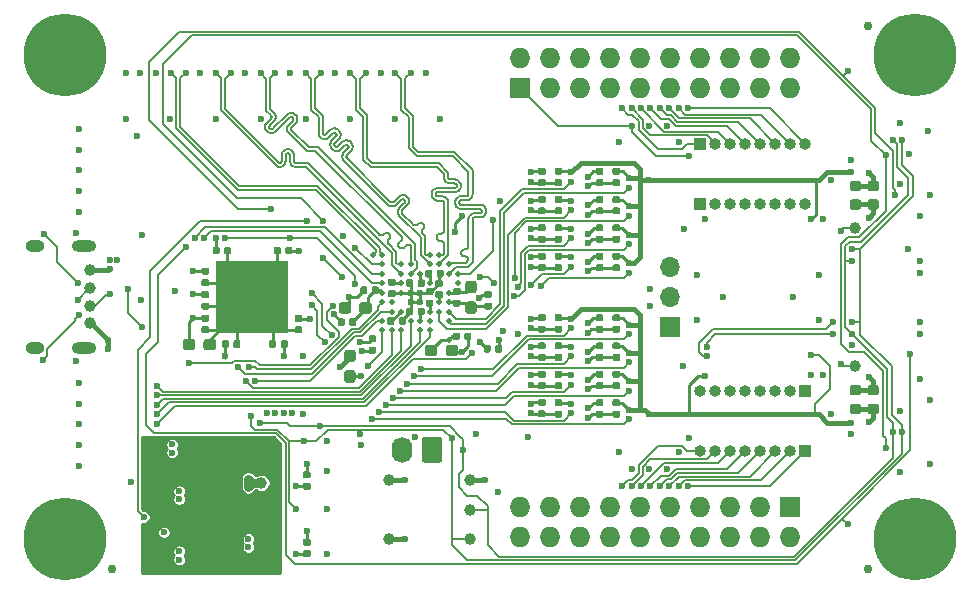
<source format=gbl>
G04 #@! TF.GenerationSoftware,KiCad,Pcbnew,5.1.5-52549c5~84~ubuntu19.10.1*
G04 #@! TF.CreationDate,2020-01-08T01:46:17+01:00*
G04 #@! TF.ProjectId,glasgow,676c6173-676f-4772-9e6b-696361645f70,rev?*
G04 #@! TF.SameCoordinates,Original*
G04 #@! TF.FileFunction,Copper,L4,Bot*
G04 #@! TF.FilePolarity,Positive*
%FSLAX46Y46*%
G04 Gerber Fmt 4.6, Leading zero omitted, Abs format (unit mm)*
G04 Created by KiCad (PCBNEW 5.1.5-52549c5~84~ubuntu19.10.1) date 2020-01-08 01:46:17*
%MOMM*%
%LPD*%
G04 APERTURE LIST*
%ADD10O,2.100000X1.000000*%
%ADD11O,1.600000X1.000000*%
%ADD12C,0.100000*%
%ADD13O,1.740000X2.200000*%
%ADD14C,1.000000*%
%ADD15R,1.000000X1.600000*%
%ADD16C,0.650000*%
%ADD17O,1.727200X1.727200*%
%ADD18R,1.727200X1.727200*%
%ADD19O,1.000000X1.000000*%
%ADD20R,1.000000X1.000000*%
%ADD21O,1.700000X1.700000*%
%ADD22R,1.700000X1.700000*%
%ADD23C,0.750000*%
%ADD24R,6.100000X6.100000*%
%ADD25C,0.600000*%
%ADD26C,0.800000*%
%ADD27C,7.000000*%
%ADD28C,0.500000*%
%ADD29C,0.150000*%
%ADD30C,0.250000*%
%ADD31C,0.450000*%
%ADD32C,0.750000*%
%ADD33C,0.190000*%
%ADD34C,0.254000*%
G04 APERTURE END LIST*
D10*
X55635000Y-91180000D03*
X55635000Y-99820000D03*
D11*
X51455000Y-91180000D03*
X51455000Y-99820000D03*
G04 #@! TA.AperFunction,ComponentPad*
D12*
G36*
X85744505Y-107301204D02*
G01*
X85768773Y-107304804D01*
X85792572Y-107310765D01*
X85815671Y-107319030D01*
X85837850Y-107329520D01*
X85858893Y-107342132D01*
X85878599Y-107356747D01*
X85896777Y-107373223D01*
X85913253Y-107391401D01*
X85927868Y-107411107D01*
X85940480Y-107432150D01*
X85950970Y-107454329D01*
X85959235Y-107477428D01*
X85965196Y-107501227D01*
X85968796Y-107525495D01*
X85970000Y-107549999D01*
X85970000Y-109250001D01*
X85968796Y-109274505D01*
X85965196Y-109298773D01*
X85959235Y-109322572D01*
X85950970Y-109345671D01*
X85940480Y-109367850D01*
X85927868Y-109388893D01*
X85913253Y-109408599D01*
X85896777Y-109426777D01*
X85878599Y-109443253D01*
X85858893Y-109457868D01*
X85837850Y-109470480D01*
X85815671Y-109480970D01*
X85792572Y-109489235D01*
X85768773Y-109495196D01*
X85744505Y-109498796D01*
X85720001Y-109500000D01*
X84479999Y-109500000D01*
X84455495Y-109498796D01*
X84431227Y-109495196D01*
X84407428Y-109489235D01*
X84384329Y-109480970D01*
X84362150Y-109470480D01*
X84341107Y-109457868D01*
X84321401Y-109443253D01*
X84303223Y-109426777D01*
X84286747Y-109408599D01*
X84272132Y-109388893D01*
X84259520Y-109367850D01*
X84249030Y-109345671D01*
X84240765Y-109322572D01*
X84234804Y-109298773D01*
X84231204Y-109274505D01*
X84230000Y-109250001D01*
X84230000Y-107549999D01*
X84231204Y-107525495D01*
X84234804Y-107501227D01*
X84240765Y-107477428D01*
X84249030Y-107454329D01*
X84259520Y-107432150D01*
X84272132Y-107411107D01*
X84286747Y-107391401D01*
X84303223Y-107373223D01*
X84321401Y-107356747D01*
X84341107Y-107342132D01*
X84362150Y-107329520D01*
X84384329Y-107319030D01*
X84407428Y-107310765D01*
X84431227Y-107304804D01*
X84455495Y-107301204D01*
X84479999Y-107300000D01*
X85720001Y-107300000D01*
X85744505Y-107301204D01*
G37*
G04 #@! TD.AperFunction*
D13*
X82560000Y-108400000D03*
D14*
X56150000Y-94700000D03*
X120900000Y-89650000D03*
X120900000Y-101350000D03*
G04 #@! TA.AperFunction,SMDPad,CuDef*
D12*
G36*
X121227691Y-85626053D02*
G01*
X121248926Y-85629203D01*
X121269750Y-85634419D01*
X121289962Y-85641651D01*
X121309368Y-85650830D01*
X121327781Y-85661866D01*
X121345024Y-85674654D01*
X121360930Y-85689070D01*
X121375346Y-85704976D01*
X121388134Y-85722219D01*
X121399170Y-85740632D01*
X121408349Y-85760038D01*
X121415581Y-85780250D01*
X121420797Y-85801074D01*
X121423947Y-85822309D01*
X121425000Y-85843750D01*
X121425000Y-86281250D01*
X121423947Y-86302691D01*
X121420797Y-86323926D01*
X121415581Y-86344750D01*
X121408349Y-86364962D01*
X121399170Y-86384368D01*
X121388134Y-86402781D01*
X121375346Y-86420024D01*
X121360930Y-86435930D01*
X121345024Y-86450346D01*
X121327781Y-86463134D01*
X121309368Y-86474170D01*
X121289962Y-86483349D01*
X121269750Y-86490581D01*
X121248926Y-86495797D01*
X121227691Y-86498947D01*
X121206250Y-86500000D01*
X120693750Y-86500000D01*
X120672309Y-86498947D01*
X120651074Y-86495797D01*
X120630250Y-86490581D01*
X120610038Y-86483349D01*
X120590632Y-86474170D01*
X120572219Y-86463134D01*
X120554976Y-86450346D01*
X120539070Y-86435930D01*
X120524654Y-86420024D01*
X120511866Y-86402781D01*
X120500830Y-86384368D01*
X120491651Y-86364962D01*
X120484419Y-86344750D01*
X120479203Y-86323926D01*
X120476053Y-86302691D01*
X120475000Y-86281250D01*
X120475000Y-85843750D01*
X120476053Y-85822309D01*
X120479203Y-85801074D01*
X120484419Y-85780250D01*
X120491651Y-85760038D01*
X120500830Y-85740632D01*
X120511866Y-85722219D01*
X120524654Y-85704976D01*
X120539070Y-85689070D01*
X120554976Y-85674654D01*
X120572219Y-85661866D01*
X120590632Y-85650830D01*
X120610038Y-85641651D01*
X120630250Y-85634419D01*
X120651074Y-85629203D01*
X120672309Y-85626053D01*
X120693750Y-85625000D01*
X121206250Y-85625000D01*
X121227691Y-85626053D01*
G37*
G04 #@! TD.AperFunction*
G04 #@! TA.AperFunction,SMDPad,CuDef*
G36*
X121227691Y-87201053D02*
G01*
X121248926Y-87204203D01*
X121269750Y-87209419D01*
X121289962Y-87216651D01*
X121309368Y-87225830D01*
X121327781Y-87236866D01*
X121345024Y-87249654D01*
X121360930Y-87264070D01*
X121375346Y-87279976D01*
X121388134Y-87297219D01*
X121399170Y-87315632D01*
X121408349Y-87335038D01*
X121415581Y-87355250D01*
X121420797Y-87376074D01*
X121423947Y-87397309D01*
X121425000Y-87418750D01*
X121425000Y-87856250D01*
X121423947Y-87877691D01*
X121420797Y-87898926D01*
X121415581Y-87919750D01*
X121408349Y-87939962D01*
X121399170Y-87959368D01*
X121388134Y-87977781D01*
X121375346Y-87995024D01*
X121360930Y-88010930D01*
X121345024Y-88025346D01*
X121327781Y-88038134D01*
X121309368Y-88049170D01*
X121289962Y-88058349D01*
X121269750Y-88065581D01*
X121248926Y-88070797D01*
X121227691Y-88073947D01*
X121206250Y-88075000D01*
X120693750Y-88075000D01*
X120672309Y-88073947D01*
X120651074Y-88070797D01*
X120630250Y-88065581D01*
X120610038Y-88058349D01*
X120590632Y-88049170D01*
X120572219Y-88038134D01*
X120554976Y-88025346D01*
X120539070Y-88010930D01*
X120524654Y-87995024D01*
X120511866Y-87977781D01*
X120500830Y-87959368D01*
X120491651Y-87939962D01*
X120484419Y-87919750D01*
X120479203Y-87898926D01*
X120476053Y-87877691D01*
X120475000Y-87856250D01*
X120475000Y-87418750D01*
X120476053Y-87397309D01*
X120479203Y-87376074D01*
X120484419Y-87355250D01*
X120491651Y-87335038D01*
X120500830Y-87315632D01*
X120511866Y-87297219D01*
X120524654Y-87279976D01*
X120539070Y-87264070D01*
X120554976Y-87249654D01*
X120572219Y-87236866D01*
X120590632Y-87225830D01*
X120610038Y-87216651D01*
X120630250Y-87209419D01*
X120651074Y-87204203D01*
X120672309Y-87201053D01*
X120693750Y-87200000D01*
X121206250Y-87200000D01*
X121227691Y-87201053D01*
G37*
G04 #@! TD.AperFunction*
G04 #@! TA.AperFunction,SMDPad,CuDef*
G36*
X121227691Y-104501053D02*
G01*
X121248926Y-104504203D01*
X121269750Y-104509419D01*
X121289962Y-104516651D01*
X121309368Y-104525830D01*
X121327781Y-104536866D01*
X121345024Y-104549654D01*
X121360930Y-104564070D01*
X121375346Y-104579976D01*
X121388134Y-104597219D01*
X121399170Y-104615632D01*
X121408349Y-104635038D01*
X121415581Y-104655250D01*
X121420797Y-104676074D01*
X121423947Y-104697309D01*
X121425000Y-104718750D01*
X121425000Y-105156250D01*
X121423947Y-105177691D01*
X121420797Y-105198926D01*
X121415581Y-105219750D01*
X121408349Y-105239962D01*
X121399170Y-105259368D01*
X121388134Y-105277781D01*
X121375346Y-105295024D01*
X121360930Y-105310930D01*
X121345024Y-105325346D01*
X121327781Y-105338134D01*
X121309368Y-105349170D01*
X121289962Y-105358349D01*
X121269750Y-105365581D01*
X121248926Y-105370797D01*
X121227691Y-105373947D01*
X121206250Y-105375000D01*
X120693750Y-105375000D01*
X120672309Y-105373947D01*
X120651074Y-105370797D01*
X120630250Y-105365581D01*
X120610038Y-105358349D01*
X120590632Y-105349170D01*
X120572219Y-105338134D01*
X120554976Y-105325346D01*
X120539070Y-105310930D01*
X120524654Y-105295024D01*
X120511866Y-105277781D01*
X120500830Y-105259368D01*
X120491651Y-105239962D01*
X120484419Y-105219750D01*
X120479203Y-105198926D01*
X120476053Y-105177691D01*
X120475000Y-105156250D01*
X120475000Y-104718750D01*
X120476053Y-104697309D01*
X120479203Y-104676074D01*
X120484419Y-104655250D01*
X120491651Y-104635038D01*
X120500830Y-104615632D01*
X120511866Y-104597219D01*
X120524654Y-104579976D01*
X120539070Y-104564070D01*
X120554976Y-104549654D01*
X120572219Y-104536866D01*
X120590632Y-104525830D01*
X120610038Y-104516651D01*
X120630250Y-104509419D01*
X120651074Y-104504203D01*
X120672309Y-104501053D01*
X120693750Y-104500000D01*
X121206250Y-104500000D01*
X121227691Y-104501053D01*
G37*
G04 #@! TD.AperFunction*
G04 #@! TA.AperFunction,SMDPad,CuDef*
G36*
X121227691Y-102926053D02*
G01*
X121248926Y-102929203D01*
X121269750Y-102934419D01*
X121289962Y-102941651D01*
X121309368Y-102950830D01*
X121327781Y-102961866D01*
X121345024Y-102974654D01*
X121360930Y-102989070D01*
X121375346Y-103004976D01*
X121388134Y-103022219D01*
X121399170Y-103040632D01*
X121408349Y-103060038D01*
X121415581Y-103080250D01*
X121420797Y-103101074D01*
X121423947Y-103122309D01*
X121425000Y-103143750D01*
X121425000Y-103581250D01*
X121423947Y-103602691D01*
X121420797Y-103623926D01*
X121415581Y-103644750D01*
X121408349Y-103664962D01*
X121399170Y-103684368D01*
X121388134Y-103702781D01*
X121375346Y-103720024D01*
X121360930Y-103735930D01*
X121345024Y-103750346D01*
X121327781Y-103763134D01*
X121309368Y-103774170D01*
X121289962Y-103783349D01*
X121269750Y-103790581D01*
X121248926Y-103795797D01*
X121227691Y-103798947D01*
X121206250Y-103800000D01*
X120693750Y-103800000D01*
X120672309Y-103798947D01*
X120651074Y-103795797D01*
X120630250Y-103790581D01*
X120610038Y-103783349D01*
X120590632Y-103774170D01*
X120572219Y-103763134D01*
X120554976Y-103750346D01*
X120539070Y-103735930D01*
X120524654Y-103720024D01*
X120511866Y-103702781D01*
X120500830Y-103684368D01*
X120491651Y-103664962D01*
X120484419Y-103644750D01*
X120479203Y-103623926D01*
X120476053Y-103602691D01*
X120475000Y-103581250D01*
X120475000Y-103143750D01*
X120476053Y-103122309D01*
X120479203Y-103101074D01*
X120484419Y-103080250D01*
X120491651Y-103060038D01*
X120500830Y-103040632D01*
X120511866Y-103022219D01*
X120524654Y-103004976D01*
X120539070Y-102989070D01*
X120554976Y-102974654D01*
X120572219Y-102961866D01*
X120590632Y-102950830D01*
X120610038Y-102941651D01*
X120630250Y-102934419D01*
X120651074Y-102929203D01*
X120672309Y-102926053D01*
X120693750Y-102925000D01*
X121206250Y-102925000D01*
X121227691Y-102926053D01*
G37*
G04 #@! TD.AperFunction*
G04 #@! TA.AperFunction,SMDPad,CuDef*
G36*
X122727691Y-85626053D02*
G01*
X122748926Y-85629203D01*
X122769750Y-85634419D01*
X122789962Y-85641651D01*
X122809368Y-85650830D01*
X122827781Y-85661866D01*
X122845024Y-85674654D01*
X122860930Y-85689070D01*
X122875346Y-85704976D01*
X122888134Y-85722219D01*
X122899170Y-85740632D01*
X122908349Y-85760038D01*
X122915581Y-85780250D01*
X122920797Y-85801074D01*
X122923947Y-85822309D01*
X122925000Y-85843750D01*
X122925000Y-86281250D01*
X122923947Y-86302691D01*
X122920797Y-86323926D01*
X122915581Y-86344750D01*
X122908349Y-86364962D01*
X122899170Y-86384368D01*
X122888134Y-86402781D01*
X122875346Y-86420024D01*
X122860930Y-86435930D01*
X122845024Y-86450346D01*
X122827781Y-86463134D01*
X122809368Y-86474170D01*
X122789962Y-86483349D01*
X122769750Y-86490581D01*
X122748926Y-86495797D01*
X122727691Y-86498947D01*
X122706250Y-86500000D01*
X122193750Y-86500000D01*
X122172309Y-86498947D01*
X122151074Y-86495797D01*
X122130250Y-86490581D01*
X122110038Y-86483349D01*
X122090632Y-86474170D01*
X122072219Y-86463134D01*
X122054976Y-86450346D01*
X122039070Y-86435930D01*
X122024654Y-86420024D01*
X122011866Y-86402781D01*
X122000830Y-86384368D01*
X121991651Y-86364962D01*
X121984419Y-86344750D01*
X121979203Y-86323926D01*
X121976053Y-86302691D01*
X121975000Y-86281250D01*
X121975000Y-85843750D01*
X121976053Y-85822309D01*
X121979203Y-85801074D01*
X121984419Y-85780250D01*
X121991651Y-85760038D01*
X122000830Y-85740632D01*
X122011866Y-85722219D01*
X122024654Y-85704976D01*
X122039070Y-85689070D01*
X122054976Y-85674654D01*
X122072219Y-85661866D01*
X122090632Y-85650830D01*
X122110038Y-85641651D01*
X122130250Y-85634419D01*
X122151074Y-85629203D01*
X122172309Y-85626053D01*
X122193750Y-85625000D01*
X122706250Y-85625000D01*
X122727691Y-85626053D01*
G37*
G04 #@! TD.AperFunction*
G04 #@! TA.AperFunction,SMDPad,CuDef*
G36*
X122727691Y-87201053D02*
G01*
X122748926Y-87204203D01*
X122769750Y-87209419D01*
X122789962Y-87216651D01*
X122809368Y-87225830D01*
X122827781Y-87236866D01*
X122845024Y-87249654D01*
X122860930Y-87264070D01*
X122875346Y-87279976D01*
X122888134Y-87297219D01*
X122899170Y-87315632D01*
X122908349Y-87335038D01*
X122915581Y-87355250D01*
X122920797Y-87376074D01*
X122923947Y-87397309D01*
X122925000Y-87418750D01*
X122925000Y-87856250D01*
X122923947Y-87877691D01*
X122920797Y-87898926D01*
X122915581Y-87919750D01*
X122908349Y-87939962D01*
X122899170Y-87959368D01*
X122888134Y-87977781D01*
X122875346Y-87995024D01*
X122860930Y-88010930D01*
X122845024Y-88025346D01*
X122827781Y-88038134D01*
X122809368Y-88049170D01*
X122789962Y-88058349D01*
X122769750Y-88065581D01*
X122748926Y-88070797D01*
X122727691Y-88073947D01*
X122706250Y-88075000D01*
X122193750Y-88075000D01*
X122172309Y-88073947D01*
X122151074Y-88070797D01*
X122130250Y-88065581D01*
X122110038Y-88058349D01*
X122090632Y-88049170D01*
X122072219Y-88038134D01*
X122054976Y-88025346D01*
X122039070Y-88010930D01*
X122024654Y-87995024D01*
X122011866Y-87977781D01*
X122000830Y-87959368D01*
X121991651Y-87939962D01*
X121984419Y-87919750D01*
X121979203Y-87898926D01*
X121976053Y-87877691D01*
X121975000Y-87856250D01*
X121975000Y-87418750D01*
X121976053Y-87397309D01*
X121979203Y-87376074D01*
X121984419Y-87355250D01*
X121991651Y-87335038D01*
X122000830Y-87315632D01*
X122011866Y-87297219D01*
X122024654Y-87279976D01*
X122039070Y-87264070D01*
X122054976Y-87249654D01*
X122072219Y-87236866D01*
X122090632Y-87225830D01*
X122110038Y-87216651D01*
X122130250Y-87209419D01*
X122151074Y-87204203D01*
X122172309Y-87201053D01*
X122193750Y-87200000D01*
X122706250Y-87200000D01*
X122727691Y-87201053D01*
G37*
G04 #@! TD.AperFunction*
G04 #@! TA.AperFunction,SMDPad,CuDef*
G36*
X122727691Y-104501053D02*
G01*
X122748926Y-104504203D01*
X122769750Y-104509419D01*
X122789962Y-104516651D01*
X122809368Y-104525830D01*
X122827781Y-104536866D01*
X122845024Y-104549654D01*
X122860930Y-104564070D01*
X122875346Y-104579976D01*
X122888134Y-104597219D01*
X122899170Y-104615632D01*
X122908349Y-104635038D01*
X122915581Y-104655250D01*
X122920797Y-104676074D01*
X122923947Y-104697309D01*
X122925000Y-104718750D01*
X122925000Y-105156250D01*
X122923947Y-105177691D01*
X122920797Y-105198926D01*
X122915581Y-105219750D01*
X122908349Y-105239962D01*
X122899170Y-105259368D01*
X122888134Y-105277781D01*
X122875346Y-105295024D01*
X122860930Y-105310930D01*
X122845024Y-105325346D01*
X122827781Y-105338134D01*
X122809368Y-105349170D01*
X122789962Y-105358349D01*
X122769750Y-105365581D01*
X122748926Y-105370797D01*
X122727691Y-105373947D01*
X122706250Y-105375000D01*
X122193750Y-105375000D01*
X122172309Y-105373947D01*
X122151074Y-105370797D01*
X122130250Y-105365581D01*
X122110038Y-105358349D01*
X122090632Y-105349170D01*
X122072219Y-105338134D01*
X122054976Y-105325346D01*
X122039070Y-105310930D01*
X122024654Y-105295024D01*
X122011866Y-105277781D01*
X122000830Y-105259368D01*
X121991651Y-105239962D01*
X121984419Y-105219750D01*
X121979203Y-105198926D01*
X121976053Y-105177691D01*
X121975000Y-105156250D01*
X121975000Y-104718750D01*
X121976053Y-104697309D01*
X121979203Y-104676074D01*
X121984419Y-104655250D01*
X121991651Y-104635038D01*
X122000830Y-104615632D01*
X122011866Y-104597219D01*
X122024654Y-104579976D01*
X122039070Y-104564070D01*
X122054976Y-104549654D01*
X122072219Y-104536866D01*
X122090632Y-104525830D01*
X122110038Y-104516651D01*
X122130250Y-104509419D01*
X122151074Y-104504203D01*
X122172309Y-104501053D01*
X122193750Y-104500000D01*
X122706250Y-104500000D01*
X122727691Y-104501053D01*
G37*
G04 #@! TD.AperFunction*
G04 #@! TA.AperFunction,SMDPad,CuDef*
G36*
X122727691Y-102926053D02*
G01*
X122748926Y-102929203D01*
X122769750Y-102934419D01*
X122789962Y-102941651D01*
X122809368Y-102950830D01*
X122827781Y-102961866D01*
X122845024Y-102974654D01*
X122860930Y-102989070D01*
X122875346Y-103004976D01*
X122888134Y-103022219D01*
X122899170Y-103040632D01*
X122908349Y-103060038D01*
X122915581Y-103080250D01*
X122920797Y-103101074D01*
X122923947Y-103122309D01*
X122925000Y-103143750D01*
X122925000Y-103581250D01*
X122923947Y-103602691D01*
X122920797Y-103623926D01*
X122915581Y-103644750D01*
X122908349Y-103664962D01*
X122899170Y-103684368D01*
X122888134Y-103702781D01*
X122875346Y-103720024D01*
X122860930Y-103735930D01*
X122845024Y-103750346D01*
X122827781Y-103763134D01*
X122809368Y-103774170D01*
X122789962Y-103783349D01*
X122769750Y-103790581D01*
X122748926Y-103795797D01*
X122727691Y-103798947D01*
X122706250Y-103800000D01*
X122193750Y-103800000D01*
X122172309Y-103798947D01*
X122151074Y-103795797D01*
X122130250Y-103790581D01*
X122110038Y-103783349D01*
X122090632Y-103774170D01*
X122072219Y-103763134D01*
X122054976Y-103750346D01*
X122039070Y-103735930D01*
X122024654Y-103720024D01*
X122011866Y-103702781D01*
X122000830Y-103684368D01*
X121991651Y-103664962D01*
X121984419Y-103644750D01*
X121979203Y-103623926D01*
X121976053Y-103602691D01*
X121975000Y-103581250D01*
X121975000Y-103143750D01*
X121976053Y-103122309D01*
X121979203Y-103101074D01*
X121984419Y-103080250D01*
X121991651Y-103060038D01*
X122000830Y-103040632D01*
X122011866Y-103022219D01*
X122024654Y-103004976D01*
X122039070Y-102989070D01*
X122054976Y-102974654D01*
X122072219Y-102961866D01*
X122090632Y-102950830D01*
X122110038Y-102941651D01*
X122130250Y-102934419D01*
X122151074Y-102929203D01*
X122172309Y-102926053D01*
X122193750Y-102925000D01*
X122706250Y-102925000D01*
X122727691Y-102926053D01*
G37*
G04 #@! TD.AperFunction*
D15*
X65900000Y-109900000D03*
D16*
X65900000Y-109500000D03*
X65900000Y-110300000D03*
D15*
X65900000Y-115000000D03*
D16*
X65900000Y-114600000D03*
X65900000Y-115400000D03*
D14*
X70650000Y-111200000D03*
X56150000Y-96200000D03*
X56150000Y-97700000D03*
X56150000Y-93200000D03*
D17*
X115430000Y-75230000D03*
X115430000Y-77770000D03*
X112890000Y-75230000D03*
X112890000Y-77770000D03*
X110350000Y-75230000D03*
X110350000Y-77770000D03*
X107810000Y-75230000D03*
X107810000Y-77770000D03*
X105270000Y-75230000D03*
X105270000Y-77770000D03*
X102730000Y-75230000D03*
X102730000Y-77770000D03*
X100190000Y-75230000D03*
X100190000Y-77770000D03*
X97650000Y-75230000D03*
X97650000Y-77770000D03*
X95110000Y-75230000D03*
X95110000Y-77770000D03*
X92570000Y-75230000D03*
D18*
X92570000Y-77770000D03*
D19*
X107810000Y-103420000D03*
X109080000Y-103420000D03*
X110350000Y-103420000D03*
X111620000Y-103420000D03*
X112890000Y-103420000D03*
X114160000Y-103420000D03*
X115430000Y-103420000D03*
D20*
X116700000Y-103420000D03*
D19*
X107810000Y-108500000D03*
X109080000Y-108500000D03*
X110350000Y-108500000D03*
X111620000Y-108500000D03*
X112890000Y-108500000D03*
X114160000Y-108500000D03*
X115430000Y-108500000D03*
D20*
X116700000Y-108500000D03*
D14*
X81500000Y-116000000D03*
X81500000Y-111000000D03*
X88300000Y-116000000D03*
X88300000Y-113500000D03*
X88300000Y-111000000D03*
D21*
X105270000Y-92960000D03*
X105270000Y-95500000D03*
D22*
X105270000Y-98040000D03*
G04 #@! TA.AperFunction,SMDPad,CuDef*
D12*
G36*
X89926958Y-99530710D02*
G01*
X89941276Y-99532834D01*
X89955317Y-99536351D01*
X89968946Y-99541228D01*
X89982031Y-99547417D01*
X89994447Y-99554858D01*
X90006073Y-99563481D01*
X90016798Y-99573202D01*
X90026519Y-99583927D01*
X90035142Y-99595553D01*
X90042583Y-99607969D01*
X90048772Y-99621054D01*
X90053649Y-99634683D01*
X90057166Y-99648724D01*
X90059290Y-99663042D01*
X90060000Y-99677500D01*
X90060000Y-100022500D01*
X90059290Y-100036958D01*
X90057166Y-100051276D01*
X90053649Y-100065317D01*
X90048772Y-100078946D01*
X90042583Y-100092031D01*
X90035142Y-100104447D01*
X90026519Y-100116073D01*
X90016798Y-100126798D01*
X90006073Y-100136519D01*
X89994447Y-100145142D01*
X89982031Y-100152583D01*
X89968946Y-100158772D01*
X89955317Y-100163649D01*
X89941276Y-100167166D01*
X89926958Y-100169290D01*
X89912500Y-100170000D01*
X89617500Y-100170000D01*
X89603042Y-100169290D01*
X89588724Y-100167166D01*
X89574683Y-100163649D01*
X89561054Y-100158772D01*
X89547969Y-100152583D01*
X89535553Y-100145142D01*
X89523927Y-100136519D01*
X89513202Y-100126798D01*
X89503481Y-100116073D01*
X89494858Y-100104447D01*
X89487417Y-100092031D01*
X89481228Y-100078946D01*
X89476351Y-100065317D01*
X89472834Y-100051276D01*
X89470710Y-100036958D01*
X89470000Y-100022500D01*
X89470000Y-99677500D01*
X89470710Y-99663042D01*
X89472834Y-99648724D01*
X89476351Y-99634683D01*
X89481228Y-99621054D01*
X89487417Y-99607969D01*
X89494858Y-99595553D01*
X89503481Y-99583927D01*
X89513202Y-99573202D01*
X89523927Y-99563481D01*
X89535553Y-99554858D01*
X89547969Y-99547417D01*
X89561054Y-99541228D01*
X89574683Y-99536351D01*
X89588724Y-99532834D01*
X89603042Y-99530710D01*
X89617500Y-99530000D01*
X89912500Y-99530000D01*
X89926958Y-99530710D01*
G37*
G04 #@! TD.AperFunction*
G04 #@! TA.AperFunction,SMDPad,CuDef*
G36*
X90896958Y-99530710D02*
G01*
X90911276Y-99532834D01*
X90925317Y-99536351D01*
X90938946Y-99541228D01*
X90952031Y-99547417D01*
X90964447Y-99554858D01*
X90976073Y-99563481D01*
X90986798Y-99573202D01*
X90996519Y-99583927D01*
X91005142Y-99595553D01*
X91012583Y-99607969D01*
X91018772Y-99621054D01*
X91023649Y-99634683D01*
X91027166Y-99648724D01*
X91029290Y-99663042D01*
X91030000Y-99677500D01*
X91030000Y-100022500D01*
X91029290Y-100036958D01*
X91027166Y-100051276D01*
X91023649Y-100065317D01*
X91018772Y-100078946D01*
X91012583Y-100092031D01*
X91005142Y-100104447D01*
X90996519Y-100116073D01*
X90986798Y-100126798D01*
X90976073Y-100136519D01*
X90964447Y-100145142D01*
X90952031Y-100152583D01*
X90938946Y-100158772D01*
X90925317Y-100163649D01*
X90911276Y-100167166D01*
X90896958Y-100169290D01*
X90882500Y-100170000D01*
X90587500Y-100170000D01*
X90573042Y-100169290D01*
X90558724Y-100167166D01*
X90544683Y-100163649D01*
X90531054Y-100158772D01*
X90517969Y-100152583D01*
X90505553Y-100145142D01*
X90493927Y-100136519D01*
X90483202Y-100126798D01*
X90473481Y-100116073D01*
X90464858Y-100104447D01*
X90457417Y-100092031D01*
X90451228Y-100078946D01*
X90446351Y-100065317D01*
X90442834Y-100051276D01*
X90440710Y-100036958D01*
X90440000Y-100022500D01*
X90440000Y-99677500D01*
X90440710Y-99663042D01*
X90442834Y-99648724D01*
X90446351Y-99634683D01*
X90451228Y-99621054D01*
X90457417Y-99607969D01*
X90464858Y-99595553D01*
X90473481Y-99583927D01*
X90483202Y-99573202D01*
X90493927Y-99563481D01*
X90505553Y-99554858D01*
X90517969Y-99547417D01*
X90531054Y-99541228D01*
X90544683Y-99536351D01*
X90558724Y-99532834D01*
X90573042Y-99530710D01*
X90587500Y-99530000D01*
X90882500Y-99530000D01*
X90896958Y-99530710D01*
G37*
G04 #@! TD.AperFunction*
D23*
X122000000Y-118500000D03*
D17*
X92570000Y-115770000D03*
X92570000Y-113230000D03*
X95110000Y-115770000D03*
X95110000Y-113230000D03*
X97650000Y-115770000D03*
X97650000Y-113230000D03*
X100190000Y-115770000D03*
X100190000Y-113230000D03*
X102730000Y-115770000D03*
X102730000Y-113230000D03*
X105270000Y-115770000D03*
X105270000Y-113230000D03*
X107810000Y-115770000D03*
X107810000Y-113230000D03*
X110350000Y-115770000D03*
X110350000Y-113230000D03*
X112890000Y-115770000D03*
X112890000Y-113230000D03*
X115430000Y-115770000D03*
D18*
X115430000Y-113230000D03*
D19*
X116690000Y-87600000D03*
X115420000Y-87600000D03*
X114150000Y-87600000D03*
X112880000Y-87600000D03*
X111610000Y-87600000D03*
X110340000Y-87600000D03*
X109070000Y-87600000D03*
D20*
X107800000Y-87600000D03*
D19*
X116690000Y-82500000D03*
X115420000Y-82500000D03*
X114150000Y-82500000D03*
X112880000Y-82500000D03*
X111610000Y-82500000D03*
X110340000Y-82500000D03*
X109070000Y-82500000D03*
D20*
X107800000Y-82500000D03*
G04 #@! TA.AperFunction,SMDPad,CuDef*
D12*
G36*
X95986958Y-92690710D02*
G01*
X96001276Y-92692834D01*
X96015317Y-92696351D01*
X96028946Y-92701228D01*
X96042031Y-92707417D01*
X96054447Y-92714858D01*
X96066073Y-92723481D01*
X96076798Y-92733202D01*
X96086519Y-92743927D01*
X96095142Y-92755553D01*
X96102583Y-92767969D01*
X96108772Y-92781054D01*
X96113649Y-92794683D01*
X96117166Y-92808724D01*
X96119290Y-92823042D01*
X96120000Y-92837500D01*
X96120000Y-93132500D01*
X96119290Y-93146958D01*
X96117166Y-93161276D01*
X96113649Y-93175317D01*
X96108772Y-93188946D01*
X96102583Y-93202031D01*
X96095142Y-93214447D01*
X96086519Y-93226073D01*
X96076798Y-93236798D01*
X96066073Y-93246519D01*
X96054447Y-93255142D01*
X96042031Y-93262583D01*
X96028946Y-93268772D01*
X96015317Y-93273649D01*
X96001276Y-93277166D01*
X95986958Y-93279290D01*
X95972500Y-93280000D01*
X95627500Y-93280000D01*
X95613042Y-93279290D01*
X95598724Y-93277166D01*
X95584683Y-93273649D01*
X95571054Y-93268772D01*
X95557969Y-93262583D01*
X95545553Y-93255142D01*
X95533927Y-93246519D01*
X95523202Y-93236798D01*
X95513481Y-93226073D01*
X95504858Y-93214447D01*
X95497417Y-93202031D01*
X95491228Y-93188946D01*
X95486351Y-93175317D01*
X95482834Y-93161276D01*
X95480710Y-93146958D01*
X95480000Y-93132500D01*
X95480000Y-92837500D01*
X95480710Y-92823042D01*
X95482834Y-92808724D01*
X95486351Y-92794683D01*
X95491228Y-92781054D01*
X95497417Y-92767969D01*
X95504858Y-92755553D01*
X95513481Y-92743927D01*
X95523202Y-92733202D01*
X95533927Y-92723481D01*
X95545553Y-92714858D01*
X95557969Y-92707417D01*
X95571054Y-92701228D01*
X95584683Y-92696351D01*
X95598724Y-92692834D01*
X95613042Y-92690710D01*
X95627500Y-92690000D01*
X95972500Y-92690000D01*
X95986958Y-92690710D01*
G37*
G04 #@! TD.AperFunction*
G04 #@! TA.AperFunction,SMDPad,CuDef*
G36*
X95986958Y-91720710D02*
G01*
X96001276Y-91722834D01*
X96015317Y-91726351D01*
X96028946Y-91731228D01*
X96042031Y-91737417D01*
X96054447Y-91744858D01*
X96066073Y-91753481D01*
X96076798Y-91763202D01*
X96086519Y-91773927D01*
X96095142Y-91785553D01*
X96102583Y-91797969D01*
X96108772Y-91811054D01*
X96113649Y-91824683D01*
X96117166Y-91838724D01*
X96119290Y-91853042D01*
X96120000Y-91867500D01*
X96120000Y-92162500D01*
X96119290Y-92176958D01*
X96117166Y-92191276D01*
X96113649Y-92205317D01*
X96108772Y-92218946D01*
X96102583Y-92232031D01*
X96095142Y-92244447D01*
X96086519Y-92256073D01*
X96076798Y-92266798D01*
X96066073Y-92276519D01*
X96054447Y-92285142D01*
X96042031Y-92292583D01*
X96028946Y-92298772D01*
X96015317Y-92303649D01*
X96001276Y-92307166D01*
X95986958Y-92309290D01*
X95972500Y-92310000D01*
X95627500Y-92310000D01*
X95613042Y-92309290D01*
X95598724Y-92307166D01*
X95584683Y-92303649D01*
X95571054Y-92298772D01*
X95557969Y-92292583D01*
X95545553Y-92285142D01*
X95533927Y-92276519D01*
X95523202Y-92266798D01*
X95513481Y-92256073D01*
X95504858Y-92244447D01*
X95497417Y-92232031D01*
X95491228Y-92218946D01*
X95486351Y-92205317D01*
X95482834Y-92191276D01*
X95480710Y-92176958D01*
X95480000Y-92162500D01*
X95480000Y-91867500D01*
X95480710Y-91853042D01*
X95482834Y-91838724D01*
X95486351Y-91824683D01*
X95491228Y-91811054D01*
X95497417Y-91797969D01*
X95504858Y-91785553D01*
X95513481Y-91773927D01*
X95523202Y-91763202D01*
X95533927Y-91753481D01*
X95545553Y-91744858D01*
X95557969Y-91737417D01*
X95571054Y-91731228D01*
X95584683Y-91726351D01*
X95598724Y-91722834D01*
X95613042Y-91720710D01*
X95627500Y-91720000D01*
X95972500Y-91720000D01*
X95986958Y-91720710D01*
G37*
G04 #@! TD.AperFunction*
G04 #@! TA.AperFunction,SMDPad,CuDef*
G36*
X99486958Y-90290710D02*
G01*
X99501276Y-90292834D01*
X99515317Y-90296351D01*
X99528946Y-90301228D01*
X99542031Y-90307417D01*
X99554447Y-90314858D01*
X99566073Y-90323481D01*
X99576798Y-90333202D01*
X99586519Y-90343927D01*
X99595142Y-90355553D01*
X99602583Y-90367969D01*
X99608772Y-90381054D01*
X99613649Y-90394683D01*
X99617166Y-90408724D01*
X99619290Y-90423042D01*
X99620000Y-90437500D01*
X99620000Y-90732500D01*
X99619290Y-90746958D01*
X99617166Y-90761276D01*
X99613649Y-90775317D01*
X99608772Y-90788946D01*
X99602583Y-90802031D01*
X99595142Y-90814447D01*
X99586519Y-90826073D01*
X99576798Y-90836798D01*
X99566073Y-90846519D01*
X99554447Y-90855142D01*
X99542031Y-90862583D01*
X99528946Y-90868772D01*
X99515317Y-90873649D01*
X99501276Y-90877166D01*
X99486958Y-90879290D01*
X99472500Y-90880000D01*
X99127500Y-90880000D01*
X99113042Y-90879290D01*
X99098724Y-90877166D01*
X99084683Y-90873649D01*
X99071054Y-90868772D01*
X99057969Y-90862583D01*
X99045553Y-90855142D01*
X99033927Y-90846519D01*
X99023202Y-90836798D01*
X99013481Y-90826073D01*
X99004858Y-90814447D01*
X98997417Y-90802031D01*
X98991228Y-90788946D01*
X98986351Y-90775317D01*
X98982834Y-90761276D01*
X98980710Y-90746958D01*
X98980000Y-90732500D01*
X98980000Y-90437500D01*
X98980710Y-90423042D01*
X98982834Y-90408724D01*
X98986351Y-90394683D01*
X98991228Y-90381054D01*
X98997417Y-90367969D01*
X99004858Y-90355553D01*
X99013481Y-90343927D01*
X99023202Y-90333202D01*
X99033927Y-90323481D01*
X99045553Y-90314858D01*
X99057969Y-90307417D01*
X99071054Y-90301228D01*
X99084683Y-90296351D01*
X99098724Y-90292834D01*
X99113042Y-90290710D01*
X99127500Y-90290000D01*
X99472500Y-90290000D01*
X99486958Y-90290710D01*
G37*
G04 #@! TD.AperFunction*
G04 #@! TA.AperFunction,SMDPad,CuDef*
G36*
X99486958Y-89320710D02*
G01*
X99501276Y-89322834D01*
X99515317Y-89326351D01*
X99528946Y-89331228D01*
X99542031Y-89337417D01*
X99554447Y-89344858D01*
X99566073Y-89353481D01*
X99576798Y-89363202D01*
X99586519Y-89373927D01*
X99595142Y-89385553D01*
X99602583Y-89397969D01*
X99608772Y-89411054D01*
X99613649Y-89424683D01*
X99617166Y-89438724D01*
X99619290Y-89453042D01*
X99620000Y-89467500D01*
X99620000Y-89762500D01*
X99619290Y-89776958D01*
X99617166Y-89791276D01*
X99613649Y-89805317D01*
X99608772Y-89818946D01*
X99602583Y-89832031D01*
X99595142Y-89844447D01*
X99586519Y-89856073D01*
X99576798Y-89866798D01*
X99566073Y-89876519D01*
X99554447Y-89885142D01*
X99542031Y-89892583D01*
X99528946Y-89898772D01*
X99515317Y-89903649D01*
X99501276Y-89907166D01*
X99486958Y-89909290D01*
X99472500Y-89910000D01*
X99127500Y-89910000D01*
X99113042Y-89909290D01*
X99098724Y-89907166D01*
X99084683Y-89903649D01*
X99071054Y-89898772D01*
X99057969Y-89892583D01*
X99045553Y-89885142D01*
X99033927Y-89876519D01*
X99023202Y-89866798D01*
X99013481Y-89856073D01*
X99004858Y-89844447D01*
X98997417Y-89832031D01*
X98991228Y-89818946D01*
X98986351Y-89805317D01*
X98982834Y-89791276D01*
X98980710Y-89776958D01*
X98980000Y-89762500D01*
X98980000Y-89467500D01*
X98980710Y-89453042D01*
X98982834Y-89438724D01*
X98986351Y-89424683D01*
X98991228Y-89411054D01*
X98997417Y-89397969D01*
X99004858Y-89385553D01*
X99013481Y-89373927D01*
X99023202Y-89363202D01*
X99033927Y-89353481D01*
X99045553Y-89344858D01*
X99057969Y-89337417D01*
X99071054Y-89331228D01*
X99084683Y-89326351D01*
X99098724Y-89322834D01*
X99113042Y-89320710D01*
X99127500Y-89320000D01*
X99472500Y-89320000D01*
X99486958Y-89320710D01*
G37*
G04 #@! TD.AperFunction*
G04 #@! TA.AperFunction,SMDPad,CuDef*
G36*
X99486958Y-87890710D02*
G01*
X99501276Y-87892834D01*
X99515317Y-87896351D01*
X99528946Y-87901228D01*
X99542031Y-87907417D01*
X99554447Y-87914858D01*
X99566073Y-87923481D01*
X99576798Y-87933202D01*
X99586519Y-87943927D01*
X99595142Y-87955553D01*
X99602583Y-87967969D01*
X99608772Y-87981054D01*
X99613649Y-87994683D01*
X99617166Y-88008724D01*
X99619290Y-88023042D01*
X99620000Y-88037500D01*
X99620000Y-88332500D01*
X99619290Y-88346958D01*
X99617166Y-88361276D01*
X99613649Y-88375317D01*
X99608772Y-88388946D01*
X99602583Y-88402031D01*
X99595142Y-88414447D01*
X99586519Y-88426073D01*
X99576798Y-88436798D01*
X99566073Y-88446519D01*
X99554447Y-88455142D01*
X99542031Y-88462583D01*
X99528946Y-88468772D01*
X99515317Y-88473649D01*
X99501276Y-88477166D01*
X99486958Y-88479290D01*
X99472500Y-88480000D01*
X99127500Y-88480000D01*
X99113042Y-88479290D01*
X99098724Y-88477166D01*
X99084683Y-88473649D01*
X99071054Y-88468772D01*
X99057969Y-88462583D01*
X99045553Y-88455142D01*
X99033927Y-88446519D01*
X99023202Y-88436798D01*
X99013481Y-88426073D01*
X99004858Y-88414447D01*
X98997417Y-88402031D01*
X98991228Y-88388946D01*
X98986351Y-88375317D01*
X98982834Y-88361276D01*
X98980710Y-88346958D01*
X98980000Y-88332500D01*
X98980000Y-88037500D01*
X98980710Y-88023042D01*
X98982834Y-88008724D01*
X98986351Y-87994683D01*
X98991228Y-87981054D01*
X98997417Y-87967969D01*
X99004858Y-87955553D01*
X99013481Y-87943927D01*
X99023202Y-87933202D01*
X99033927Y-87923481D01*
X99045553Y-87914858D01*
X99057969Y-87907417D01*
X99071054Y-87901228D01*
X99084683Y-87896351D01*
X99098724Y-87892834D01*
X99113042Y-87890710D01*
X99127500Y-87890000D01*
X99472500Y-87890000D01*
X99486958Y-87890710D01*
G37*
G04 #@! TD.AperFunction*
G04 #@! TA.AperFunction,SMDPad,CuDef*
G36*
X99486958Y-86920710D02*
G01*
X99501276Y-86922834D01*
X99515317Y-86926351D01*
X99528946Y-86931228D01*
X99542031Y-86937417D01*
X99554447Y-86944858D01*
X99566073Y-86953481D01*
X99576798Y-86963202D01*
X99586519Y-86973927D01*
X99595142Y-86985553D01*
X99602583Y-86997969D01*
X99608772Y-87011054D01*
X99613649Y-87024683D01*
X99617166Y-87038724D01*
X99619290Y-87053042D01*
X99620000Y-87067500D01*
X99620000Y-87362500D01*
X99619290Y-87376958D01*
X99617166Y-87391276D01*
X99613649Y-87405317D01*
X99608772Y-87418946D01*
X99602583Y-87432031D01*
X99595142Y-87444447D01*
X99586519Y-87456073D01*
X99576798Y-87466798D01*
X99566073Y-87476519D01*
X99554447Y-87485142D01*
X99542031Y-87492583D01*
X99528946Y-87498772D01*
X99515317Y-87503649D01*
X99501276Y-87507166D01*
X99486958Y-87509290D01*
X99472500Y-87510000D01*
X99127500Y-87510000D01*
X99113042Y-87509290D01*
X99098724Y-87507166D01*
X99084683Y-87503649D01*
X99071054Y-87498772D01*
X99057969Y-87492583D01*
X99045553Y-87485142D01*
X99033927Y-87476519D01*
X99023202Y-87466798D01*
X99013481Y-87456073D01*
X99004858Y-87444447D01*
X98997417Y-87432031D01*
X98991228Y-87418946D01*
X98986351Y-87405317D01*
X98982834Y-87391276D01*
X98980710Y-87376958D01*
X98980000Y-87362500D01*
X98980000Y-87067500D01*
X98980710Y-87053042D01*
X98982834Y-87038724D01*
X98986351Y-87024683D01*
X98991228Y-87011054D01*
X98997417Y-86997969D01*
X99004858Y-86985553D01*
X99013481Y-86973927D01*
X99023202Y-86963202D01*
X99033927Y-86953481D01*
X99045553Y-86944858D01*
X99057969Y-86937417D01*
X99071054Y-86931228D01*
X99084683Y-86926351D01*
X99098724Y-86922834D01*
X99113042Y-86920710D01*
X99127500Y-86920000D01*
X99472500Y-86920000D01*
X99486958Y-86920710D01*
G37*
G04 #@! TD.AperFunction*
G04 #@! TA.AperFunction,SMDPad,CuDef*
G36*
X99486958Y-85490710D02*
G01*
X99501276Y-85492834D01*
X99515317Y-85496351D01*
X99528946Y-85501228D01*
X99542031Y-85507417D01*
X99554447Y-85514858D01*
X99566073Y-85523481D01*
X99576798Y-85533202D01*
X99586519Y-85543927D01*
X99595142Y-85555553D01*
X99602583Y-85567969D01*
X99608772Y-85581054D01*
X99613649Y-85594683D01*
X99617166Y-85608724D01*
X99619290Y-85623042D01*
X99620000Y-85637500D01*
X99620000Y-85932500D01*
X99619290Y-85946958D01*
X99617166Y-85961276D01*
X99613649Y-85975317D01*
X99608772Y-85988946D01*
X99602583Y-86002031D01*
X99595142Y-86014447D01*
X99586519Y-86026073D01*
X99576798Y-86036798D01*
X99566073Y-86046519D01*
X99554447Y-86055142D01*
X99542031Y-86062583D01*
X99528946Y-86068772D01*
X99515317Y-86073649D01*
X99501276Y-86077166D01*
X99486958Y-86079290D01*
X99472500Y-86080000D01*
X99127500Y-86080000D01*
X99113042Y-86079290D01*
X99098724Y-86077166D01*
X99084683Y-86073649D01*
X99071054Y-86068772D01*
X99057969Y-86062583D01*
X99045553Y-86055142D01*
X99033927Y-86046519D01*
X99023202Y-86036798D01*
X99013481Y-86026073D01*
X99004858Y-86014447D01*
X98997417Y-86002031D01*
X98991228Y-85988946D01*
X98986351Y-85975317D01*
X98982834Y-85961276D01*
X98980710Y-85946958D01*
X98980000Y-85932500D01*
X98980000Y-85637500D01*
X98980710Y-85623042D01*
X98982834Y-85608724D01*
X98986351Y-85594683D01*
X98991228Y-85581054D01*
X98997417Y-85567969D01*
X99004858Y-85555553D01*
X99013481Y-85543927D01*
X99023202Y-85533202D01*
X99033927Y-85523481D01*
X99045553Y-85514858D01*
X99057969Y-85507417D01*
X99071054Y-85501228D01*
X99084683Y-85496351D01*
X99098724Y-85492834D01*
X99113042Y-85490710D01*
X99127500Y-85490000D01*
X99472500Y-85490000D01*
X99486958Y-85490710D01*
G37*
G04 #@! TD.AperFunction*
G04 #@! TA.AperFunction,SMDPad,CuDef*
G36*
X99486958Y-84520710D02*
G01*
X99501276Y-84522834D01*
X99515317Y-84526351D01*
X99528946Y-84531228D01*
X99542031Y-84537417D01*
X99554447Y-84544858D01*
X99566073Y-84553481D01*
X99576798Y-84563202D01*
X99586519Y-84573927D01*
X99595142Y-84585553D01*
X99602583Y-84597969D01*
X99608772Y-84611054D01*
X99613649Y-84624683D01*
X99617166Y-84638724D01*
X99619290Y-84653042D01*
X99620000Y-84667500D01*
X99620000Y-84962500D01*
X99619290Y-84976958D01*
X99617166Y-84991276D01*
X99613649Y-85005317D01*
X99608772Y-85018946D01*
X99602583Y-85032031D01*
X99595142Y-85044447D01*
X99586519Y-85056073D01*
X99576798Y-85066798D01*
X99566073Y-85076519D01*
X99554447Y-85085142D01*
X99542031Y-85092583D01*
X99528946Y-85098772D01*
X99515317Y-85103649D01*
X99501276Y-85107166D01*
X99486958Y-85109290D01*
X99472500Y-85110000D01*
X99127500Y-85110000D01*
X99113042Y-85109290D01*
X99098724Y-85107166D01*
X99084683Y-85103649D01*
X99071054Y-85098772D01*
X99057969Y-85092583D01*
X99045553Y-85085142D01*
X99033927Y-85076519D01*
X99023202Y-85066798D01*
X99013481Y-85056073D01*
X99004858Y-85044447D01*
X98997417Y-85032031D01*
X98991228Y-85018946D01*
X98986351Y-85005317D01*
X98982834Y-84991276D01*
X98980710Y-84976958D01*
X98980000Y-84962500D01*
X98980000Y-84667500D01*
X98980710Y-84653042D01*
X98982834Y-84638724D01*
X98986351Y-84624683D01*
X98991228Y-84611054D01*
X98997417Y-84597969D01*
X99004858Y-84585553D01*
X99013481Y-84573927D01*
X99023202Y-84563202D01*
X99033927Y-84553481D01*
X99045553Y-84544858D01*
X99057969Y-84537417D01*
X99071054Y-84531228D01*
X99084683Y-84526351D01*
X99098724Y-84522834D01*
X99113042Y-84520710D01*
X99127500Y-84520000D01*
X99472500Y-84520000D01*
X99486958Y-84520710D01*
G37*
G04 #@! TD.AperFunction*
G04 #@! TA.AperFunction,SMDPad,CuDef*
G36*
X95986958Y-87875710D02*
G01*
X96001276Y-87877834D01*
X96015317Y-87881351D01*
X96028946Y-87886228D01*
X96042031Y-87892417D01*
X96054447Y-87899858D01*
X96066073Y-87908481D01*
X96076798Y-87918202D01*
X96086519Y-87928927D01*
X96095142Y-87940553D01*
X96102583Y-87952969D01*
X96108772Y-87966054D01*
X96113649Y-87979683D01*
X96117166Y-87993724D01*
X96119290Y-88008042D01*
X96120000Y-88022500D01*
X96120000Y-88317500D01*
X96119290Y-88331958D01*
X96117166Y-88346276D01*
X96113649Y-88360317D01*
X96108772Y-88373946D01*
X96102583Y-88387031D01*
X96095142Y-88399447D01*
X96086519Y-88411073D01*
X96076798Y-88421798D01*
X96066073Y-88431519D01*
X96054447Y-88440142D01*
X96042031Y-88447583D01*
X96028946Y-88453772D01*
X96015317Y-88458649D01*
X96001276Y-88462166D01*
X95986958Y-88464290D01*
X95972500Y-88465000D01*
X95627500Y-88465000D01*
X95613042Y-88464290D01*
X95598724Y-88462166D01*
X95584683Y-88458649D01*
X95571054Y-88453772D01*
X95557969Y-88447583D01*
X95545553Y-88440142D01*
X95533927Y-88431519D01*
X95523202Y-88421798D01*
X95513481Y-88411073D01*
X95504858Y-88399447D01*
X95497417Y-88387031D01*
X95491228Y-88373946D01*
X95486351Y-88360317D01*
X95482834Y-88346276D01*
X95480710Y-88331958D01*
X95480000Y-88317500D01*
X95480000Y-88022500D01*
X95480710Y-88008042D01*
X95482834Y-87993724D01*
X95486351Y-87979683D01*
X95491228Y-87966054D01*
X95497417Y-87952969D01*
X95504858Y-87940553D01*
X95513481Y-87928927D01*
X95523202Y-87918202D01*
X95533927Y-87908481D01*
X95545553Y-87899858D01*
X95557969Y-87892417D01*
X95571054Y-87886228D01*
X95584683Y-87881351D01*
X95598724Y-87877834D01*
X95613042Y-87875710D01*
X95627500Y-87875000D01*
X95972500Y-87875000D01*
X95986958Y-87875710D01*
G37*
G04 #@! TD.AperFunction*
G04 #@! TA.AperFunction,SMDPad,CuDef*
G36*
X95986958Y-86905710D02*
G01*
X96001276Y-86907834D01*
X96015317Y-86911351D01*
X96028946Y-86916228D01*
X96042031Y-86922417D01*
X96054447Y-86929858D01*
X96066073Y-86938481D01*
X96076798Y-86948202D01*
X96086519Y-86958927D01*
X96095142Y-86970553D01*
X96102583Y-86982969D01*
X96108772Y-86996054D01*
X96113649Y-87009683D01*
X96117166Y-87023724D01*
X96119290Y-87038042D01*
X96120000Y-87052500D01*
X96120000Y-87347500D01*
X96119290Y-87361958D01*
X96117166Y-87376276D01*
X96113649Y-87390317D01*
X96108772Y-87403946D01*
X96102583Y-87417031D01*
X96095142Y-87429447D01*
X96086519Y-87441073D01*
X96076798Y-87451798D01*
X96066073Y-87461519D01*
X96054447Y-87470142D01*
X96042031Y-87477583D01*
X96028946Y-87483772D01*
X96015317Y-87488649D01*
X96001276Y-87492166D01*
X95986958Y-87494290D01*
X95972500Y-87495000D01*
X95627500Y-87495000D01*
X95613042Y-87494290D01*
X95598724Y-87492166D01*
X95584683Y-87488649D01*
X95571054Y-87483772D01*
X95557969Y-87477583D01*
X95545553Y-87470142D01*
X95533927Y-87461519D01*
X95523202Y-87451798D01*
X95513481Y-87441073D01*
X95504858Y-87429447D01*
X95497417Y-87417031D01*
X95491228Y-87403946D01*
X95486351Y-87390317D01*
X95482834Y-87376276D01*
X95480710Y-87361958D01*
X95480000Y-87347500D01*
X95480000Y-87052500D01*
X95480710Y-87038042D01*
X95482834Y-87023724D01*
X95486351Y-87009683D01*
X95491228Y-86996054D01*
X95497417Y-86982969D01*
X95504858Y-86970553D01*
X95513481Y-86958927D01*
X95523202Y-86948202D01*
X95533927Y-86938481D01*
X95545553Y-86929858D01*
X95557969Y-86922417D01*
X95571054Y-86916228D01*
X95584683Y-86911351D01*
X95598724Y-86907834D01*
X95613042Y-86905710D01*
X95627500Y-86905000D01*
X95972500Y-86905000D01*
X95986958Y-86905710D01*
G37*
G04 #@! TD.AperFunction*
G04 #@! TA.AperFunction,SMDPad,CuDef*
G36*
X94586958Y-90290710D02*
G01*
X94601276Y-90292834D01*
X94615317Y-90296351D01*
X94628946Y-90301228D01*
X94642031Y-90307417D01*
X94654447Y-90314858D01*
X94666073Y-90323481D01*
X94676798Y-90333202D01*
X94686519Y-90343927D01*
X94695142Y-90355553D01*
X94702583Y-90367969D01*
X94708772Y-90381054D01*
X94713649Y-90394683D01*
X94717166Y-90408724D01*
X94719290Y-90423042D01*
X94720000Y-90437500D01*
X94720000Y-90732500D01*
X94719290Y-90746958D01*
X94717166Y-90761276D01*
X94713649Y-90775317D01*
X94708772Y-90788946D01*
X94702583Y-90802031D01*
X94695142Y-90814447D01*
X94686519Y-90826073D01*
X94676798Y-90836798D01*
X94666073Y-90846519D01*
X94654447Y-90855142D01*
X94642031Y-90862583D01*
X94628946Y-90868772D01*
X94615317Y-90873649D01*
X94601276Y-90877166D01*
X94586958Y-90879290D01*
X94572500Y-90880000D01*
X94227500Y-90880000D01*
X94213042Y-90879290D01*
X94198724Y-90877166D01*
X94184683Y-90873649D01*
X94171054Y-90868772D01*
X94157969Y-90862583D01*
X94145553Y-90855142D01*
X94133927Y-90846519D01*
X94123202Y-90836798D01*
X94113481Y-90826073D01*
X94104858Y-90814447D01*
X94097417Y-90802031D01*
X94091228Y-90788946D01*
X94086351Y-90775317D01*
X94082834Y-90761276D01*
X94080710Y-90746958D01*
X94080000Y-90732500D01*
X94080000Y-90437500D01*
X94080710Y-90423042D01*
X94082834Y-90408724D01*
X94086351Y-90394683D01*
X94091228Y-90381054D01*
X94097417Y-90367969D01*
X94104858Y-90355553D01*
X94113481Y-90343927D01*
X94123202Y-90333202D01*
X94133927Y-90323481D01*
X94145553Y-90314858D01*
X94157969Y-90307417D01*
X94171054Y-90301228D01*
X94184683Y-90296351D01*
X94198724Y-90292834D01*
X94213042Y-90290710D01*
X94227500Y-90290000D01*
X94572500Y-90290000D01*
X94586958Y-90290710D01*
G37*
G04 #@! TD.AperFunction*
G04 #@! TA.AperFunction,SMDPad,CuDef*
G36*
X94586958Y-89320710D02*
G01*
X94601276Y-89322834D01*
X94615317Y-89326351D01*
X94628946Y-89331228D01*
X94642031Y-89337417D01*
X94654447Y-89344858D01*
X94666073Y-89353481D01*
X94676798Y-89363202D01*
X94686519Y-89373927D01*
X94695142Y-89385553D01*
X94702583Y-89397969D01*
X94708772Y-89411054D01*
X94713649Y-89424683D01*
X94717166Y-89438724D01*
X94719290Y-89453042D01*
X94720000Y-89467500D01*
X94720000Y-89762500D01*
X94719290Y-89776958D01*
X94717166Y-89791276D01*
X94713649Y-89805317D01*
X94708772Y-89818946D01*
X94702583Y-89832031D01*
X94695142Y-89844447D01*
X94686519Y-89856073D01*
X94676798Y-89866798D01*
X94666073Y-89876519D01*
X94654447Y-89885142D01*
X94642031Y-89892583D01*
X94628946Y-89898772D01*
X94615317Y-89903649D01*
X94601276Y-89907166D01*
X94586958Y-89909290D01*
X94572500Y-89910000D01*
X94227500Y-89910000D01*
X94213042Y-89909290D01*
X94198724Y-89907166D01*
X94184683Y-89903649D01*
X94171054Y-89898772D01*
X94157969Y-89892583D01*
X94145553Y-89885142D01*
X94133927Y-89876519D01*
X94123202Y-89866798D01*
X94113481Y-89856073D01*
X94104858Y-89844447D01*
X94097417Y-89832031D01*
X94091228Y-89818946D01*
X94086351Y-89805317D01*
X94082834Y-89791276D01*
X94080710Y-89776958D01*
X94080000Y-89762500D01*
X94080000Y-89467500D01*
X94080710Y-89453042D01*
X94082834Y-89438724D01*
X94086351Y-89424683D01*
X94091228Y-89411054D01*
X94097417Y-89397969D01*
X94104858Y-89385553D01*
X94113481Y-89373927D01*
X94123202Y-89363202D01*
X94133927Y-89353481D01*
X94145553Y-89344858D01*
X94157969Y-89337417D01*
X94171054Y-89331228D01*
X94184683Y-89326351D01*
X94198724Y-89322834D01*
X94213042Y-89320710D01*
X94227500Y-89320000D01*
X94572500Y-89320000D01*
X94586958Y-89320710D01*
G37*
G04 #@! TD.AperFunction*
G04 #@! TA.AperFunction,SMDPad,CuDef*
G36*
X94586958Y-92690710D02*
G01*
X94601276Y-92692834D01*
X94615317Y-92696351D01*
X94628946Y-92701228D01*
X94642031Y-92707417D01*
X94654447Y-92714858D01*
X94666073Y-92723481D01*
X94676798Y-92733202D01*
X94686519Y-92743927D01*
X94695142Y-92755553D01*
X94702583Y-92767969D01*
X94708772Y-92781054D01*
X94713649Y-92794683D01*
X94717166Y-92808724D01*
X94719290Y-92823042D01*
X94720000Y-92837500D01*
X94720000Y-93132500D01*
X94719290Y-93146958D01*
X94717166Y-93161276D01*
X94713649Y-93175317D01*
X94708772Y-93188946D01*
X94702583Y-93202031D01*
X94695142Y-93214447D01*
X94686519Y-93226073D01*
X94676798Y-93236798D01*
X94666073Y-93246519D01*
X94654447Y-93255142D01*
X94642031Y-93262583D01*
X94628946Y-93268772D01*
X94615317Y-93273649D01*
X94601276Y-93277166D01*
X94586958Y-93279290D01*
X94572500Y-93280000D01*
X94227500Y-93280000D01*
X94213042Y-93279290D01*
X94198724Y-93277166D01*
X94184683Y-93273649D01*
X94171054Y-93268772D01*
X94157969Y-93262583D01*
X94145553Y-93255142D01*
X94133927Y-93246519D01*
X94123202Y-93236798D01*
X94113481Y-93226073D01*
X94104858Y-93214447D01*
X94097417Y-93202031D01*
X94091228Y-93188946D01*
X94086351Y-93175317D01*
X94082834Y-93161276D01*
X94080710Y-93146958D01*
X94080000Y-93132500D01*
X94080000Y-92837500D01*
X94080710Y-92823042D01*
X94082834Y-92808724D01*
X94086351Y-92794683D01*
X94091228Y-92781054D01*
X94097417Y-92767969D01*
X94104858Y-92755553D01*
X94113481Y-92743927D01*
X94123202Y-92733202D01*
X94133927Y-92723481D01*
X94145553Y-92714858D01*
X94157969Y-92707417D01*
X94171054Y-92701228D01*
X94184683Y-92696351D01*
X94198724Y-92692834D01*
X94213042Y-92690710D01*
X94227500Y-92690000D01*
X94572500Y-92690000D01*
X94586958Y-92690710D01*
G37*
G04 #@! TD.AperFunction*
G04 #@! TA.AperFunction,SMDPad,CuDef*
G36*
X94586958Y-91720710D02*
G01*
X94601276Y-91722834D01*
X94615317Y-91726351D01*
X94628946Y-91731228D01*
X94642031Y-91737417D01*
X94654447Y-91744858D01*
X94666073Y-91753481D01*
X94676798Y-91763202D01*
X94686519Y-91773927D01*
X94695142Y-91785553D01*
X94702583Y-91797969D01*
X94708772Y-91811054D01*
X94713649Y-91824683D01*
X94717166Y-91838724D01*
X94719290Y-91853042D01*
X94720000Y-91867500D01*
X94720000Y-92162500D01*
X94719290Y-92176958D01*
X94717166Y-92191276D01*
X94713649Y-92205317D01*
X94708772Y-92218946D01*
X94702583Y-92232031D01*
X94695142Y-92244447D01*
X94686519Y-92256073D01*
X94676798Y-92266798D01*
X94666073Y-92276519D01*
X94654447Y-92285142D01*
X94642031Y-92292583D01*
X94628946Y-92298772D01*
X94615317Y-92303649D01*
X94601276Y-92307166D01*
X94586958Y-92309290D01*
X94572500Y-92310000D01*
X94227500Y-92310000D01*
X94213042Y-92309290D01*
X94198724Y-92307166D01*
X94184683Y-92303649D01*
X94171054Y-92298772D01*
X94157969Y-92292583D01*
X94145553Y-92285142D01*
X94133927Y-92276519D01*
X94123202Y-92266798D01*
X94113481Y-92256073D01*
X94104858Y-92244447D01*
X94097417Y-92232031D01*
X94091228Y-92218946D01*
X94086351Y-92205317D01*
X94082834Y-92191276D01*
X94080710Y-92176958D01*
X94080000Y-92162500D01*
X94080000Y-91867500D01*
X94080710Y-91853042D01*
X94082834Y-91838724D01*
X94086351Y-91824683D01*
X94091228Y-91811054D01*
X94097417Y-91797969D01*
X94104858Y-91785553D01*
X94113481Y-91773927D01*
X94123202Y-91763202D01*
X94133927Y-91753481D01*
X94145553Y-91744858D01*
X94157969Y-91737417D01*
X94171054Y-91731228D01*
X94184683Y-91726351D01*
X94198724Y-91722834D01*
X94213042Y-91720710D01*
X94227500Y-91720000D01*
X94572500Y-91720000D01*
X94586958Y-91720710D01*
G37*
G04 #@! TD.AperFunction*
G04 #@! TA.AperFunction,SMDPad,CuDef*
G36*
X94586958Y-87890710D02*
G01*
X94601276Y-87892834D01*
X94615317Y-87896351D01*
X94628946Y-87901228D01*
X94642031Y-87907417D01*
X94654447Y-87914858D01*
X94666073Y-87923481D01*
X94676798Y-87933202D01*
X94686519Y-87943927D01*
X94695142Y-87955553D01*
X94702583Y-87967969D01*
X94708772Y-87981054D01*
X94713649Y-87994683D01*
X94717166Y-88008724D01*
X94719290Y-88023042D01*
X94720000Y-88037500D01*
X94720000Y-88332500D01*
X94719290Y-88346958D01*
X94717166Y-88361276D01*
X94713649Y-88375317D01*
X94708772Y-88388946D01*
X94702583Y-88402031D01*
X94695142Y-88414447D01*
X94686519Y-88426073D01*
X94676798Y-88436798D01*
X94666073Y-88446519D01*
X94654447Y-88455142D01*
X94642031Y-88462583D01*
X94628946Y-88468772D01*
X94615317Y-88473649D01*
X94601276Y-88477166D01*
X94586958Y-88479290D01*
X94572500Y-88480000D01*
X94227500Y-88480000D01*
X94213042Y-88479290D01*
X94198724Y-88477166D01*
X94184683Y-88473649D01*
X94171054Y-88468772D01*
X94157969Y-88462583D01*
X94145553Y-88455142D01*
X94133927Y-88446519D01*
X94123202Y-88436798D01*
X94113481Y-88426073D01*
X94104858Y-88414447D01*
X94097417Y-88402031D01*
X94091228Y-88388946D01*
X94086351Y-88375317D01*
X94082834Y-88361276D01*
X94080710Y-88346958D01*
X94080000Y-88332500D01*
X94080000Y-88037500D01*
X94080710Y-88023042D01*
X94082834Y-88008724D01*
X94086351Y-87994683D01*
X94091228Y-87981054D01*
X94097417Y-87967969D01*
X94104858Y-87955553D01*
X94113481Y-87943927D01*
X94123202Y-87933202D01*
X94133927Y-87923481D01*
X94145553Y-87914858D01*
X94157969Y-87907417D01*
X94171054Y-87901228D01*
X94184683Y-87896351D01*
X94198724Y-87892834D01*
X94213042Y-87890710D01*
X94227500Y-87890000D01*
X94572500Y-87890000D01*
X94586958Y-87890710D01*
G37*
G04 #@! TD.AperFunction*
G04 #@! TA.AperFunction,SMDPad,CuDef*
G36*
X94586958Y-86920710D02*
G01*
X94601276Y-86922834D01*
X94615317Y-86926351D01*
X94628946Y-86931228D01*
X94642031Y-86937417D01*
X94654447Y-86944858D01*
X94666073Y-86953481D01*
X94676798Y-86963202D01*
X94686519Y-86973927D01*
X94695142Y-86985553D01*
X94702583Y-86997969D01*
X94708772Y-87011054D01*
X94713649Y-87024683D01*
X94717166Y-87038724D01*
X94719290Y-87053042D01*
X94720000Y-87067500D01*
X94720000Y-87362500D01*
X94719290Y-87376958D01*
X94717166Y-87391276D01*
X94713649Y-87405317D01*
X94708772Y-87418946D01*
X94702583Y-87432031D01*
X94695142Y-87444447D01*
X94686519Y-87456073D01*
X94676798Y-87466798D01*
X94666073Y-87476519D01*
X94654447Y-87485142D01*
X94642031Y-87492583D01*
X94628946Y-87498772D01*
X94615317Y-87503649D01*
X94601276Y-87507166D01*
X94586958Y-87509290D01*
X94572500Y-87510000D01*
X94227500Y-87510000D01*
X94213042Y-87509290D01*
X94198724Y-87507166D01*
X94184683Y-87503649D01*
X94171054Y-87498772D01*
X94157969Y-87492583D01*
X94145553Y-87485142D01*
X94133927Y-87476519D01*
X94123202Y-87466798D01*
X94113481Y-87456073D01*
X94104858Y-87444447D01*
X94097417Y-87432031D01*
X94091228Y-87418946D01*
X94086351Y-87405317D01*
X94082834Y-87391276D01*
X94080710Y-87376958D01*
X94080000Y-87362500D01*
X94080000Y-87067500D01*
X94080710Y-87053042D01*
X94082834Y-87038724D01*
X94086351Y-87024683D01*
X94091228Y-87011054D01*
X94097417Y-86997969D01*
X94104858Y-86985553D01*
X94113481Y-86973927D01*
X94123202Y-86963202D01*
X94133927Y-86953481D01*
X94145553Y-86944858D01*
X94157969Y-86937417D01*
X94171054Y-86931228D01*
X94184683Y-86926351D01*
X94198724Y-86922834D01*
X94213042Y-86920710D01*
X94227500Y-86920000D01*
X94572500Y-86920000D01*
X94586958Y-86920710D01*
G37*
G04 #@! TD.AperFunction*
G04 #@! TA.AperFunction,SMDPad,CuDef*
G36*
X87085779Y-99526144D02*
G01*
X87108834Y-99529563D01*
X87131443Y-99535227D01*
X87153387Y-99543079D01*
X87174457Y-99553044D01*
X87194448Y-99565026D01*
X87213168Y-99578910D01*
X87230438Y-99594562D01*
X87246090Y-99611832D01*
X87259974Y-99630552D01*
X87271956Y-99650543D01*
X87281921Y-99671613D01*
X87289773Y-99693557D01*
X87295437Y-99716166D01*
X87298856Y-99739221D01*
X87300000Y-99762500D01*
X87300000Y-100237500D01*
X87298856Y-100260779D01*
X87295437Y-100283834D01*
X87289773Y-100306443D01*
X87281921Y-100328387D01*
X87271956Y-100349457D01*
X87259974Y-100369448D01*
X87246090Y-100388168D01*
X87230438Y-100405438D01*
X87213168Y-100421090D01*
X87194448Y-100434974D01*
X87174457Y-100446956D01*
X87153387Y-100456921D01*
X87131443Y-100464773D01*
X87108834Y-100470437D01*
X87085779Y-100473856D01*
X87062500Y-100475000D01*
X86487500Y-100475000D01*
X86464221Y-100473856D01*
X86441166Y-100470437D01*
X86418557Y-100464773D01*
X86396613Y-100456921D01*
X86375543Y-100446956D01*
X86355552Y-100434974D01*
X86336832Y-100421090D01*
X86319562Y-100405438D01*
X86303910Y-100388168D01*
X86290026Y-100369448D01*
X86278044Y-100349457D01*
X86268079Y-100328387D01*
X86260227Y-100306443D01*
X86254563Y-100283834D01*
X86251144Y-100260779D01*
X86250000Y-100237500D01*
X86250000Y-99762500D01*
X86251144Y-99739221D01*
X86254563Y-99716166D01*
X86260227Y-99693557D01*
X86268079Y-99671613D01*
X86278044Y-99650543D01*
X86290026Y-99630552D01*
X86303910Y-99611832D01*
X86319562Y-99594562D01*
X86336832Y-99578910D01*
X86355552Y-99565026D01*
X86375543Y-99553044D01*
X86396613Y-99543079D01*
X86418557Y-99535227D01*
X86441166Y-99529563D01*
X86464221Y-99526144D01*
X86487500Y-99525000D01*
X87062500Y-99525000D01*
X87085779Y-99526144D01*
G37*
G04 #@! TD.AperFunction*
G04 #@! TA.AperFunction,SMDPad,CuDef*
G36*
X85335779Y-99526144D02*
G01*
X85358834Y-99529563D01*
X85381443Y-99535227D01*
X85403387Y-99543079D01*
X85424457Y-99553044D01*
X85444448Y-99565026D01*
X85463168Y-99578910D01*
X85480438Y-99594562D01*
X85496090Y-99611832D01*
X85509974Y-99630552D01*
X85521956Y-99650543D01*
X85531921Y-99671613D01*
X85539773Y-99693557D01*
X85545437Y-99716166D01*
X85548856Y-99739221D01*
X85550000Y-99762500D01*
X85550000Y-100237500D01*
X85548856Y-100260779D01*
X85545437Y-100283834D01*
X85539773Y-100306443D01*
X85531921Y-100328387D01*
X85521956Y-100349457D01*
X85509974Y-100369448D01*
X85496090Y-100388168D01*
X85480438Y-100405438D01*
X85463168Y-100421090D01*
X85444448Y-100434974D01*
X85424457Y-100446956D01*
X85403387Y-100456921D01*
X85381443Y-100464773D01*
X85358834Y-100470437D01*
X85335779Y-100473856D01*
X85312500Y-100475000D01*
X84737500Y-100475000D01*
X84714221Y-100473856D01*
X84691166Y-100470437D01*
X84668557Y-100464773D01*
X84646613Y-100456921D01*
X84625543Y-100446956D01*
X84605552Y-100434974D01*
X84586832Y-100421090D01*
X84569562Y-100405438D01*
X84553910Y-100388168D01*
X84540026Y-100369448D01*
X84528044Y-100349457D01*
X84518079Y-100328387D01*
X84510227Y-100306443D01*
X84504563Y-100283834D01*
X84501144Y-100260779D01*
X84500000Y-100237500D01*
X84500000Y-99762500D01*
X84501144Y-99739221D01*
X84504563Y-99716166D01*
X84510227Y-99693557D01*
X84518079Y-99671613D01*
X84528044Y-99650543D01*
X84540026Y-99630552D01*
X84553910Y-99611832D01*
X84569562Y-99594562D01*
X84586832Y-99578910D01*
X84605552Y-99565026D01*
X84625543Y-99553044D01*
X84646613Y-99543079D01*
X84668557Y-99535227D01*
X84691166Y-99529563D01*
X84714221Y-99526144D01*
X84737500Y-99525000D01*
X85312500Y-99525000D01*
X85335779Y-99526144D01*
G37*
G04 #@! TD.AperFunction*
G04 #@! TA.AperFunction,SMDPad,CuDef*
G36*
X94586958Y-85490710D02*
G01*
X94601276Y-85492834D01*
X94615317Y-85496351D01*
X94628946Y-85501228D01*
X94642031Y-85507417D01*
X94654447Y-85514858D01*
X94666073Y-85523481D01*
X94676798Y-85533202D01*
X94686519Y-85543927D01*
X94695142Y-85555553D01*
X94702583Y-85567969D01*
X94708772Y-85581054D01*
X94713649Y-85594683D01*
X94717166Y-85608724D01*
X94719290Y-85623042D01*
X94720000Y-85637500D01*
X94720000Y-85932500D01*
X94719290Y-85946958D01*
X94717166Y-85961276D01*
X94713649Y-85975317D01*
X94708772Y-85988946D01*
X94702583Y-86002031D01*
X94695142Y-86014447D01*
X94686519Y-86026073D01*
X94676798Y-86036798D01*
X94666073Y-86046519D01*
X94654447Y-86055142D01*
X94642031Y-86062583D01*
X94628946Y-86068772D01*
X94615317Y-86073649D01*
X94601276Y-86077166D01*
X94586958Y-86079290D01*
X94572500Y-86080000D01*
X94227500Y-86080000D01*
X94213042Y-86079290D01*
X94198724Y-86077166D01*
X94184683Y-86073649D01*
X94171054Y-86068772D01*
X94157969Y-86062583D01*
X94145553Y-86055142D01*
X94133927Y-86046519D01*
X94123202Y-86036798D01*
X94113481Y-86026073D01*
X94104858Y-86014447D01*
X94097417Y-86002031D01*
X94091228Y-85988946D01*
X94086351Y-85975317D01*
X94082834Y-85961276D01*
X94080710Y-85946958D01*
X94080000Y-85932500D01*
X94080000Y-85637500D01*
X94080710Y-85623042D01*
X94082834Y-85608724D01*
X94086351Y-85594683D01*
X94091228Y-85581054D01*
X94097417Y-85567969D01*
X94104858Y-85555553D01*
X94113481Y-85543927D01*
X94123202Y-85533202D01*
X94133927Y-85523481D01*
X94145553Y-85514858D01*
X94157969Y-85507417D01*
X94171054Y-85501228D01*
X94184683Y-85496351D01*
X94198724Y-85492834D01*
X94213042Y-85490710D01*
X94227500Y-85490000D01*
X94572500Y-85490000D01*
X94586958Y-85490710D01*
G37*
G04 #@! TD.AperFunction*
G04 #@! TA.AperFunction,SMDPad,CuDef*
G36*
X94586958Y-84520710D02*
G01*
X94601276Y-84522834D01*
X94615317Y-84526351D01*
X94628946Y-84531228D01*
X94642031Y-84537417D01*
X94654447Y-84544858D01*
X94666073Y-84553481D01*
X94676798Y-84563202D01*
X94686519Y-84573927D01*
X94695142Y-84585553D01*
X94702583Y-84597969D01*
X94708772Y-84611054D01*
X94713649Y-84624683D01*
X94717166Y-84638724D01*
X94719290Y-84653042D01*
X94720000Y-84667500D01*
X94720000Y-84962500D01*
X94719290Y-84976958D01*
X94717166Y-84991276D01*
X94713649Y-85005317D01*
X94708772Y-85018946D01*
X94702583Y-85032031D01*
X94695142Y-85044447D01*
X94686519Y-85056073D01*
X94676798Y-85066798D01*
X94666073Y-85076519D01*
X94654447Y-85085142D01*
X94642031Y-85092583D01*
X94628946Y-85098772D01*
X94615317Y-85103649D01*
X94601276Y-85107166D01*
X94586958Y-85109290D01*
X94572500Y-85110000D01*
X94227500Y-85110000D01*
X94213042Y-85109290D01*
X94198724Y-85107166D01*
X94184683Y-85103649D01*
X94171054Y-85098772D01*
X94157969Y-85092583D01*
X94145553Y-85085142D01*
X94133927Y-85076519D01*
X94123202Y-85066798D01*
X94113481Y-85056073D01*
X94104858Y-85044447D01*
X94097417Y-85032031D01*
X94091228Y-85018946D01*
X94086351Y-85005317D01*
X94082834Y-84991276D01*
X94080710Y-84976958D01*
X94080000Y-84962500D01*
X94080000Y-84667500D01*
X94080710Y-84653042D01*
X94082834Y-84638724D01*
X94086351Y-84624683D01*
X94091228Y-84611054D01*
X94097417Y-84597969D01*
X94104858Y-84585553D01*
X94113481Y-84573927D01*
X94123202Y-84563202D01*
X94133927Y-84553481D01*
X94145553Y-84544858D01*
X94157969Y-84537417D01*
X94171054Y-84531228D01*
X94184683Y-84526351D01*
X94198724Y-84522834D01*
X94213042Y-84520710D01*
X94227500Y-84520000D01*
X94572500Y-84520000D01*
X94586958Y-84520710D01*
G37*
G04 #@! TD.AperFunction*
G04 #@! TA.AperFunction,SMDPad,CuDef*
G36*
X95986958Y-85490710D02*
G01*
X96001276Y-85492834D01*
X96015317Y-85496351D01*
X96028946Y-85501228D01*
X96042031Y-85507417D01*
X96054447Y-85514858D01*
X96066073Y-85523481D01*
X96076798Y-85533202D01*
X96086519Y-85543927D01*
X96095142Y-85555553D01*
X96102583Y-85567969D01*
X96108772Y-85581054D01*
X96113649Y-85594683D01*
X96117166Y-85608724D01*
X96119290Y-85623042D01*
X96120000Y-85637500D01*
X96120000Y-85932500D01*
X96119290Y-85946958D01*
X96117166Y-85961276D01*
X96113649Y-85975317D01*
X96108772Y-85988946D01*
X96102583Y-86002031D01*
X96095142Y-86014447D01*
X96086519Y-86026073D01*
X96076798Y-86036798D01*
X96066073Y-86046519D01*
X96054447Y-86055142D01*
X96042031Y-86062583D01*
X96028946Y-86068772D01*
X96015317Y-86073649D01*
X96001276Y-86077166D01*
X95986958Y-86079290D01*
X95972500Y-86080000D01*
X95627500Y-86080000D01*
X95613042Y-86079290D01*
X95598724Y-86077166D01*
X95584683Y-86073649D01*
X95571054Y-86068772D01*
X95557969Y-86062583D01*
X95545553Y-86055142D01*
X95533927Y-86046519D01*
X95523202Y-86036798D01*
X95513481Y-86026073D01*
X95504858Y-86014447D01*
X95497417Y-86002031D01*
X95491228Y-85988946D01*
X95486351Y-85975317D01*
X95482834Y-85961276D01*
X95480710Y-85946958D01*
X95480000Y-85932500D01*
X95480000Y-85637500D01*
X95480710Y-85623042D01*
X95482834Y-85608724D01*
X95486351Y-85594683D01*
X95491228Y-85581054D01*
X95497417Y-85567969D01*
X95504858Y-85555553D01*
X95513481Y-85543927D01*
X95523202Y-85533202D01*
X95533927Y-85523481D01*
X95545553Y-85514858D01*
X95557969Y-85507417D01*
X95571054Y-85501228D01*
X95584683Y-85496351D01*
X95598724Y-85492834D01*
X95613042Y-85490710D01*
X95627500Y-85490000D01*
X95972500Y-85490000D01*
X95986958Y-85490710D01*
G37*
G04 #@! TD.AperFunction*
G04 #@! TA.AperFunction,SMDPad,CuDef*
G36*
X95986958Y-84520710D02*
G01*
X96001276Y-84522834D01*
X96015317Y-84526351D01*
X96028946Y-84531228D01*
X96042031Y-84537417D01*
X96054447Y-84544858D01*
X96066073Y-84553481D01*
X96076798Y-84563202D01*
X96086519Y-84573927D01*
X96095142Y-84585553D01*
X96102583Y-84597969D01*
X96108772Y-84611054D01*
X96113649Y-84624683D01*
X96117166Y-84638724D01*
X96119290Y-84653042D01*
X96120000Y-84667500D01*
X96120000Y-84962500D01*
X96119290Y-84976958D01*
X96117166Y-84991276D01*
X96113649Y-85005317D01*
X96108772Y-85018946D01*
X96102583Y-85032031D01*
X96095142Y-85044447D01*
X96086519Y-85056073D01*
X96076798Y-85066798D01*
X96066073Y-85076519D01*
X96054447Y-85085142D01*
X96042031Y-85092583D01*
X96028946Y-85098772D01*
X96015317Y-85103649D01*
X96001276Y-85107166D01*
X95986958Y-85109290D01*
X95972500Y-85110000D01*
X95627500Y-85110000D01*
X95613042Y-85109290D01*
X95598724Y-85107166D01*
X95584683Y-85103649D01*
X95571054Y-85098772D01*
X95557969Y-85092583D01*
X95545553Y-85085142D01*
X95533927Y-85076519D01*
X95523202Y-85066798D01*
X95513481Y-85056073D01*
X95504858Y-85044447D01*
X95497417Y-85032031D01*
X95491228Y-85018946D01*
X95486351Y-85005317D01*
X95482834Y-84991276D01*
X95480710Y-84976958D01*
X95480000Y-84962500D01*
X95480000Y-84667500D01*
X95480710Y-84653042D01*
X95482834Y-84638724D01*
X95486351Y-84624683D01*
X95491228Y-84611054D01*
X95497417Y-84597969D01*
X95504858Y-84585553D01*
X95513481Y-84573927D01*
X95523202Y-84563202D01*
X95533927Y-84553481D01*
X95545553Y-84544858D01*
X95557969Y-84537417D01*
X95571054Y-84531228D01*
X95584683Y-84526351D01*
X95598724Y-84522834D01*
X95613042Y-84520710D01*
X95627500Y-84520000D01*
X95972500Y-84520000D01*
X95986958Y-84520710D01*
G37*
G04 #@! TD.AperFunction*
G04 #@! TA.AperFunction,SMDPad,CuDef*
G36*
X95986958Y-105090710D02*
G01*
X96001276Y-105092834D01*
X96015317Y-105096351D01*
X96028946Y-105101228D01*
X96042031Y-105107417D01*
X96054447Y-105114858D01*
X96066073Y-105123481D01*
X96076798Y-105133202D01*
X96086519Y-105143927D01*
X96095142Y-105155553D01*
X96102583Y-105167969D01*
X96108772Y-105181054D01*
X96113649Y-105194683D01*
X96117166Y-105208724D01*
X96119290Y-105223042D01*
X96120000Y-105237500D01*
X96120000Y-105532500D01*
X96119290Y-105546958D01*
X96117166Y-105561276D01*
X96113649Y-105575317D01*
X96108772Y-105588946D01*
X96102583Y-105602031D01*
X96095142Y-105614447D01*
X96086519Y-105626073D01*
X96076798Y-105636798D01*
X96066073Y-105646519D01*
X96054447Y-105655142D01*
X96042031Y-105662583D01*
X96028946Y-105668772D01*
X96015317Y-105673649D01*
X96001276Y-105677166D01*
X95986958Y-105679290D01*
X95972500Y-105680000D01*
X95627500Y-105680000D01*
X95613042Y-105679290D01*
X95598724Y-105677166D01*
X95584683Y-105673649D01*
X95571054Y-105668772D01*
X95557969Y-105662583D01*
X95545553Y-105655142D01*
X95533927Y-105646519D01*
X95523202Y-105636798D01*
X95513481Y-105626073D01*
X95504858Y-105614447D01*
X95497417Y-105602031D01*
X95491228Y-105588946D01*
X95486351Y-105575317D01*
X95482834Y-105561276D01*
X95480710Y-105546958D01*
X95480000Y-105532500D01*
X95480000Y-105237500D01*
X95480710Y-105223042D01*
X95482834Y-105208724D01*
X95486351Y-105194683D01*
X95491228Y-105181054D01*
X95497417Y-105167969D01*
X95504858Y-105155553D01*
X95513481Y-105143927D01*
X95523202Y-105133202D01*
X95533927Y-105123481D01*
X95545553Y-105114858D01*
X95557969Y-105107417D01*
X95571054Y-105101228D01*
X95584683Y-105096351D01*
X95598724Y-105092834D01*
X95613042Y-105090710D01*
X95627500Y-105090000D01*
X95972500Y-105090000D01*
X95986958Y-105090710D01*
G37*
G04 #@! TD.AperFunction*
G04 #@! TA.AperFunction,SMDPad,CuDef*
G36*
X95986958Y-104120710D02*
G01*
X96001276Y-104122834D01*
X96015317Y-104126351D01*
X96028946Y-104131228D01*
X96042031Y-104137417D01*
X96054447Y-104144858D01*
X96066073Y-104153481D01*
X96076798Y-104163202D01*
X96086519Y-104173927D01*
X96095142Y-104185553D01*
X96102583Y-104197969D01*
X96108772Y-104211054D01*
X96113649Y-104224683D01*
X96117166Y-104238724D01*
X96119290Y-104253042D01*
X96120000Y-104267500D01*
X96120000Y-104562500D01*
X96119290Y-104576958D01*
X96117166Y-104591276D01*
X96113649Y-104605317D01*
X96108772Y-104618946D01*
X96102583Y-104632031D01*
X96095142Y-104644447D01*
X96086519Y-104656073D01*
X96076798Y-104666798D01*
X96066073Y-104676519D01*
X96054447Y-104685142D01*
X96042031Y-104692583D01*
X96028946Y-104698772D01*
X96015317Y-104703649D01*
X96001276Y-104707166D01*
X95986958Y-104709290D01*
X95972500Y-104710000D01*
X95627500Y-104710000D01*
X95613042Y-104709290D01*
X95598724Y-104707166D01*
X95584683Y-104703649D01*
X95571054Y-104698772D01*
X95557969Y-104692583D01*
X95545553Y-104685142D01*
X95533927Y-104676519D01*
X95523202Y-104666798D01*
X95513481Y-104656073D01*
X95504858Y-104644447D01*
X95497417Y-104632031D01*
X95491228Y-104618946D01*
X95486351Y-104605317D01*
X95482834Y-104591276D01*
X95480710Y-104576958D01*
X95480000Y-104562500D01*
X95480000Y-104267500D01*
X95480710Y-104253042D01*
X95482834Y-104238724D01*
X95486351Y-104224683D01*
X95491228Y-104211054D01*
X95497417Y-104197969D01*
X95504858Y-104185553D01*
X95513481Y-104173927D01*
X95523202Y-104163202D01*
X95533927Y-104153481D01*
X95545553Y-104144858D01*
X95557969Y-104137417D01*
X95571054Y-104131228D01*
X95584683Y-104126351D01*
X95598724Y-104122834D01*
X95613042Y-104120710D01*
X95627500Y-104120000D01*
X95972500Y-104120000D01*
X95986958Y-104120710D01*
G37*
G04 #@! TD.AperFunction*
G04 #@! TA.AperFunction,SMDPad,CuDef*
G36*
X94586958Y-105075710D02*
G01*
X94601276Y-105077834D01*
X94615317Y-105081351D01*
X94628946Y-105086228D01*
X94642031Y-105092417D01*
X94654447Y-105099858D01*
X94666073Y-105108481D01*
X94676798Y-105118202D01*
X94686519Y-105128927D01*
X94695142Y-105140553D01*
X94702583Y-105152969D01*
X94708772Y-105166054D01*
X94713649Y-105179683D01*
X94717166Y-105193724D01*
X94719290Y-105208042D01*
X94720000Y-105222500D01*
X94720000Y-105517500D01*
X94719290Y-105531958D01*
X94717166Y-105546276D01*
X94713649Y-105560317D01*
X94708772Y-105573946D01*
X94702583Y-105587031D01*
X94695142Y-105599447D01*
X94686519Y-105611073D01*
X94676798Y-105621798D01*
X94666073Y-105631519D01*
X94654447Y-105640142D01*
X94642031Y-105647583D01*
X94628946Y-105653772D01*
X94615317Y-105658649D01*
X94601276Y-105662166D01*
X94586958Y-105664290D01*
X94572500Y-105665000D01*
X94227500Y-105665000D01*
X94213042Y-105664290D01*
X94198724Y-105662166D01*
X94184683Y-105658649D01*
X94171054Y-105653772D01*
X94157969Y-105647583D01*
X94145553Y-105640142D01*
X94133927Y-105631519D01*
X94123202Y-105621798D01*
X94113481Y-105611073D01*
X94104858Y-105599447D01*
X94097417Y-105587031D01*
X94091228Y-105573946D01*
X94086351Y-105560317D01*
X94082834Y-105546276D01*
X94080710Y-105531958D01*
X94080000Y-105517500D01*
X94080000Y-105222500D01*
X94080710Y-105208042D01*
X94082834Y-105193724D01*
X94086351Y-105179683D01*
X94091228Y-105166054D01*
X94097417Y-105152969D01*
X94104858Y-105140553D01*
X94113481Y-105128927D01*
X94123202Y-105118202D01*
X94133927Y-105108481D01*
X94145553Y-105099858D01*
X94157969Y-105092417D01*
X94171054Y-105086228D01*
X94184683Y-105081351D01*
X94198724Y-105077834D01*
X94213042Y-105075710D01*
X94227500Y-105075000D01*
X94572500Y-105075000D01*
X94586958Y-105075710D01*
G37*
G04 #@! TD.AperFunction*
G04 #@! TA.AperFunction,SMDPad,CuDef*
G36*
X94586958Y-104105710D02*
G01*
X94601276Y-104107834D01*
X94615317Y-104111351D01*
X94628946Y-104116228D01*
X94642031Y-104122417D01*
X94654447Y-104129858D01*
X94666073Y-104138481D01*
X94676798Y-104148202D01*
X94686519Y-104158927D01*
X94695142Y-104170553D01*
X94702583Y-104182969D01*
X94708772Y-104196054D01*
X94713649Y-104209683D01*
X94717166Y-104223724D01*
X94719290Y-104238042D01*
X94720000Y-104252500D01*
X94720000Y-104547500D01*
X94719290Y-104561958D01*
X94717166Y-104576276D01*
X94713649Y-104590317D01*
X94708772Y-104603946D01*
X94702583Y-104617031D01*
X94695142Y-104629447D01*
X94686519Y-104641073D01*
X94676798Y-104651798D01*
X94666073Y-104661519D01*
X94654447Y-104670142D01*
X94642031Y-104677583D01*
X94628946Y-104683772D01*
X94615317Y-104688649D01*
X94601276Y-104692166D01*
X94586958Y-104694290D01*
X94572500Y-104695000D01*
X94227500Y-104695000D01*
X94213042Y-104694290D01*
X94198724Y-104692166D01*
X94184683Y-104688649D01*
X94171054Y-104683772D01*
X94157969Y-104677583D01*
X94145553Y-104670142D01*
X94133927Y-104661519D01*
X94123202Y-104651798D01*
X94113481Y-104641073D01*
X94104858Y-104629447D01*
X94097417Y-104617031D01*
X94091228Y-104603946D01*
X94086351Y-104590317D01*
X94082834Y-104576276D01*
X94080710Y-104561958D01*
X94080000Y-104547500D01*
X94080000Y-104252500D01*
X94080710Y-104238042D01*
X94082834Y-104223724D01*
X94086351Y-104209683D01*
X94091228Y-104196054D01*
X94097417Y-104182969D01*
X94104858Y-104170553D01*
X94113481Y-104158927D01*
X94123202Y-104148202D01*
X94133927Y-104138481D01*
X94145553Y-104129858D01*
X94157969Y-104122417D01*
X94171054Y-104116228D01*
X94184683Y-104111351D01*
X94198724Y-104107834D01*
X94213042Y-104105710D01*
X94227500Y-104105000D01*
X94572500Y-104105000D01*
X94586958Y-104105710D01*
G37*
G04 #@! TD.AperFunction*
G04 #@! TA.AperFunction,SMDPad,CuDef*
G36*
X95986958Y-102690710D02*
G01*
X96001276Y-102692834D01*
X96015317Y-102696351D01*
X96028946Y-102701228D01*
X96042031Y-102707417D01*
X96054447Y-102714858D01*
X96066073Y-102723481D01*
X96076798Y-102733202D01*
X96086519Y-102743927D01*
X96095142Y-102755553D01*
X96102583Y-102767969D01*
X96108772Y-102781054D01*
X96113649Y-102794683D01*
X96117166Y-102808724D01*
X96119290Y-102823042D01*
X96120000Y-102837500D01*
X96120000Y-103132500D01*
X96119290Y-103146958D01*
X96117166Y-103161276D01*
X96113649Y-103175317D01*
X96108772Y-103188946D01*
X96102583Y-103202031D01*
X96095142Y-103214447D01*
X96086519Y-103226073D01*
X96076798Y-103236798D01*
X96066073Y-103246519D01*
X96054447Y-103255142D01*
X96042031Y-103262583D01*
X96028946Y-103268772D01*
X96015317Y-103273649D01*
X96001276Y-103277166D01*
X95986958Y-103279290D01*
X95972500Y-103280000D01*
X95627500Y-103280000D01*
X95613042Y-103279290D01*
X95598724Y-103277166D01*
X95584683Y-103273649D01*
X95571054Y-103268772D01*
X95557969Y-103262583D01*
X95545553Y-103255142D01*
X95533927Y-103246519D01*
X95523202Y-103236798D01*
X95513481Y-103226073D01*
X95504858Y-103214447D01*
X95497417Y-103202031D01*
X95491228Y-103188946D01*
X95486351Y-103175317D01*
X95482834Y-103161276D01*
X95480710Y-103146958D01*
X95480000Y-103132500D01*
X95480000Y-102837500D01*
X95480710Y-102823042D01*
X95482834Y-102808724D01*
X95486351Y-102794683D01*
X95491228Y-102781054D01*
X95497417Y-102767969D01*
X95504858Y-102755553D01*
X95513481Y-102743927D01*
X95523202Y-102733202D01*
X95533927Y-102723481D01*
X95545553Y-102714858D01*
X95557969Y-102707417D01*
X95571054Y-102701228D01*
X95584683Y-102696351D01*
X95598724Y-102692834D01*
X95613042Y-102690710D01*
X95627500Y-102690000D01*
X95972500Y-102690000D01*
X95986958Y-102690710D01*
G37*
G04 #@! TD.AperFunction*
G04 #@! TA.AperFunction,SMDPad,CuDef*
G36*
X95986958Y-101720710D02*
G01*
X96001276Y-101722834D01*
X96015317Y-101726351D01*
X96028946Y-101731228D01*
X96042031Y-101737417D01*
X96054447Y-101744858D01*
X96066073Y-101753481D01*
X96076798Y-101763202D01*
X96086519Y-101773927D01*
X96095142Y-101785553D01*
X96102583Y-101797969D01*
X96108772Y-101811054D01*
X96113649Y-101824683D01*
X96117166Y-101838724D01*
X96119290Y-101853042D01*
X96120000Y-101867500D01*
X96120000Y-102162500D01*
X96119290Y-102176958D01*
X96117166Y-102191276D01*
X96113649Y-102205317D01*
X96108772Y-102218946D01*
X96102583Y-102232031D01*
X96095142Y-102244447D01*
X96086519Y-102256073D01*
X96076798Y-102266798D01*
X96066073Y-102276519D01*
X96054447Y-102285142D01*
X96042031Y-102292583D01*
X96028946Y-102298772D01*
X96015317Y-102303649D01*
X96001276Y-102307166D01*
X95986958Y-102309290D01*
X95972500Y-102310000D01*
X95627500Y-102310000D01*
X95613042Y-102309290D01*
X95598724Y-102307166D01*
X95584683Y-102303649D01*
X95571054Y-102298772D01*
X95557969Y-102292583D01*
X95545553Y-102285142D01*
X95533927Y-102276519D01*
X95523202Y-102266798D01*
X95513481Y-102256073D01*
X95504858Y-102244447D01*
X95497417Y-102232031D01*
X95491228Y-102218946D01*
X95486351Y-102205317D01*
X95482834Y-102191276D01*
X95480710Y-102176958D01*
X95480000Y-102162500D01*
X95480000Y-101867500D01*
X95480710Y-101853042D01*
X95482834Y-101838724D01*
X95486351Y-101824683D01*
X95491228Y-101811054D01*
X95497417Y-101797969D01*
X95504858Y-101785553D01*
X95513481Y-101773927D01*
X95523202Y-101763202D01*
X95533927Y-101753481D01*
X95545553Y-101744858D01*
X95557969Y-101737417D01*
X95571054Y-101731228D01*
X95584683Y-101726351D01*
X95598724Y-101722834D01*
X95613042Y-101720710D01*
X95627500Y-101720000D01*
X95972500Y-101720000D01*
X95986958Y-101720710D01*
G37*
G04 #@! TD.AperFunction*
G04 #@! TA.AperFunction,SMDPad,CuDef*
G36*
X94586958Y-102675710D02*
G01*
X94601276Y-102677834D01*
X94615317Y-102681351D01*
X94628946Y-102686228D01*
X94642031Y-102692417D01*
X94654447Y-102699858D01*
X94666073Y-102708481D01*
X94676798Y-102718202D01*
X94686519Y-102728927D01*
X94695142Y-102740553D01*
X94702583Y-102752969D01*
X94708772Y-102766054D01*
X94713649Y-102779683D01*
X94717166Y-102793724D01*
X94719290Y-102808042D01*
X94720000Y-102822500D01*
X94720000Y-103117500D01*
X94719290Y-103131958D01*
X94717166Y-103146276D01*
X94713649Y-103160317D01*
X94708772Y-103173946D01*
X94702583Y-103187031D01*
X94695142Y-103199447D01*
X94686519Y-103211073D01*
X94676798Y-103221798D01*
X94666073Y-103231519D01*
X94654447Y-103240142D01*
X94642031Y-103247583D01*
X94628946Y-103253772D01*
X94615317Y-103258649D01*
X94601276Y-103262166D01*
X94586958Y-103264290D01*
X94572500Y-103265000D01*
X94227500Y-103265000D01*
X94213042Y-103264290D01*
X94198724Y-103262166D01*
X94184683Y-103258649D01*
X94171054Y-103253772D01*
X94157969Y-103247583D01*
X94145553Y-103240142D01*
X94133927Y-103231519D01*
X94123202Y-103221798D01*
X94113481Y-103211073D01*
X94104858Y-103199447D01*
X94097417Y-103187031D01*
X94091228Y-103173946D01*
X94086351Y-103160317D01*
X94082834Y-103146276D01*
X94080710Y-103131958D01*
X94080000Y-103117500D01*
X94080000Y-102822500D01*
X94080710Y-102808042D01*
X94082834Y-102793724D01*
X94086351Y-102779683D01*
X94091228Y-102766054D01*
X94097417Y-102752969D01*
X94104858Y-102740553D01*
X94113481Y-102728927D01*
X94123202Y-102718202D01*
X94133927Y-102708481D01*
X94145553Y-102699858D01*
X94157969Y-102692417D01*
X94171054Y-102686228D01*
X94184683Y-102681351D01*
X94198724Y-102677834D01*
X94213042Y-102675710D01*
X94227500Y-102675000D01*
X94572500Y-102675000D01*
X94586958Y-102675710D01*
G37*
G04 #@! TD.AperFunction*
G04 #@! TA.AperFunction,SMDPad,CuDef*
G36*
X94586958Y-101705710D02*
G01*
X94601276Y-101707834D01*
X94615317Y-101711351D01*
X94628946Y-101716228D01*
X94642031Y-101722417D01*
X94654447Y-101729858D01*
X94666073Y-101738481D01*
X94676798Y-101748202D01*
X94686519Y-101758927D01*
X94695142Y-101770553D01*
X94702583Y-101782969D01*
X94708772Y-101796054D01*
X94713649Y-101809683D01*
X94717166Y-101823724D01*
X94719290Y-101838042D01*
X94720000Y-101852500D01*
X94720000Y-102147500D01*
X94719290Y-102161958D01*
X94717166Y-102176276D01*
X94713649Y-102190317D01*
X94708772Y-102203946D01*
X94702583Y-102217031D01*
X94695142Y-102229447D01*
X94686519Y-102241073D01*
X94676798Y-102251798D01*
X94666073Y-102261519D01*
X94654447Y-102270142D01*
X94642031Y-102277583D01*
X94628946Y-102283772D01*
X94615317Y-102288649D01*
X94601276Y-102292166D01*
X94586958Y-102294290D01*
X94572500Y-102295000D01*
X94227500Y-102295000D01*
X94213042Y-102294290D01*
X94198724Y-102292166D01*
X94184683Y-102288649D01*
X94171054Y-102283772D01*
X94157969Y-102277583D01*
X94145553Y-102270142D01*
X94133927Y-102261519D01*
X94123202Y-102251798D01*
X94113481Y-102241073D01*
X94104858Y-102229447D01*
X94097417Y-102217031D01*
X94091228Y-102203946D01*
X94086351Y-102190317D01*
X94082834Y-102176276D01*
X94080710Y-102161958D01*
X94080000Y-102147500D01*
X94080000Y-101852500D01*
X94080710Y-101838042D01*
X94082834Y-101823724D01*
X94086351Y-101809683D01*
X94091228Y-101796054D01*
X94097417Y-101782969D01*
X94104858Y-101770553D01*
X94113481Y-101758927D01*
X94123202Y-101748202D01*
X94133927Y-101738481D01*
X94145553Y-101729858D01*
X94157969Y-101722417D01*
X94171054Y-101716228D01*
X94184683Y-101711351D01*
X94198724Y-101707834D01*
X94213042Y-101705710D01*
X94227500Y-101705000D01*
X94572500Y-101705000D01*
X94586958Y-101705710D01*
G37*
G04 #@! TD.AperFunction*
G04 #@! TA.AperFunction,SMDPad,CuDef*
G36*
X94586958Y-100290710D02*
G01*
X94601276Y-100292834D01*
X94615317Y-100296351D01*
X94628946Y-100301228D01*
X94642031Y-100307417D01*
X94654447Y-100314858D01*
X94666073Y-100323481D01*
X94676798Y-100333202D01*
X94686519Y-100343927D01*
X94695142Y-100355553D01*
X94702583Y-100367969D01*
X94708772Y-100381054D01*
X94713649Y-100394683D01*
X94717166Y-100408724D01*
X94719290Y-100423042D01*
X94720000Y-100437500D01*
X94720000Y-100732500D01*
X94719290Y-100746958D01*
X94717166Y-100761276D01*
X94713649Y-100775317D01*
X94708772Y-100788946D01*
X94702583Y-100802031D01*
X94695142Y-100814447D01*
X94686519Y-100826073D01*
X94676798Y-100836798D01*
X94666073Y-100846519D01*
X94654447Y-100855142D01*
X94642031Y-100862583D01*
X94628946Y-100868772D01*
X94615317Y-100873649D01*
X94601276Y-100877166D01*
X94586958Y-100879290D01*
X94572500Y-100880000D01*
X94227500Y-100880000D01*
X94213042Y-100879290D01*
X94198724Y-100877166D01*
X94184683Y-100873649D01*
X94171054Y-100868772D01*
X94157969Y-100862583D01*
X94145553Y-100855142D01*
X94133927Y-100846519D01*
X94123202Y-100836798D01*
X94113481Y-100826073D01*
X94104858Y-100814447D01*
X94097417Y-100802031D01*
X94091228Y-100788946D01*
X94086351Y-100775317D01*
X94082834Y-100761276D01*
X94080710Y-100746958D01*
X94080000Y-100732500D01*
X94080000Y-100437500D01*
X94080710Y-100423042D01*
X94082834Y-100408724D01*
X94086351Y-100394683D01*
X94091228Y-100381054D01*
X94097417Y-100367969D01*
X94104858Y-100355553D01*
X94113481Y-100343927D01*
X94123202Y-100333202D01*
X94133927Y-100323481D01*
X94145553Y-100314858D01*
X94157969Y-100307417D01*
X94171054Y-100301228D01*
X94184683Y-100296351D01*
X94198724Y-100292834D01*
X94213042Y-100290710D01*
X94227500Y-100290000D01*
X94572500Y-100290000D01*
X94586958Y-100290710D01*
G37*
G04 #@! TD.AperFunction*
G04 #@! TA.AperFunction,SMDPad,CuDef*
G36*
X94586958Y-99320710D02*
G01*
X94601276Y-99322834D01*
X94615317Y-99326351D01*
X94628946Y-99331228D01*
X94642031Y-99337417D01*
X94654447Y-99344858D01*
X94666073Y-99353481D01*
X94676798Y-99363202D01*
X94686519Y-99373927D01*
X94695142Y-99385553D01*
X94702583Y-99397969D01*
X94708772Y-99411054D01*
X94713649Y-99424683D01*
X94717166Y-99438724D01*
X94719290Y-99453042D01*
X94720000Y-99467500D01*
X94720000Y-99762500D01*
X94719290Y-99776958D01*
X94717166Y-99791276D01*
X94713649Y-99805317D01*
X94708772Y-99818946D01*
X94702583Y-99832031D01*
X94695142Y-99844447D01*
X94686519Y-99856073D01*
X94676798Y-99866798D01*
X94666073Y-99876519D01*
X94654447Y-99885142D01*
X94642031Y-99892583D01*
X94628946Y-99898772D01*
X94615317Y-99903649D01*
X94601276Y-99907166D01*
X94586958Y-99909290D01*
X94572500Y-99910000D01*
X94227500Y-99910000D01*
X94213042Y-99909290D01*
X94198724Y-99907166D01*
X94184683Y-99903649D01*
X94171054Y-99898772D01*
X94157969Y-99892583D01*
X94145553Y-99885142D01*
X94133927Y-99876519D01*
X94123202Y-99866798D01*
X94113481Y-99856073D01*
X94104858Y-99844447D01*
X94097417Y-99832031D01*
X94091228Y-99818946D01*
X94086351Y-99805317D01*
X94082834Y-99791276D01*
X94080710Y-99776958D01*
X94080000Y-99762500D01*
X94080000Y-99467500D01*
X94080710Y-99453042D01*
X94082834Y-99438724D01*
X94086351Y-99424683D01*
X94091228Y-99411054D01*
X94097417Y-99397969D01*
X94104858Y-99385553D01*
X94113481Y-99373927D01*
X94123202Y-99363202D01*
X94133927Y-99353481D01*
X94145553Y-99344858D01*
X94157969Y-99337417D01*
X94171054Y-99331228D01*
X94184683Y-99326351D01*
X94198724Y-99322834D01*
X94213042Y-99320710D01*
X94227500Y-99320000D01*
X94572500Y-99320000D01*
X94586958Y-99320710D01*
G37*
G04 #@! TD.AperFunction*
G04 #@! TA.AperFunction,SMDPad,CuDef*
G36*
X95986958Y-100290710D02*
G01*
X96001276Y-100292834D01*
X96015317Y-100296351D01*
X96028946Y-100301228D01*
X96042031Y-100307417D01*
X96054447Y-100314858D01*
X96066073Y-100323481D01*
X96076798Y-100333202D01*
X96086519Y-100343927D01*
X96095142Y-100355553D01*
X96102583Y-100367969D01*
X96108772Y-100381054D01*
X96113649Y-100394683D01*
X96117166Y-100408724D01*
X96119290Y-100423042D01*
X96120000Y-100437500D01*
X96120000Y-100732500D01*
X96119290Y-100746958D01*
X96117166Y-100761276D01*
X96113649Y-100775317D01*
X96108772Y-100788946D01*
X96102583Y-100802031D01*
X96095142Y-100814447D01*
X96086519Y-100826073D01*
X96076798Y-100836798D01*
X96066073Y-100846519D01*
X96054447Y-100855142D01*
X96042031Y-100862583D01*
X96028946Y-100868772D01*
X96015317Y-100873649D01*
X96001276Y-100877166D01*
X95986958Y-100879290D01*
X95972500Y-100880000D01*
X95627500Y-100880000D01*
X95613042Y-100879290D01*
X95598724Y-100877166D01*
X95584683Y-100873649D01*
X95571054Y-100868772D01*
X95557969Y-100862583D01*
X95545553Y-100855142D01*
X95533927Y-100846519D01*
X95523202Y-100836798D01*
X95513481Y-100826073D01*
X95504858Y-100814447D01*
X95497417Y-100802031D01*
X95491228Y-100788946D01*
X95486351Y-100775317D01*
X95482834Y-100761276D01*
X95480710Y-100746958D01*
X95480000Y-100732500D01*
X95480000Y-100437500D01*
X95480710Y-100423042D01*
X95482834Y-100408724D01*
X95486351Y-100394683D01*
X95491228Y-100381054D01*
X95497417Y-100367969D01*
X95504858Y-100355553D01*
X95513481Y-100343927D01*
X95523202Y-100333202D01*
X95533927Y-100323481D01*
X95545553Y-100314858D01*
X95557969Y-100307417D01*
X95571054Y-100301228D01*
X95584683Y-100296351D01*
X95598724Y-100292834D01*
X95613042Y-100290710D01*
X95627500Y-100290000D01*
X95972500Y-100290000D01*
X95986958Y-100290710D01*
G37*
G04 #@! TD.AperFunction*
G04 #@! TA.AperFunction,SMDPad,CuDef*
G36*
X95986958Y-99320710D02*
G01*
X96001276Y-99322834D01*
X96015317Y-99326351D01*
X96028946Y-99331228D01*
X96042031Y-99337417D01*
X96054447Y-99344858D01*
X96066073Y-99353481D01*
X96076798Y-99363202D01*
X96086519Y-99373927D01*
X96095142Y-99385553D01*
X96102583Y-99397969D01*
X96108772Y-99411054D01*
X96113649Y-99424683D01*
X96117166Y-99438724D01*
X96119290Y-99453042D01*
X96120000Y-99467500D01*
X96120000Y-99762500D01*
X96119290Y-99776958D01*
X96117166Y-99791276D01*
X96113649Y-99805317D01*
X96108772Y-99818946D01*
X96102583Y-99832031D01*
X96095142Y-99844447D01*
X96086519Y-99856073D01*
X96076798Y-99866798D01*
X96066073Y-99876519D01*
X96054447Y-99885142D01*
X96042031Y-99892583D01*
X96028946Y-99898772D01*
X96015317Y-99903649D01*
X96001276Y-99907166D01*
X95986958Y-99909290D01*
X95972500Y-99910000D01*
X95627500Y-99910000D01*
X95613042Y-99909290D01*
X95598724Y-99907166D01*
X95584683Y-99903649D01*
X95571054Y-99898772D01*
X95557969Y-99892583D01*
X95545553Y-99885142D01*
X95533927Y-99876519D01*
X95523202Y-99866798D01*
X95513481Y-99856073D01*
X95504858Y-99844447D01*
X95497417Y-99832031D01*
X95491228Y-99818946D01*
X95486351Y-99805317D01*
X95482834Y-99791276D01*
X95480710Y-99776958D01*
X95480000Y-99762500D01*
X95480000Y-99467500D01*
X95480710Y-99453042D01*
X95482834Y-99438724D01*
X95486351Y-99424683D01*
X95491228Y-99411054D01*
X95497417Y-99397969D01*
X95504858Y-99385553D01*
X95513481Y-99373927D01*
X95523202Y-99363202D01*
X95533927Y-99353481D01*
X95545553Y-99344858D01*
X95557969Y-99337417D01*
X95571054Y-99331228D01*
X95584683Y-99326351D01*
X95598724Y-99322834D01*
X95613042Y-99320710D01*
X95627500Y-99320000D01*
X95972500Y-99320000D01*
X95986958Y-99320710D01*
G37*
G04 #@! TD.AperFunction*
G04 #@! TA.AperFunction,SMDPad,CuDef*
G36*
X80236958Y-98720710D02*
G01*
X80251276Y-98722834D01*
X80265317Y-98726351D01*
X80278946Y-98731228D01*
X80292031Y-98737417D01*
X80304447Y-98744858D01*
X80316073Y-98753481D01*
X80326798Y-98763202D01*
X80336519Y-98773927D01*
X80345142Y-98785553D01*
X80352583Y-98797969D01*
X80358772Y-98811054D01*
X80363649Y-98824683D01*
X80367166Y-98838724D01*
X80369290Y-98853042D01*
X80370000Y-98867500D01*
X80370000Y-99162500D01*
X80369290Y-99176958D01*
X80367166Y-99191276D01*
X80363649Y-99205317D01*
X80358772Y-99218946D01*
X80352583Y-99232031D01*
X80345142Y-99244447D01*
X80336519Y-99256073D01*
X80326798Y-99266798D01*
X80316073Y-99276519D01*
X80304447Y-99285142D01*
X80292031Y-99292583D01*
X80278946Y-99298772D01*
X80265317Y-99303649D01*
X80251276Y-99307166D01*
X80236958Y-99309290D01*
X80222500Y-99310000D01*
X79877500Y-99310000D01*
X79863042Y-99309290D01*
X79848724Y-99307166D01*
X79834683Y-99303649D01*
X79821054Y-99298772D01*
X79807969Y-99292583D01*
X79795553Y-99285142D01*
X79783927Y-99276519D01*
X79773202Y-99266798D01*
X79763481Y-99256073D01*
X79754858Y-99244447D01*
X79747417Y-99232031D01*
X79741228Y-99218946D01*
X79736351Y-99205317D01*
X79732834Y-99191276D01*
X79730710Y-99176958D01*
X79730000Y-99162500D01*
X79730000Y-98867500D01*
X79730710Y-98853042D01*
X79732834Y-98838724D01*
X79736351Y-98824683D01*
X79741228Y-98811054D01*
X79747417Y-98797969D01*
X79754858Y-98785553D01*
X79763481Y-98773927D01*
X79773202Y-98763202D01*
X79783927Y-98753481D01*
X79795553Y-98744858D01*
X79807969Y-98737417D01*
X79821054Y-98731228D01*
X79834683Y-98726351D01*
X79848724Y-98722834D01*
X79863042Y-98720710D01*
X79877500Y-98720000D01*
X80222500Y-98720000D01*
X80236958Y-98720710D01*
G37*
G04 #@! TD.AperFunction*
G04 #@! TA.AperFunction,SMDPad,CuDef*
G36*
X80236958Y-99690710D02*
G01*
X80251276Y-99692834D01*
X80265317Y-99696351D01*
X80278946Y-99701228D01*
X80292031Y-99707417D01*
X80304447Y-99714858D01*
X80316073Y-99723481D01*
X80326798Y-99733202D01*
X80336519Y-99743927D01*
X80345142Y-99755553D01*
X80352583Y-99767969D01*
X80358772Y-99781054D01*
X80363649Y-99794683D01*
X80367166Y-99808724D01*
X80369290Y-99823042D01*
X80370000Y-99837500D01*
X80370000Y-100132500D01*
X80369290Y-100146958D01*
X80367166Y-100161276D01*
X80363649Y-100175317D01*
X80358772Y-100188946D01*
X80352583Y-100202031D01*
X80345142Y-100214447D01*
X80336519Y-100226073D01*
X80326798Y-100236798D01*
X80316073Y-100246519D01*
X80304447Y-100255142D01*
X80292031Y-100262583D01*
X80278946Y-100268772D01*
X80265317Y-100273649D01*
X80251276Y-100277166D01*
X80236958Y-100279290D01*
X80222500Y-100280000D01*
X79877500Y-100280000D01*
X79863042Y-100279290D01*
X79848724Y-100277166D01*
X79834683Y-100273649D01*
X79821054Y-100268772D01*
X79807969Y-100262583D01*
X79795553Y-100255142D01*
X79783927Y-100246519D01*
X79773202Y-100236798D01*
X79763481Y-100226073D01*
X79754858Y-100214447D01*
X79747417Y-100202031D01*
X79741228Y-100188946D01*
X79736351Y-100175317D01*
X79732834Y-100161276D01*
X79730710Y-100146958D01*
X79730000Y-100132500D01*
X79730000Y-99837500D01*
X79730710Y-99823042D01*
X79732834Y-99808724D01*
X79736351Y-99794683D01*
X79741228Y-99781054D01*
X79747417Y-99767969D01*
X79754858Y-99755553D01*
X79763481Y-99743927D01*
X79773202Y-99733202D01*
X79783927Y-99723481D01*
X79795553Y-99714858D01*
X79807969Y-99707417D01*
X79821054Y-99701228D01*
X79834683Y-99696351D01*
X79848724Y-99692834D01*
X79863042Y-99690710D01*
X79877500Y-99690000D01*
X80222500Y-99690000D01*
X80236958Y-99690710D01*
G37*
G04 #@! TD.AperFunction*
G04 #@! TA.AperFunction,SMDPad,CuDef*
G36*
X79491958Y-94580710D02*
G01*
X79506276Y-94582834D01*
X79520317Y-94586351D01*
X79533946Y-94591228D01*
X79547031Y-94597417D01*
X79559447Y-94604858D01*
X79571073Y-94613481D01*
X79581798Y-94623202D01*
X79591519Y-94633927D01*
X79600142Y-94645553D01*
X79607583Y-94657969D01*
X79613772Y-94671054D01*
X79618649Y-94684683D01*
X79622166Y-94698724D01*
X79624290Y-94713042D01*
X79625000Y-94727500D01*
X79625000Y-95072500D01*
X79624290Y-95086958D01*
X79622166Y-95101276D01*
X79618649Y-95115317D01*
X79613772Y-95128946D01*
X79607583Y-95142031D01*
X79600142Y-95154447D01*
X79591519Y-95166073D01*
X79581798Y-95176798D01*
X79571073Y-95186519D01*
X79559447Y-95195142D01*
X79547031Y-95202583D01*
X79533946Y-95208772D01*
X79520317Y-95213649D01*
X79506276Y-95217166D01*
X79491958Y-95219290D01*
X79477500Y-95220000D01*
X79182500Y-95220000D01*
X79168042Y-95219290D01*
X79153724Y-95217166D01*
X79139683Y-95213649D01*
X79126054Y-95208772D01*
X79112969Y-95202583D01*
X79100553Y-95195142D01*
X79088927Y-95186519D01*
X79078202Y-95176798D01*
X79068481Y-95166073D01*
X79059858Y-95154447D01*
X79052417Y-95142031D01*
X79046228Y-95128946D01*
X79041351Y-95115317D01*
X79037834Y-95101276D01*
X79035710Y-95086958D01*
X79035000Y-95072500D01*
X79035000Y-94727500D01*
X79035710Y-94713042D01*
X79037834Y-94698724D01*
X79041351Y-94684683D01*
X79046228Y-94671054D01*
X79052417Y-94657969D01*
X79059858Y-94645553D01*
X79068481Y-94633927D01*
X79078202Y-94623202D01*
X79088927Y-94613481D01*
X79100553Y-94604858D01*
X79112969Y-94597417D01*
X79126054Y-94591228D01*
X79139683Y-94586351D01*
X79153724Y-94582834D01*
X79168042Y-94580710D01*
X79182500Y-94580000D01*
X79477500Y-94580000D01*
X79491958Y-94580710D01*
G37*
G04 #@! TD.AperFunction*
G04 #@! TA.AperFunction,SMDPad,CuDef*
G36*
X80461958Y-94580710D02*
G01*
X80476276Y-94582834D01*
X80490317Y-94586351D01*
X80503946Y-94591228D01*
X80517031Y-94597417D01*
X80529447Y-94604858D01*
X80541073Y-94613481D01*
X80551798Y-94623202D01*
X80561519Y-94633927D01*
X80570142Y-94645553D01*
X80577583Y-94657969D01*
X80583772Y-94671054D01*
X80588649Y-94684683D01*
X80592166Y-94698724D01*
X80594290Y-94713042D01*
X80595000Y-94727500D01*
X80595000Y-95072500D01*
X80594290Y-95086958D01*
X80592166Y-95101276D01*
X80588649Y-95115317D01*
X80583772Y-95128946D01*
X80577583Y-95142031D01*
X80570142Y-95154447D01*
X80561519Y-95166073D01*
X80551798Y-95176798D01*
X80541073Y-95186519D01*
X80529447Y-95195142D01*
X80517031Y-95202583D01*
X80503946Y-95208772D01*
X80490317Y-95213649D01*
X80476276Y-95217166D01*
X80461958Y-95219290D01*
X80447500Y-95220000D01*
X80152500Y-95220000D01*
X80138042Y-95219290D01*
X80123724Y-95217166D01*
X80109683Y-95213649D01*
X80096054Y-95208772D01*
X80082969Y-95202583D01*
X80070553Y-95195142D01*
X80058927Y-95186519D01*
X80048202Y-95176798D01*
X80038481Y-95166073D01*
X80029858Y-95154447D01*
X80022417Y-95142031D01*
X80016228Y-95128946D01*
X80011351Y-95115317D01*
X80007834Y-95101276D01*
X80005710Y-95086958D01*
X80005000Y-95072500D01*
X80005000Y-94727500D01*
X80005710Y-94713042D01*
X80007834Y-94698724D01*
X80011351Y-94684683D01*
X80016228Y-94671054D01*
X80022417Y-94657969D01*
X80029858Y-94645553D01*
X80038481Y-94633927D01*
X80048202Y-94623202D01*
X80058927Y-94613481D01*
X80070553Y-94604858D01*
X80082969Y-94597417D01*
X80096054Y-94591228D01*
X80109683Y-94586351D01*
X80123724Y-94582834D01*
X80138042Y-94580710D01*
X80152500Y-94580000D01*
X80447500Y-94580000D01*
X80461958Y-94580710D01*
G37*
G04 #@! TD.AperFunction*
G04 #@! TA.AperFunction,SMDPad,CuDef*
G36*
X77576958Y-97280710D02*
G01*
X77591276Y-97282834D01*
X77605317Y-97286351D01*
X77618946Y-97291228D01*
X77632031Y-97297417D01*
X77644447Y-97304858D01*
X77656073Y-97313481D01*
X77666798Y-97323202D01*
X77676519Y-97333927D01*
X77685142Y-97345553D01*
X77692583Y-97357969D01*
X77698772Y-97371054D01*
X77703649Y-97384683D01*
X77707166Y-97398724D01*
X77709290Y-97413042D01*
X77710000Y-97427500D01*
X77710000Y-97772500D01*
X77709290Y-97786958D01*
X77707166Y-97801276D01*
X77703649Y-97815317D01*
X77698772Y-97828946D01*
X77692583Y-97842031D01*
X77685142Y-97854447D01*
X77676519Y-97866073D01*
X77666798Y-97876798D01*
X77656073Y-97886519D01*
X77644447Y-97895142D01*
X77632031Y-97902583D01*
X77618946Y-97908772D01*
X77605317Y-97913649D01*
X77591276Y-97917166D01*
X77576958Y-97919290D01*
X77562500Y-97920000D01*
X77267500Y-97920000D01*
X77253042Y-97919290D01*
X77238724Y-97917166D01*
X77224683Y-97913649D01*
X77211054Y-97908772D01*
X77197969Y-97902583D01*
X77185553Y-97895142D01*
X77173927Y-97886519D01*
X77163202Y-97876798D01*
X77153481Y-97866073D01*
X77144858Y-97854447D01*
X77137417Y-97842031D01*
X77131228Y-97828946D01*
X77126351Y-97815317D01*
X77122834Y-97801276D01*
X77120710Y-97786958D01*
X77120000Y-97772500D01*
X77120000Y-97427500D01*
X77120710Y-97413042D01*
X77122834Y-97398724D01*
X77126351Y-97384683D01*
X77131228Y-97371054D01*
X77137417Y-97357969D01*
X77144858Y-97345553D01*
X77153481Y-97333927D01*
X77163202Y-97323202D01*
X77173927Y-97313481D01*
X77185553Y-97304858D01*
X77197969Y-97297417D01*
X77211054Y-97291228D01*
X77224683Y-97286351D01*
X77238724Y-97282834D01*
X77253042Y-97280710D01*
X77267500Y-97280000D01*
X77562500Y-97280000D01*
X77576958Y-97280710D01*
G37*
G04 #@! TD.AperFunction*
G04 #@! TA.AperFunction,SMDPad,CuDef*
G36*
X78546958Y-97280710D02*
G01*
X78561276Y-97282834D01*
X78575317Y-97286351D01*
X78588946Y-97291228D01*
X78602031Y-97297417D01*
X78614447Y-97304858D01*
X78626073Y-97313481D01*
X78636798Y-97323202D01*
X78646519Y-97333927D01*
X78655142Y-97345553D01*
X78662583Y-97357969D01*
X78668772Y-97371054D01*
X78673649Y-97384683D01*
X78677166Y-97398724D01*
X78679290Y-97413042D01*
X78680000Y-97427500D01*
X78680000Y-97772500D01*
X78679290Y-97786958D01*
X78677166Y-97801276D01*
X78673649Y-97815317D01*
X78668772Y-97828946D01*
X78662583Y-97842031D01*
X78655142Y-97854447D01*
X78646519Y-97866073D01*
X78636798Y-97876798D01*
X78626073Y-97886519D01*
X78614447Y-97895142D01*
X78602031Y-97902583D01*
X78588946Y-97908772D01*
X78575317Y-97913649D01*
X78561276Y-97917166D01*
X78546958Y-97919290D01*
X78532500Y-97920000D01*
X78237500Y-97920000D01*
X78223042Y-97919290D01*
X78208724Y-97917166D01*
X78194683Y-97913649D01*
X78181054Y-97908772D01*
X78167969Y-97902583D01*
X78155553Y-97895142D01*
X78143927Y-97886519D01*
X78133202Y-97876798D01*
X78123481Y-97866073D01*
X78114858Y-97854447D01*
X78107417Y-97842031D01*
X78101228Y-97828946D01*
X78096351Y-97815317D01*
X78092834Y-97801276D01*
X78090710Y-97786958D01*
X78090000Y-97772500D01*
X78090000Y-97427500D01*
X78090710Y-97413042D01*
X78092834Y-97398724D01*
X78096351Y-97384683D01*
X78101228Y-97371054D01*
X78107417Y-97357969D01*
X78114858Y-97345553D01*
X78123481Y-97333927D01*
X78133202Y-97323202D01*
X78143927Y-97313481D01*
X78155553Y-97304858D01*
X78167969Y-97297417D01*
X78181054Y-97291228D01*
X78194683Y-97286351D01*
X78208724Y-97282834D01*
X78223042Y-97280710D01*
X78237500Y-97280000D01*
X78532500Y-97280000D01*
X78546958Y-97280710D01*
G37*
G04 #@! TD.AperFunction*
G04 #@! TA.AperFunction,SMDPad,CuDef*
G36*
X90036958Y-94970710D02*
G01*
X90051276Y-94972834D01*
X90065317Y-94976351D01*
X90078946Y-94981228D01*
X90092031Y-94987417D01*
X90104447Y-94994858D01*
X90116073Y-95003481D01*
X90126798Y-95013202D01*
X90136519Y-95023927D01*
X90145142Y-95035553D01*
X90152583Y-95047969D01*
X90158772Y-95061054D01*
X90163649Y-95074683D01*
X90167166Y-95088724D01*
X90169290Y-95103042D01*
X90170000Y-95117500D01*
X90170000Y-95412500D01*
X90169290Y-95426958D01*
X90167166Y-95441276D01*
X90163649Y-95455317D01*
X90158772Y-95468946D01*
X90152583Y-95482031D01*
X90145142Y-95494447D01*
X90136519Y-95506073D01*
X90126798Y-95516798D01*
X90116073Y-95526519D01*
X90104447Y-95535142D01*
X90092031Y-95542583D01*
X90078946Y-95548772D01*
X90065317Y-95553649D01*
X90051276Y-95557166D01*
X90036958Y-95559290D01*
X90022500Y-95560000D01*
X89677500Y-95560000D01*
X89663042Y-95559290D01*
X89648724Y-95557166D01*
X89634683Y-95553649D01*
X89621054Y-95548772D01*
X89607969Y-95542583D01*
X89595553Y-95535142D01*
X89583927Y-95526519D01*
X89573202Y-95516798D01*
X89563481Y-95506073D01*
X89554858Y-95494447D01*
X89547417Y-95482031D01*
X89541228Y-95468946D01*
X89536351Y-95455317D01*
X89532834Y-95441276D01*
X89530710Y-95426958D01*
X89530000Y-95412500D01*
X89530000Y-95117500D01*
X89530710Y-95103042D01*
X89532834Y-95088724D01*
X89536351Y-95074683D01*
X89541228Y-95061054D01*
X89547417Y-95047969D01*
X89554858Y-95035553D01*
X89563481Y-95023927D01*
X89573202Y-95013202D01*
X89583927Y-95003481D01*
X89595553Y-94994858D01*
X89607969Y-94987417D01*
X89621054Y-94981228D01*
X89634683Y-94976351D01*
X89648724Y-94972834D01*
X89663042Y-94970710D01*
X89677500Y-94970000D01*
X90022500Y-94970000D01*
X90036958Y-94970710D01*
G37*
G04 #@! TD.AperFunction*
G04 #@! TA.AperFunction,SMDPad,CuDef*
G36*
X90036958Y-95940710D02*
G01*
X90051276Y-95942834D01*
X90065317Y-95946351D01*
X90078946Y-95951228D01*
X90092031Y-95957417D01*
X90104447Y-95964858D01*
X90116073Y-95973481D01*
X90126798Y-95983202D01*
X90136519Y-95993927D01*
X90145142Y-96005553D01*
X90152583Y-96017969D01*
X90158772Y-96031054D01*
X90163649Y-96044683D01*
X90167166Y-96058724D01*
X90169290Y-96073042D01*
X90170000Y-96087500D01*
X90170000Y-96382500D01*
X90169290Y-96396958D01*
X90167166Y-96411276D01*
X90163649Y-96425317D01*
X90158772Y-96438946D01*
X90152583Y-96452031D01*
X90145142Y-96464447D01*
X90136519Y-96476073D01*
X90126798Y-96486798D01*
X90116073Y-96496519D01*
X90104447Y-96505142D01*
X90092031Y-96512583D01*
X90078946Y-96518772D01*
X90065317Y-96523649D01*
X90051276Y-96527166D01*
X90036958Y-96529290D01*
X90022500Y-96530000D01*
X89677500Y-96530000D01*
X89663042Y-96529290D01*
X89648724Y-96527166D01*
X89634683Y-96523649D01*
X89621054Y-96518772D01*
X89607969Y-96512583D01*
X89595553Y-96505142D01*
X89583927Y-96496519D01*
X89573202Y-96486798D01*
X89563481Y-96476073D01*
X89554858Y-96464447D01*
X89547417Y-96452031D01*
X89541228Y-96438946D01*
X89536351Y-96425317D01*
X89532834Y-96411276D01*
X89530710Y-96396958D01*
X89530000Y-96382500D01*
X89530000Y-96087500D01*
X89530710Y-96073042D01*
X89532834Y-96058724D01*
X89536351Y-96044683D01*
X89541228Y-96031054D01*
X89547417Y-96017969D01*
X89554858Y-96005553D01*
X89563481Y-95993927D01*
X89573202Y-95983202D01*
X89583927Y-95973481D01*
X89595553Y-95964858D01*
X89607969Y-95957417D01*
X89621054Y-95951228D01*
X89634683Y-95946351D01*
X89648724Y-95942834D01*
X89663042Y-95940710D01*
X89677500Y-95940000D01*
X90022500Y-95940000D01*
X90036958Y-95940710D01*
G37*
G04 #@! TD.AperFunction*
D24*
X69850000Y-95500000D03*
D25*
X67310000Y-98040000D03*
X68580000Y-98040000D03*
X69850000Y-98040000D03*
X71120000Y-98040000D03*
X72390000Y-98040000D03*
X72390000Y-96770000D03*
X71120000Y-96770000D03*
X69850000Y-96770000D03*
X68580000Y-96770000D03*
X67310000Y-96770000D03*
X67310000Y-92960000D03*
X68580000Y-92960000D03*
X69850000Y-92960000D03*
X71120000Y-92960000D03*
X72390000Y-92960000D03*
X72390000Y-94230000D03*
X71120000Y-94230000D03*
X69850000Y-94230000D03*
X68580000Y-94230000D03*
X67310000Y-94230000D03*
X67310000Y-95500000D03*
X68580000Y-95500000D03*
X72390000Y-95500000D03*
X71120000Y-95500000D03*
X69850000Y-95500000D03*
G04 #@! TA.AperFunction,SMDPad,CuDef*
D12*
G36*
X71776958Y-99130710D02*
G01*
X71791276Y-99132834D01*
X71805317Y-99136351D01*
X71818946Y-99141228D01*
X71832031Y-99147417D01*
X71844447Y-99154858D01*
X71856073Y-99163481D01*
X71866798Y-99173202D01*
X71876519Y-99183927D01*
X71885142Y-99195553D01*
X71892583Y-99207969D01*
X71898772Y-99221054D01*
X71903649Y-99234683D01*
X71907166Y-99248724D01*
X71909290Y-99263042D01*
X71910000Y-99277500D01*
X71910000Y-99622500D01*
X71909290Y-99636958D01*
X71907166Y-99651276D01*
X71903649Y-99665317D01*
X71898772Y-99678946D01*
X71892583Y-99692031D01*
X71885142Y-99704447D01*
X71876519Y-99716073D01*
X71866798Y-99726798D01*
X71856073Y-99736519D01*
X71844447Y-99745142D01*
X71832031Y-99752583D01*
X71818946Y-99758772D01*
X71805317Y-99763649D01*
X71791276Y-99767166D01*
X71776958Y-99769290D01*
X71762500Y-99770000D01*
X71467500Y-99770000D01*
X71453042Y-99769290D01*
X71438724Y-99767166D01*
X71424683Y-99763649D01*
X71411054Y-99758772D01*
X71397969Y-99752583D01*
X71385553Y-99745142D01*
X71373927Y-99736519D01*
X71363202Y-99726798D01*
X71353481Y-99716073D01*
X71344858Y-99704447D01*
X71337417Y-99692031D01*
X71331228Y-99678946D01*
X71326351Y-99665317D01*
X71322834Y-99651276D01*
X71320710Y-99636958D01*
X71320000Y-99622500D01*
X71320000Y-99277500D01*
X71320710Y-99263042D01*
X71322834Y-99248724D01*
X71326351Y-99234683D01*
X71331228Y-99221054D01*
X71337417Y-99207969D01*
X71344858Y-99195553D01*
X71353481Y-99183927D01*
X71363202Y-99173202D01*
X71373927Y-99163481D01*
X71385553Y-99154858D01*
X71397969Y-99147417D01*
X71411054Y-99141228D01*
X71424683Y-99136351D01*
X71438724Y-99132834D01*
X71453042Y-99130710D01*
X71467500Y-99130000D01*
X71762500Y-99130000D01*
X71776958Y-99130710D01*
G37*
G04 #@! TD.AperFunction*
G04 #@! TA.AperFunction,SMDPad,CuDef*
G36*
X72746958Y-99130710D02*
G01*
X72761276Y-99132834D01*
X72775317Y-99136351D01*
X72788946Y-99141228D01*
X72802031Y-99147417D01*
X72814447Y-99154858D01*
X72826073Y-99163481D01*
X72836798Y-99173202D01*
X72846519Y-99183927D01*
X72855142Y-99195553D01*
X72862583Y-99207969D01*
X72868772Y-99221054D01*
X72873649Y-99234683D01*
X72877166Y-99248724D01*
X72879290Y-99263042D01*
X72880000Y-99277500D01*
X72880000Y-99622500D01*
X72879290Y-99636958D01*
X72877166Y-99651276D01*
X72873649Y-99665317D01*
X72868772Y-99678946D01*
X72862583Y-99692031D01*
X72855142Y-99704447D01*
X72846519Y-99716073D01*
X72836798Y-99726798D01*
X72826073Y-99736519D01*
X72814447Y-99745142D01*
X72802031Y-99752583D01*
X72788946Y-99758772D01*
X72775317Y-99763649D01*
X72761276Y-99767166D01*
X72746958Y-99769290D01*
X72732500Y-99770000D01*
X72437500Y-99770000D01*
X72423042Y-99769290D01*
X72408724Y-99767166D01*
X72394683Y-99763649D01*
X72381054Y-99758772D01*
X72367969Y-99752583D01*
X72355553Y-99745142D01*
X72343927Y-99736519D01*
X72333202Y-99726798D01*
X72323481Y-99716073D01*
X72314858Y-99704447D01*
X72307417Y-99692031D01*
X72301228Y-99678946D01*
X72296351Y-99665317D01*
X72292834Y-99651276D01*
X72290710Y-99636958D01*
X72290000Y-99622500D01*
X72290000Y-99277500D01*
X72290710Y-99263042D01*
X72292834Y-99248724D01*
X72296351Y-99234683D01*
X72301228Y-99221054D01*
X72307417Y-99207969D01*
X72314858Y-99195553D01*
X72323481Y-99183927D01*
X72333202Y-99173202D01*
X72343927Y-99163481D01*
X72355553Y-99154858D01*
X72367969Y-99147417D01*
X72381054Y-99141228D01*
X72394683Y-99136351D01*
X72408724Y-99132834D01*
X72423042Y-99130710D01*
X72437500Y-99130000D01*
X72732500Y-99130000D01*
X72746958Y-99130710D01*
G37*
G04 #@! TD.AperFunction*
G04 #@! TA.AperFunction,SMDPad,CuDef*
G36*
X78035779Y-95926144D02*
G01*
X78058834Y-95929563D01*
X78081443Y-95935227D01*
X78103387Y-95943079D01*
X78124457Y-95953044D01*
X78144448Y-95965026D01*
X78163168Y-95978910D01*
X78180438Y-95994562D01*
X78196090Y-96011832D01*
X78209974Y-96030552D01*
X78221956Y-96050543D01*
X78231921Y-96071613D01*
X78239773Y-96093557D01*
X78245437Y-96116166D01*
X78248856Y-96139221D01*
X78250000Y-96162500D01*
X78250000Y-96637500D01*
X78248856Y-96660779D01*
X78245437Y-96683834D01*
X78239773Y-96706443D01*
X78231921Y-96728387D01*
X78221956Y-96749457D01*
X78209974Y-96769448D01*
X78196090Y-96788168D01*
X78180438Y-96805438D01*
X78163168Y-96821090D01*
X78144448Y-96834974D01*
X78124457Y-96846956D01*
X78103387Y-96856921D01*
X78081443Y-96864773D01*
X78058834Y-96870437D01*
X78035779Y-96873856D01*
X78012500Y-96875000D01*
X77437500Y-96875000D01*
X77414221Y-96873856D01*
X77391166Y-96870437D01*
X77368557Y-96864773D01*
X77346613Y-96856921D01*
X77325543Y-96846956D01*
X77305552Y-96834974D01*
X77286832Y-96821090D01*
X77269562Y-96805438D01*
X77253910Y-96788168D01*
X77240026Y-96769448D01*
X77228044Y-96749457D01*
X77218079Y-96728387D01*
X77210227Y-96706443D01*
X77204563Y-96683834D01*
X77201144Y-96660779D01*
X77200000Y-96637500D01*
X77200000Y-96162500D01*
X77201144Y-96139221D01*
X77204563Y-96116166D01*
X77210227Y-96093557D01*
X77218079Y-96071613D01*
X77228044Y-96050543D01*
X77240026Y-96030552D01*
X77253910Y-96011832D01*
X77269562Y-95994562D01*
X77286832Y-95978910D01*
X77305552Y-95965026D01*
X77325543Y-95953044D01*
X77346613Y-95943079D01*
X77368557Y-95935227D01*
X77391166Y-95929563D01*
X77414221Y-95926144D01*
X77437500Y-95925000D01*
X78012500Y-95925000D01*
X78035779Y-95926144D01*
G37*
G04 #@! TD.AperFunction*
G04 #@! TA.AperFunction,SMDPad,CuDef*
G36*
X79785779Y-95926144D02*
G01*
X79808834Y-95929563D01*
X79831443Y-95935227D01*
X79853387Y-95943079D01*
X79874457Y-95953044D01*
X79894448Y-95965026D01*
X79913168Y-95978910D01*
X79930438Y-95994562D01*
X79946090Y-96011832D01*
X79959974Y-96030552D01*
X79971956Y-96050543D01*
X79981921Y-96071613D01*
X79989773Y-96093557D01*
X79995437Y-96116166D01*
X79998856Y-96139221D01*
X80000000Y-96162500D01*
X80000000Y-96637500D01*
X79998856Y-96660779D01*
X79995437Y-96683834D01*
X79989773Y-96706443D01*
X79981921Y-96728387D01*
X79971956Y-96749457D01*
X79959974Y-96769448D01*
X79946090Y-96788168D01*
X79930438Y-96805438D01*
X79913168Y-96821090D01*
X79894448Y-96834974D01*
X79874457Y-96846956D01*
X79853387Y-96856921D01*
X79831443Y-96864773D01*
X79808834Y-96870437D01*
X79785779Y-96873856D01*
X79762500Y-96875000D01*
X79187500Y-96875000D01*
X79164221Y-96873856D01*
X79141166Y-96870437D01*
X79118557Y-96864773D01*
X79096613Y-96856921D01*
X79075543Y-96846956D01*
X79055552Y-96834974D01*
X79036832Y-96821090D01*
X79019562Y-96805438D01*
X79003910Y-96788168D01*
X78990026Y-96769448D01*
X78978044Y-96749457D01*
X78968079Y-96728387D01*
X78960227Y-96706443D01*
X78954563Y-96683834D01*
X78951144Y-96660779D01*
X78950000Y-96637500D01*
X78950000Y-96162500D01*
X78951144Y-96139221D01*
X78954563Y-96116166D01*
X78960227Y-96093557D01*
X78968079Y-96071613D01*
X78978044Y-96050543D01*
X78990026Y-96030552D01*
X79003910Y-96011832D01*
X79019562Y-95994562D01*
X79036832Y-95978910D01*
X79055552Y-95965026D01*
X79075543Y-95953044D01*
X79096613Y-95943079D01*
X79118557Y-95935227D01*
X79141166Y-95929563D01*
X79164221Y-95926144D01*
X79187500Y-95925000D01*
X79762500Y-95925000D01*
X79785779Y-95926144D01*
G37*
G04 #@! TD.AperFunction*
G04 #@! TA.AperFunction,SMDPad,CuDef*
G36*
X83376958Y-93980710D02*
G01*
X83391276Y-93982834D01*
X83405317Y-93986351D01*
X83418946Y-93991228D01*
X83432031Y-93997417D01*
X83444447Y-94004858D01*
X83456073Y-94013481D01*
X83466798Y-94023202D01*
X83476519Y-94033927D01*
X83485142Y-94045553D01*
X83492583Y-94057969D01*
X83498772Y-94071054D01*
X83503649Y-94084683D01*
X83507166Y-94098724D01*
X83509290Y-94113042D01*
X83510000Y-94127500D01*
X83510000Y-94472500D01*
X83509290Y-94486958D01*
X83507166Y-94501276D01*
X83503649Y-94515317D01*
X83498772Y-94528946D01*
X83492583Y-94542031D01*
X83485142Y-94554447D01*
X83476519Y-94566073D01*
X83466798Y-94576798D01*
X83456073Y-94586519D01*
X83444447Y-94595142D01*
X83432031Y-94602583D01*
X83418946Y-94608772D01*
X83405317Y-94613649D01*
X83391276Y-94617166D01*
X83376958Y-94619290D01*
X83362500Y-94620000D01*
X83067500Y-94620000D01*
X83053042Y-94619290D01*
X83038724Y-94617166D01*
X83024683Y-94613649D01*
X83011054Y-94608772D01*
X82997969Y-94602583D01*
X82985553Y-94595142D01*
X82973927Y-94586519D01*
X82963202Y-94576798D01*
X82953481Y-94566073D01*
X82944858Y-94554447D01*
X82937417Y-94542031D01*
X82931228Y-94528946D01*
X82926351Y-94515317D01*
X82922834Y-94501276D01*
X82920710Y-94486958D01*
X82920000Y-94472500D01*
X82920000Y-94127500D01*
X82920710Y-94113042D01*
X82922834Y-94098724D01*
X82926351Y-94084683D01*
X82931228Y-94071054D01*
X82937417Y-94057969D01*
X82944858Y-94045553D01*
X82953481Y-94033927D01*
X82963202Y-94023202D01*
X82973927Y-94013481D01*
X82985553Y-94004858D01*
X82997969Y-93997417D01*
X83011054Y-93991228D01*
X83024683Y-93986351D01*
X83038724Y-93982834D01*
X83053042Y-93980710D01*
X83067500Y-93980000D01*
X83362500Y-93980000D01*
X83376958Y-93980710D01*
G37*
G04 #@! TD.AperFunction*
G04 #@! TA.AperFunction,SMDPad,CuDef*
G36*
X84346958Y-93980710D02*
G01*
X84361276Y-93982834D01*
X84375317Y-93986351D01*
X84388946Y-93991228D01*
X84402031Y-93997417D01*
X84414447Y-94004858D01*
X84426073Y-94013481D01*
X84436798Y-94023202D01*
X84446519Y-94033927D01*
X84455142Y-94045553D01*
X84462583Y-94057969D01*
X84468772Y-94071054D01*
X84473649Y-94084683D01*
X84477166Y-94098724D01*
X84479290Y-94113042D01*
X84480000Y-94127500D01*
X84480000Y-94472500D01*
X84479290Y-94486958D01*
X84477166Y-94501276D01*
X84473649Y-94515317D01*
X84468772Y-94528946D01*
X84462583Y-94542031D01*
X84455142Y-94554447D01*
X84446519Y-94566073D01*
X84436798Y-94576798D01*
X84426073Y-94586519D01*
X84414447Y-94595142D01*
X84402031Y-94602583D01*
X84388946Y-94608772D01*
X84375317Y-94613649D01*
X84361276Y-94617166D01*
X84346958Y-94619290D01*
X84332500Y-94620000D01*
X84037500Y-94620000D01*
X84023042Y-94619290D01*
X84008724Y-94617166D01*
X83994683Y-94613649D01*
X83981054Y-94608772D01*
X83967969Y-94602583D01*
X83955553Y-94595142D01*
X83943927Y-94586519D01*
X83933202Y-94576798D01*
X83923481Y-94566073D01*
X83914858Y-94554447D01*
X83907417Y-94542031D01*
X83901228Y-94528946D01*
X83896351Y-94515317D01*
X83892834Y-94501276D01*
X83890710Y-94486958D01*
X83890000Y-94472500D01*
X83890000Y-94127500D01*
X83890710Y-94113042D01*
X83892834Y-94098724D01*
X83896351Y-94084683D01*
X83901228Y-94071054D01*
X83907417Y-94057969D01*
X83914858Y-94045553D01*
X83923481Y-94033927D01*
X83933202Y-94023202D01*
X83943927Y-94013481D01*
X83955553Y-94004858D01*
X83967969Y-93997417D01*
X83981054Y-93991228D01*
X83994683Y-93986351D01*
X84008724Y-93982834D01*
X84023042Y-93980710D01*
X84037500Y-93980000D01*
X84332500Y-93980000D01*
X84346958Y-93980710D01*
G37*
G04 #@! TD.AperFunction*
G04 #@! TA.AperFunction,SMDPad,CuDef*
G36*
X82746958Y-97180710D02*
G01*
X82761276Y-97182834D01*
X82775317Y-97186351D01*
X82788946Y-97191228D01*
X82802031Y-97197417D01*
X82814447Y-97204858D01*
X82826073Y-97213481D01*
X82836798Y-97223202D01*
X82846519Y-97233927D01*
X82855142Y-97245553D01*
X82862583Y-97257969D01*
X82868772Y-97271054D01*
X82873649Y-97284683D01*
X82877166Y-97298724D01*
X82879290Y-97313042D01*
X82880000Y-97327500D01*
X82880000Y-97672500D01*
X82879290Y-97686958D01*
X82877166Y-97701276D01*
X82873649Y-97715317D01*
X82868772Y-97728946D01*
X82862583Y-97742031D01*
X82855142Y-97754447D01*
X82846519Y-97766073D01*
X82836798Y-97776798D01*
X82826073Y-97786519D01*
X82814447Y-97795142D01*
X82802031Y-97802583D01*
X82788946Y-97808772D01*
X82775317Y-97813649D01*
X82761276Y-97817166D01*
X82746958Y-97819290D01*
X82732500Y-97820000D01*
X82437500Y-97820000D01*
X82423042Y-97819290D01*
X82408724Y-97817166D01*
X82394683Y-97813649D01*
X82381054Y-97808772D01*
X82367969Y-97802583D01*
X82355553Y-97795142D01*
X82343927Y-97786519D01*
X82333202Y-97776798D01*
X82323481Y-97766073D01*
X82314858Y-97754447D01*
X82307417Y-97742031D01*
X82301228Y-97728946D01*
X82296351Y-97715317D01*
X82292834Y-97701276D01*
X82290710Y-97686958D01*
X82290000Y-97672500D01*
X82290000Y-97327500D01*
X82290710Y-97313042D01*
X82292834Y-97298724D01*
X82296351Y-97284683D01*
X82301228Y-97271054D01*
X82307417Y-97257969D01*
X82314858Y-97245553D01*
X82323481Y-97233927D01*
X82333202Y-97223202D01*
X82343927Y-97213481D01*
X82355553Y-97204858D01*
X82367969Y-97197417D01*
X82381054Y-97191228D01*
X82394683Y-97186351D01*
X82408724Y-97182834D01*
X82423042Y-97180710D01*
X82437500Y-97180000D01*
X82732500Y-97180000D01*
X82746958Y-97180710D01*
G37*
G04 #@! TD.AperFunction*
G04 #@! TA.AperFunction,SMDPad,CuDef*
G36*
X81776958Y-97180710D02*
G01*
X81791276Y-97182834D01*
X81805317Y-97186351D01*
X81818946Y-97191228D01*
X81832031Y-97197417D01*
X81844447Y-97204858D01*
X81856073Y-97213481D01*
X81866798Y-97223202D01*
X81876519Y-97233927D01*
X81885142Y-97245553D01*
X81892583Y-97257969D01*
X81898772Y-97271054D01*
X81903649Y-97284683D01*
X81907166Y-97298724D01*
X81909290Y-97313042D01*
X81910000Y-97327500D01*
X81910000Y-97672500D01*
X81909290Y-97686958D01*
X81907166Y-97701276D01*
X81903649Y-97715317D01*
X81898772Y-97728946D01*
X81892583Y-97742031D01*
X81885142Y-97754447D01*
X81876519Y-97766073D01*
X81866798Y-97776798D01*
X81856073Y-97786519D01*
X81844447Y-97795142D01*
X81832031Y-97802583D01*
X81818946Y-97808772D01*
X81805317Y-97813649D01*
X81791276Y-97817166D01*
X81776958Y-97819290D01*
X81762500Y-97820000D01*
X81467500Y-97820000D01*
X81453042Y-97819290D01*
X81438724Y-97817166D01*
X81424683Y-97813649D01*
X81411054Y-97808772D01*
X81397969Y-97802583D01*
X81385553Y-97795142D01*
X81373927Y-97786519D01*
X81363202Y-97776798D01*
X81353481Y-97766073D01*
X81344858Y-97754447D01*
X81337417Y-97742031D01*
X81331228Y-97728946D01*
X81326351Y-97715317D01*
X81322834Y-97701276D01*
X81320710Y-97686958D01*
X81320000Y-97672500D01*
X81320000Y-97327500D01*
X81320710Y-97313042D01*
X81322834Y-97298724D01*
X81326351Y-97284683D01*
X81331228Y-97271054D01*
X81337417Y-97257969D01*
X81344858Y-97245553D01*
X81353481Y-97233927D01*
X81363202Y-97223202D01*
X81373927Y-97213481D01*
X81385553Y-97204858D01*
X81397969Y-97197417D01*
X81411054Y-97191228D01*
X81424683Y-97186351D01*
X81438724Y-97182834D01*
X81453042Y-97180710D01*
X81467500Y-97180000D01*
X81762500Y-97180000D01*
X81776958Y-97180710D01*
G37*
G04 #@! TD.AperFunction*
G04 #@! TA.AperFunction,SMDPad,CuDef*
G36*
X66086958Y-97940710D02*
G01*
X66101276Y-97942834D01*
X66115317Y-97946351D01*
X66128946Y-97951228D01*
X66142031Y-97957417D01*
X66154447Y-97964858D01*
X66166073Y-97973481D01*
X66176798Y-97983202D01*
X66186519Y-97993927D01*
X66195142Y-98005553D01*
X66202583Y-98017969D01*
X66208772Y-98031054D01*
X66213649Y-98044683D01*
X66217166Y-98058724D01*
X66219290Y-98073042D01*
X66220000Y-98087500D01*
X66220000Y-98382500D01*
X66219290Y-98396958D01*
X66217166Y-98411276D01*
X66213649Y-98425317D01*
X66208772Y-98438946D01*
X66202583Y-98452031D01*
X66195142Y-98464447D01*
X66186519Y-98476073D01*
X66176798Y-98486798D01*
X66166073Y-98496519D01*
X66154447Y-98505142D01*
X66142031Y-98512583D01*
X66128946Y-98518772D01*
X66115317Y-98523649D01*
X66101276Y-98527166D01*
X66086958Y-98529290D01*
X66072500Y-98530000D01*
X65727500Y-98530000D01*
X65713042Y-98529290D01*
X65698724Y-98527166D01*
X65684683Y-98523649D01*
X65671054Y-98518772D01*
X65657969Y-98512583D01*
X65645553Y-98505142D01*
X65633927Y-98496519D01*
X65623202Y-98486798D01*
X65613481Y-98476073D01*
X65604858Y-98464447D01*
X65597417Y-98452031D01*
X65591228Y-98438946D01*
X65586351Y-98425317D01*
X65582834Y-98411276D01*
X65580710Y-98396958D01*
X65580000Y-98382500D01*
X65580000Y-98087500D01*
X65580710Y-98073042D01*
X65582834Y-98058724D01*
X65586351Y-98044683D01*
X65591228Y-98031054D01*
X65597417Y-98017969D01*
X65604858Y-98005553D01*
X65613481Y-97993927D01*
X65623202Y-97983202D01*
X65633927Y-97973481D01*
X65645553Y-97964858D01*
X65657969Y-97957417D01*
X65671054Y-97951228D01*
X65684683Y-97946351D01*
X65698724Y-97942834D01*
X65713042Y-97940710D01*
X65727500Y-97940000D01*
X66072500Y-97940000D01*
X66086958Y-97940710D01*
G37*
G04 #@! TD.AperFunction*
G04 #@! TA.AperFunction,SMDPad,CuDef*
G36*
X66086958Y-96970710D02*
G01*
X66101276Y-96972834D01*
X66115317Y-96976351D01*
X66128946Y-96981228D01*
X66142031Y-96987417D01*
X66154447Y-96994858D01*
X66166073Y-97003481D01*
X66176798Y-97013202D01*
X66186519Y-97023927D01*
X66195142Y-97035553D01*
X66202583Y-97047969D01*
X66208772Y-97061054D01*
X66213649Y-97074683D01*
X66217166Y-97088724D01*
X66219290Y-97103042D01*
X66220000Y-97117500D01*
X66220000Y-97412500D01*
X66219290Y-97426958D01*
X66217166Y-97441276D01*
X66213649Y-97455317D01*
X66208772Y-97468946D01*
X66202583Y-97482031D01*
X66195142Y-97494447D01*
X66186519Y-97506073D01*
X66176798Y-97516798D01*
X66166073Y-97526519D01*
X66154447Y-97535142D01*
X66142031Y-97542583D01*
X66128946Y-97548772D01*
X66115317Y-97553649D01*
X66101276Y-97557166D01*
X66086958Y-97559290D01*
X66072500Y-97560000D01*
X65727500Y-97560000D01*
X65713042Y-97559290D01*
X65698724Y-97557166D01*
X65684683Y-97553649D01*
X65671054Y-97548772D01*
X65657969Y-97542583D01*
X65645553Y-97535142D01*
X65633927Y-97526519D01*
X65623202Y-97516798D01*
X65613481Y-97506073D01*
X65604858Y-97494447D01*
X65597417Y-97482031D01*
X65591228Y-97468946D01*
X65586351Y-97455317D01*
X65582834Y-97441276D01*
X65580710Y-97426958D01*
X65580000Y-97412500D01*
X65580000Y-97117500D01*
X65580710Y-97103042D01*
X65582834Y-97088724D01*
X65586351Y-97074683D01*
X65591228Y-97061054D01*
X65597417Y-97047969D01*
X65604858Y-97035553D01*
X65613481Y-97023927D01*
X65623202Y-97013202D01*
X65633927Y-97003481D01*
X65645553Y-96994858D01*
X65657969Y-96987417D01*
X65671054Y-96981228D01*
X65684683Y-96976351D01*
X65698724Y-96972834D01*
X65713042Y-96970710D01*
X65727500Y-96970000D01*
X66072500Y-96970000D01*
X66086958Y-96970710D01*
G37*
G04 #@! TD.AperFunction*
G04 #@! TA.AperFunction,SMDPad,CuDef*
G36*
X66086958Y-95940710D02*
G01*
X66101276Y-95942834D01*
X66115317Y-95946351D01*
X66128946Y-95951228D01*
X66142031Y-95957417D01*
X66154447Y-95964858D01*
X66166073Y-95973481D01*
X66176798Y-95983202D01*
X66186519Y-95993927D01*
X66195142Y-96005553D01*
X66202583Y-96017969D01*
X66208772Y-96031054D01*
X66213649Y-96044683D01*
X66217166Y-96058724D01*
X66219290Y-96073042D01*
X66220000Y-96087500D01*
X66220000Y-96382500D01*
X66219290Y-96396958D01*
X66217166Y-96411276D01*
X66213649Y-96425317D01*
X66208772Y-96438946D01*
X66202583Y-96452031D01*
X66195142Y-96464447D01*
X66186519Y-96476073D01*
X66176798Y-96486798D01*
X66166073Y-96496519D01*
X66154447Y-96505142D01*
X66142031Y-96512583D01*
X66128946Y-96518772D01*
X66115317Y-96523649D01*
X66101276Y-96527166D01*
X66086958Y-96529290D01*
X66072500Y-96530000D01*
X65727500Y-96530000D01*
X65713042Y-96529290D01*
X65698724Y-96527166D01*
X65684683Y-96523649D01*
X65671054Y-96518772D01*
X65657969Y-96512583D01*
X65645553Y-96505142D01*
X65633927Y-96496519D01*
X65623202Y-96486798D01*
X65613481Y-96476073D01*
X65604858Y-96464447D01*
X65597417Y-96452031D01*
X65591228Y-96438946D01*
X65586351Y-96425317D01*
X65582834Y-96411276D01*
X65580710Y-96396958D01*
X65580000Y-96382500D01*
X65580000Y-96087500D01*
X65580710Y-96073042D01*
X65582834Y-96058724D01*
X65586351Y-96044683D01*
X65591228Y-96031054D01*
X65597417Y-96017969D01*
X65604858Y-96005553D01*
X65613481Y-95993927D01*
X65623202Y-95983202D01*
X65633927Y-95973481D01*
X65645553Y-95964858D01*
X65657969Y-95957417D01*
X65671054Y-95951228D01*
X65684683Y-95946351D01*
X65698724Y-95942834D01*
X65713042Y-95940710D01*
X65727500Y-95940000D01*
X66072500Y-95940000D01*
X66086958Y-95940710D01*
G37*
G04 #@! TD.AperFunction*
G04 #@! TA.AperFunction,SMDPad,CuDef*
G36*
X66086958Y-94970710D02*
G01*
X66101276Y-94972834D01*
X66115317Y-94976351D01*
X66128946Y-94981228D01*
X66142031Y-94987417D01*
X66154447Y-94994858D01*
X66166073Y-95003481D01*
X66176798Y-95013202D01*
X66186519Y-95023927D01*
X66195142Y-95035553D01*
X66202583Y-95047969D01*
X66208772Y-95061054D01*
X66213649Y-95074683D01*
X66217166Y-95088724D01*
X66219290Y-95103042D01*
X66220000Y-95117500D01*
X66220000Y-95412500D01*
X66219290Y-95426958D01*
X66217166Y-95441276D01*
X66213649Y-95455317D01*
X66208772Y-95468946D01*
X66202583Y-95482031D01*
X66195142Y-95494447D01*
X66186519Y-95506073D01*
X66176798Y-95516798D01*
X66166073Y-95526519D01*
X66154447Y-95535142D01*
X66142031Y-95542583D01*
X66128946Y-95548772D01*
X66115317Y-95553649D01*
X66101276Y-95557166D01*
X66086958Y-95559290D01*
X66072500Y-95560000D01*
X65727500Y-95560000D01*
X65713042Y-95559290D01*
X65698724Y-95557166D01*
X65684683Y-95553649D01*
X65671054Y-95548772D01*
X65657969Y-95542583D01*
X65645553Y-95535142D01*
X65633927Y-95526519D01*
X65623202Y-95516798D01*
X65613481Y-95506073D01*
X65604858Y-95494447D01*
X65597417Y-95482031D01*
X65591228Y-95468946D01*
X65586351Y-95455317D01*
X65582834Y-95441276D01*
X65580710Y-95426958D01*
X65580000Y-95412500D01*
X65580000Y-95117500D01*
X65580710Y-95103042D01*
X65582834Y-95088724D01*
X65586351Y-95074683D01*
X65591228Y-95061054D01*
X65597417Y-95047969D01*
X65604858Y-95035553D01*
X65613481Y-95023927D01*
X65623202Y-95013202D01*
X65633927Y-95003481D01*
X65645553Y-94994858D01*
X65657969Y-94987417D01*
X65671054Y-94981228D01*
X65684683Y-94976351D01*
X65698724Y-94972834D01*
X65713042Y-94970710D01*
X65727500Y-94970000D01*
X66072500Y-94970000D01*
X66086958Y-94970710D01*
G37*
G04 #@! TD.AperFunction*
G04 #@! TA.AperFunction,SMDPad,CuDef*
G36*
X73986958Y-97955710D02*
G01*
X74001276Y-97957834D01*
X74015317Y-97961351D01*
X74028946Y-97966228D01*
X74042031Y-97972417D01*
X74054447Y-97979858D01*
X74066073Y-97988481D01*
X74076798Y-97998202D01*
X74086519Y-98008927D01*
X74095142Y-98020553D01*
X74102583Y-98032969D01*
X74108772Y-98046054D01*
X74113649Y-98059683D01*
X74117166Y-98073724D01*
X74119290Y-98088042D01*
X74120000Y-98102500D01*
X74120000Y-98397500D01*
X74119290Y-98411958D01*
X74117166Y-98426276D01*
X74113649Y-98440317D01*
X74108772Y-98453946D01*
X74102583Y-98467031D01*
X74095142Y-98479447D01*
X74086519Y-98491073D01*
X74076798Y-98501798D01*
X74066073Y-98511519D01*
X74054447Y-98520142D01*
X74042031Y-98527583D01*
X74028946Y-98533772D01*
X74015317Y-98538649D01*
X74001276Y-98542166D01*
X73986958Y-98544290D01*
X73972500Y-98545000D01*
X73627500Y-98545000D01*
X73613042Y-98544290D01*
X73598724Y-98542166D01*
X73584683Y-98538649D01*
X73571054Y-98533772D01*
X73557969Y-98527583D01*
X73545553Y-98520142D01*
X73533927Y-98511519D01*
X73523202Y-98501798D01*
X73513481Y-98491073D01*
X73504858Y-98479447D01*
X73497417Y-98467031D01*
X73491228Y-98453946D01*
X73486351Y-98440317D01*
X73482834Y-98426276D01*
X73480710Y-98411958D01*
X73480000Y-98397500D01*
X73480000Y-98102500D01*
X73480710Y-98088042D01*
X73482834Y-98073724D01*
X73486351Y-98059683D01*
X73491228Y-98046054D01*
X73497417Y-98032969D01*
X73504858Y-98020553D01*
X73513481Y-98008927D01*
X73523202Y-97998202D01*
X73533927Y-97988481D01*
X73545553Y-97979858D01*
X73557969Y-97972417D01*
X73571054Y-97966228D01*
X73584683Y-97961351D01*
X73598724Y-97957834D01*
X73613042Y-97955710D01*
X73627500Y-97955000D01*
X73972500Y-97955000D01*
X73986958Y-97955710D01*
G37*
G04 #@! TD.AperFunction*
G04 #@! TA.AperFunction,SMDPad,CuDef*
G36*
X73986958Y-96985710D02*
G01*
X74001276Y-96987834D01*
X74015317Y-96991351D01*
X74028946Y-96996228D01*
X74042031Y-97002417D01*
X74054447Y-97009858D01*
X74066073Y-97018481D01*
X74076798Y-97028202D01*
X74086519Y-97038927D01*
X74095142Y-97050553D01*
X74102583Y-97062969D01*
X74108772Y-97076054D01*
X74113649Y-97089683D01*
X74117166Y-97103724D01*
X74119290Y-97118042D01*
X74120000Y-97132500D01*
X74120000Y-97427500D01*
X74119290Y-97441958D01*
X74117166Y-97456276D01*
X74113649Y-97470317D01*
X74108772Y-97483946D01*
X74102583Y-97497031D01*
X74095142Y-97509447D01*
X74086519Y-97521073D01*
X74076798Y-97531798D01*
X74066073Y-97541519D01*
X74054447Y-97550142D01*
X74042031Y-97557583D01*
X74028946Y-97563772D01*
X74015317Y-97568649D01*
X74001276Y-97572166D01*
X73986958Y-97574290D01*
X73972500Y-97575000D01*
X73627500Y-97575000D01*
X73613042Y-97574290D01*
X73598724Y-97572166D01*
X73584683Y-97568649D01*
X73571054Y-97563772D01*
X73557969Y-97557583D01*
X73545553Y-97550142D01*
X73533927Y-97541519D01*
X73523202Y-97531798D01*
X73513481Y-97521073D01*
X73504858Y-97509447D01*
X73497417Y-97497031D01*
X73491228Y-97483946D01*
X73486351Y-97470317D01*
X73482834Y-97456276D01*
X73480710Y-97441958D01*
X73480000Y-97427500D01*
X73480000Y-97132500D01*
X73480710Y-97118042D01*
X73482834Y-97103724D01*
X73486351Y-97089683D01*
X73491228Y-97076054D01*
X73497417Y-97062969D01*
X73504858Y-97050553D01*
X73513481Y-97038927D01*
X73523202Y-97028202D01*
X73533927Y-97018481D01*
X73545553Y-97009858D01*
X73557969Y-97002417D01*
X73571054Y-96996228D01*
X73584683Y-96991351D01*
X73598724Y-96987834D01*
X73613042Y-96985710D01*
X73627500Y-96985000D01*
X73972500Y-96985000D01*
X73986958Y-96985710D01*
G37*
G04 #@! TD.AperFunction*
G04 #@! TA.AperFunction,SMDPad,CuDef*
G36*
X72176958Y-91230710D02*
G01*
X72191276Y-91232834D01*
X72205317Y-91236351D01*
X72218946Y-91241228D01*
X72232031Y-91247417D01*
X72244447Y-91254858D01*
X72256073Y-91263481D01*
X72266798Y-91273202D01*
X72276519Y-91283927D01*
X72285142Y-91295553D01*
X72292583Y-91307969D01*
X72298772Y-91321054D01*
X72303649Y-91334683D01*
X72307166Y-91348724D01*
X72309290Y-91363042D01*
X72310000Y-91377500D01*
X72310000Y-91722500D01*
X72309290Y-91736958D01*
X72307166Y-91751276D01*
X72303649Y-91765317D01*
X72298772Y-91778946D01*
X72292583Y-91792031D01*
X72285142Y-91804447D01*
X72276519Y-91816073D01*
X72266798Y-91826798D01*
X72256073Y-91836519D01*
X72244447Y-91845142D01*
X72232031Y-91852583D01*
X72218946Y-91858772D01*
X72205317Y-91863649D01*
X72191276Y-91867166D01*
X72176958Y-91869290D01*
X72162500Y-91870000D01*
X71867500Y-91870000D01*
X71853042Y-91869290D01*
X71838724Y-91867166D01*
X71824683Y-91863649D01*
X71811054Y-91858772D01*
X71797969Y-91852583D01*
X71785553Y-91845142D01*
X71773927Y-91836519D01*
X71763202Y-91826798D01*
X71753481Y-91816073D01*
X71744858Y-91804447D01*
X71737417Y-91792031D01*
X71731228Y-91778946D01*
X71726351Y-91765317D01*
X71722834Y-91751276D01*
X71720710Y-91736958D01*
X71720000Y-91722500D01*
X71720000Y-91377500D01*
X71720710Y-91363042D01*
X71722834Y-91348724D01*
X71726351Y-91334683D01*
X71731228Y-91321054D01*
X71737417Y-91307969D01*
X71744858Y-91295553D01*
X71753481Y-91283927D01*
X71763202Y-91273202D01*
X71773927Y-91263481D01*
X71785553Y-91254858D01*
X71797969Y-91247417D01*
X71811054Y-91241228D01*
X71824683Y-91236351D01*
X71838724Y-91232834D01*
X71853042Y-91230710D01*
X71867500Y-91230000D01*
X72162500Y-91230000D01*
X72176958Y-91230710D01*
G37*
G04 #@! TD.AperFunction*
G04 #@! TA.AperFunction,SMDPad,CuDef*
G36*
X73146958Y-91230710D02*
G01*
X73161276Y-91232834D01*
X73175317Y-91236351D01*
X73188946Y-91241228D01*
X73202031Y-91247417D01*
X73214447Y-91254858D01*
X73226073Y-91263481D01*
X73236798Y-91273202D01*
X73246519Y-91283927D01*
X73255142Y-91295553D01*
X73262583Y-91307969D01*
X73268772Y-91321054D01*
X73273649Y-91334683D01*
X73277166Y-91348724D01*
X73279290Y-91363042D01*
X73280000Y-91377500D01*
X73280000Y-91722500D01*
X73279290Y-91736958D01*
X73277166Y-91751276D01*
X73273649Y-91765317D01*
X73268772Y-91778946D01*
X73262583Y-91792031D01*
X73255142Y-91804447D01*
X73246519Y-91816073D01*
X73236798Y-91826798D01*
X73226073Y-91836519D01*
X73214447Y-91845142D01*
X73202031Y-91852583D01*
X73188946Y-91858772D01*
X73175317Y-91863649D01*
X73161276Y-91867166D01*
X73146958Y-91869290D01*
X73132500Y-91870000D01*
X72837500Y-91870000D01*
X72823042Y-91869290D01*
X72808724Y-91867166D01*
X72794683Y-91863649D01*
X72781054Y-91858772D01*
X72767969Y-91852583D01*
X72755553Y-91845142D01*
X72743927Y-91836519D01*
X72733202Y-91826798D01*
X72723481Y-91816073D01*
X72714858Y-91804447D01*
X72707417Y-91792031D01*
X72701228Y-91778946D01*
X72696351Y-91765317D01*
X72692834Y-91751276D01*
X72690710Y-91736958D01*
X72690000Y-91722500D01*
X72690000Y-91377500D01*
X72690710Y-91363042D01*
X72692834Y-91348724D01*
X72696351Y-91334683D01*
X72701228Y-91321054D01*
X72707417Y-91307969D01*
X72714858Y-91295553D01*
X72723481Y-91283927D01*
X72733202Y-91273202D01*
X72743927Y-91263481D01*
X72755553Y-91254858D01*
X72767969Y-91247417D01*
X72781054Y-91241228D01*
X72794683Y-91236351D01*
X72808724Y-91232834D01*
X72823042Y-91230710D01*
X72837500Y-91230000D01*
X73132500Y-91230000D01*
X73146958Y-91230710D01*
G37*
G04 #@! TD.AperFunction*
G04 #@! TA.AperFunction,SMDPad,CuDef*
G36*
X67946958Y-91230710D02*
G01*
X67961276Y-91232834D01*
X67975317Y-91236351D01*
X67988946Y-91241228D01*
X68002031Y-91247417D01*
X68014447Y-91254858D01*
X68026073Y-91263481D01*
X68036798Y-91273202D01*
X68046519Y-91283927D01*
X68055142Y-91295553D01*
X68062583Y-91307969D01*
X68068772Y-91321054D01*
X68073649Y-91334683D01*
X68077166Y-91348724D01*
X68079290Y-91363042D01*
X68080000Y-91377500D01*
X68080000Y-91722500D01*
X68079290Y-91736958D01*
X68077166Y-91751276D01*
X68073649Y-91765317D01*
X68068772Y-91778946D01*
X68062583Y-91792031D01*
X68055142Y-91804447D01*
X68046519Y-91816073D01*
X68036798Y-91826798D01*
X68026073Y-91836519D01*
X68014447Y-91845142D01*
X68002031Y-91852583D01*
X67988946Y-91858772D01*
X67975317Y-91863649D01*
X67961276Y-91867166D01*
X67946958Y-91869290D01*
X67932500Y-91870000D01*
X67637500Y-91870000D01*
X67623042Y-91869290D01*
X67608724Y-91867166D01*
X67594683Y-91863649D01*
X67581054Y-91858772D01*
X67567969Y-91852583D01*
X67555553Y-91845142D01*
X67543927Y-91836519D01*
X67533202Y-91826798D01*
X67523481Y-91816073D01*
X67514858Y-91804447D01*
X67507417Y-91792031D01*
X67501228Y-91778946D01*
X67496351Y-91765317D01*
X67492834Y-91751276D01*
X67490710Y-91736958D01*
X67490000Y-91722500D01*
X67490000Y-91377500D01*
X67490710Y-91363042D01*
X67492834Y-91348724D01*
X67496351Y-91334683D01*
X67501228Y-91321054D01*
X67507417Y-91307969D01*
X67514858Y-91295553D01*
X67523481Y-91283927D01*
X67533202Y-91273202D01*
X67543927Y-91263481D01*
X67555553Y-91254858D01*
X67567969Y-91247417D01*
X67581054Y-91241228D01*
X67594683Y-91236351D01*
X67608724Y-91232834D01*
X67623042Y-91230710D01*
X67637500Y-91230000D01*
X67932500Y-91230000D01*
X67946958Y-91230710D01*
G37*
G04 #@! TD.AperFunction*
G04 #@! TA.AperFunction,SMDPad,CuDef*
G36*
X66976958Y-91230710D02*
G01*
X66991276Y-91232834D01*
X67005317Y-91236351D01*
X67018946Y-91241228D01*
X67032031Y-91247417D01*
X67044447Y-91254858D01*
X67056073Y-91263481D01*
X67066798Y-91273202D01*
X67076519Y-91283927D01*
X67085142Y-91295553D01*
X67092583Y-91307969D01*
X67098772Y-91321054D01*
X67103649Y-91334683D01*
X67107166Y-91348724D01*
X67109290Y-91363042D01*
X67110000Y-91377500D01*
X67110000Y-91722500D01*
X67109290Y-91736958D01*
X67107166Y-91751276D01*
X67103649Y-91765317D01*
X67098772Y-91778946D01*
X67092583Y-91792031D01*
X67085142Y-91804447D01*
X67076519Y-91816073D01*
X67066798Y-91826798D01*
X67056073Y-91836519D01*
X67044447Y-91845142D01*
X67032031Y-91852583D01*
X67018946Y-91858772D01*
X67005317Y-91863649D01*
X66991276Y-91867166D01*
X66976958Y-91869290D01*
X66962500Y-91870000D01*
X66667500Y-91870000D01*
X66653042Y-91869290D01*
X66638724Y-91867166D01*
X66624683Y-91863649D01*
X66611054Y-91858772D01*
X66597969Y-91852583D01*
X66585553Y-91845142D01*
X66573927Y-91836519D01*
X66563202Y-91826798D01*
X66553481Y-91816073D01*
X66544858Y-91804447D01*
X66537417Y-91792031D01*
X66531228Y-91778946D01*
X66526351Y-91765317D01*
X66522834Y-91751276D01*
X66520710Y-91736958D01*
X66520000Y-91722500D01*
X66520000Y-91377500D01*
X66520710Y-91363042D01*
X66522834Y-91348724D01*
X66526351Y-91334683D01*
X66531228Y-91321054D01*
X66537417Y-91307969D01*
X66544858Y-91295553D01*
X66553481Y-91283927D01*
X66563202Y-91273202D01*
X66573927Y-91263481D01*
X66585553Y-91254858D01*
X66597969Y-91247417D01*
X66611054Y-91241228D01*
X66624683Y-91236351D01*
X66638724Y-91232834D01*
X66653042Y-91230710D01*
X66667500Y-91230000D01*
X66962500Y-91230000D01*
X66976958Y-91230710D01*
G37*
G04 #@! TD.AperFunction*
G04 #@! TA.AperFunction,SMDPad,CuDef*
G36*
X66086958Y-93955710D02*
G01*
X66101276Y-93957834D01*
X66115317Y-93961351D01*
X66128946Y-93966228D01*
X66142031Y-93972417D01*
X66154447Y-93979858D01*
X66166073Y-93988481D01*
X66176798Y-93998202D01*
X66186519Y-94008927D01*
X66195142Y-94020553D01*
X66202583Y-94032969D01*
X66208772Y-94046054D01*
X66213649Y-94059683D01*
X66217166Y-94073724D01*
X66219290Y-94088042D01*
X66220000Y-94102500D01*
X66220000Y-94397500D01*
X66219290Y-94411958D01*
X66217166Y-94426276D01*
X66213649Y-94440317D01*
X66208772Y-94453946D01*
X66202583Y-94467031D01*
X66195142Y-94479447D01*
X66186519Y-94491073D01*
X66176798Y-94501798D01*
X66166073Y-94511519D01*
X66154447Y-94520142D01*
X66142031Y-94527583D01*
X66128946Y-94533772D01*
X66115317Y-94538649D01*
X66101276Y-94542166D01*
X66086958Y-94544290D01*
X66072500Y-94545000D01*
X65727500Y-94545000D01*
X65713042Y-94544290D01*
X65698724Y-94542166D01*
X65684683Y-94538649D01*
X65671054Y-94533772D01*
X65657969Y-94527583D01*
X65645553Y-94520142D01*
X65633927Y-94511519D01*
X65623202Y-94501798D01*
X65613481Y-94491073D01*
X65604858Y-94479447D01*
X65597417Y-94467031D01*
X65591228Y-94453946D01*
X65586351Y-94440317D01*
X65582834Y-94426276D01*
X65580710Y-94411958D01*
X65580000Y-94397500D01*
X65580000Y-94102500D01*
X65580710Y-94088042D01*
X65582834Y-94073724D01*
X65586351Y-94059683D01*
X65591228Y-94046054D01*
X65597417Y-94032969D01*
X65604858Y-94020553D01*
X65613481Y-94008927D01*
X65623202Y-93998202D01*
X65633927Y-93988481D01*
X65645553Y-93979858D01*
X65657969Y-93972417D01*
X65671054Y-93966228D01*
X65684683Y-93961351D01*
X65698724Y-93957834D01*
X65713042Y-93955710D01*
X65727500Y-93955000D01*
X66072500Y-93955000D01*
X66086958Y-93955710D01*
G37*
G04 #@! TD.AperFunction*
G04 #@! TA.AperFunction,SMDPad,CuDef*
G36*
X66086958Y-92985710D02*
G01*
X66101276Y-92987834D01*
X66115317Y-92991351D01*
X66128946Y-92996228D01*
X66142031Y-93002417D01*
X66154447Y-93009858D01*
X66166073Y-93018481D01*
X66176798Y-93028202D01*
X66186519Y-93038927D01*
X66195142Y-93050553D01*
X66202583Y-93062969D01*
X66208772Y-93076054D01*
X66213649Y-93089683D01*
X66217166Y-93103724D01*
X66219290Y-93118042D01*
X66220000Y-93132500D01*
X66220000Y-93427500D01*
X66219290Y-93441958D01*
X66217166Y-93456276D01*
X66213649Y-93470317D01*
X66208772Y-93483946D01*
X66202583Y-93497031D01*
X66195142Y-93509447D01*
X66186519Y-93521073D01*
X66176798Y-93531798D01*
X66166073Y-93541519D01*
X66154447Y-93550142D01*
X66142031Y-93557583D01*
X66128946Y-93563772D01*
X66115317Y-93568649D01*
X66101276Y-93572166D01*
X66086958Y-93574290D01*
X66072500Y-93575000D01*
X65727500Y-93575000D01*
X65713042Y-93574290D01*
X65698724Y-93572166D01*
X65684683Y-93568649D01*
X65671054Y-93563772D01*
X65657969Y-93557583D01*
X65645553Y-93550142D01*
X65633927Y-93541519D01*
X65623202Y-93531798D01*
X65613481Y-93521073D01*
X65604858Y-93509447D01*
X65597417Y-93497031D01*
X65591228Y-93483946D01*
X65586351Y-93470317D01*
X65582834Y-93456276D01*
X65580710Y-93441958D01*
X65580000Y-93427500D01*
X65580000Y-93132500D01*
X65580710Y-93118042D01*
X65582834Y-93103724D01*
X65586351Y-93089683D01*
X65591228Y-93076054D01*
X65597417Y-93062969D01*
X65604858Y-93050553D01*
X65613481Y-93038927D01*
X65623202Y-93028202D01*
X65633927Y-93018481D01*
X65645553Y-93009858D01*
X65657969Y-93002417D01*
X65671054Y-92996228D01*
X65684683Y-92991351D01*
X65698724Y-92987834D01*
X65713042Y-92985710D01*
X65727500Y-92985000D01*
X66072500Y-92985000D01*
X66086958Y-92985710D01*
G37*
G04 #@! TD.AperFunction*
G04 #@! TA.AperFunction,SMDPad,CuDef*
G36*
X68746958Y-99130710D02*
G01*
X68761276Y-99132834D01*
X68775317Y-99136351D01*
X68788946Y-99141228D01*
X68802031Y-99147417D01*
X68814447Y-99154858D01*
X68826073Y-99163481D01*
X68836798Y-99173202D01*
X68846519Y-99183927D01*
X68855142Y-99195553D01*
X68862583Y-99207969D01*
X68868772Y-99221054D01*
X68873649Y-99234683D01*
X68877166Y-99248724D01*
X68879290Y-99263042D01*
X68880000Y-99277500D01*
X68880000Y-99622500D01*
X68879290Y-99636958D01*
X68877166Y-99651276D01*
X68873649Y-99665317D01*
X68868772Y-99678946D01*
X68862583Y-99692031D01*
X68855142Y-99704447D01*
X68846519Y-99716073D01*
X68836798Y-99726798D01*
X68826073Y-99736519D01*
X68814447Y-99745142D01*
X68802031Y-99752583D01*
X68788946Y-99758772D01*
X68775317Y-99763649D01*
X68761276Y-99767166D01*
X68746958Y-99769290D01*
X68732500Y-99770000D01*
X68437500Y-99770000D01*
X68423042Y-99769290D01*
X68408724Y-99767166D01*
X68394683Y-99763649D01*
X68381054Y-99758772D01*
X68367969Y-99752583D01*
X68355553Y-99745142D01*
X68343927Y-99736519D01*
X68333202Y-99726798D01*
X68323481Y-99716073D01*
X68314858Y-99704447D01*
X68307417Y-99692031D01*
X68301228Y-99678946D01*
X68296351Y-99665317D01*
X68292834Y-99651276D01*
X68290710Y-99636958D01*
X68290000Y-99622500D01*
X68290000Y-99277500D01*
X68290710Y-99263042D01*
X68292834Y-99248724D01*
X68296351Y-99234683D01*
X68301228Y-99221054D01*
X68307417Y-99207969D01*
X68314858Y-99195553D01*
X68323481Y-99183927D01*
X68333202Y-99173202D01*
X68343927Y-99163481D01*
X68355553Y-99154858D01*
X68367969Y-99147417D01*
X68381054Y-99141228D01*
X68394683Y-99136351D01*
X68408724Y-99132834D01*
X68423042Y-99130710D01*
X68437500Y-99130000D01*
X68732500Y-99130000D01*
X68746958Y-99130710D01*
G37*
G04 #@! TD.AperFunction*
G04 #@! TA.AperFunction,SMDPad,CuDef*
G36*
X67776958Y-99130710D02*
G01*
X67791276Y-99132834D01*
X67805317Y-99136351D01*
X67818946Y-99141228D01*
X67832031Y-99147417D01*
X67844447Y-99154858D01*
X67856073Y-99163481D01*
X67866798Y-99173202D01*
X67876519Y-99183927D01*
X67885142Y-99195553D01*
X67892583Y-99207969D01*
X67898772Y-99221054D01*
X67903649Y-99234683D01*
X67907166Y-99248724D01*
X67909290Y-99263042D01*
X67910000Y-99277500D01*
X67910000Y-99622500D01*
X67909290Y-99636958D01*
X67907166Y-99651276D01*
X67903649Y-99665317D01*
X67898772Y-99678946D01*
X67892583Y-99692031D01*
X67885142Y-99704447D01*
X67876519Y-99716073D01*
X67866798Y-99726798D01*
X67856073Y-99736519D01*
X67844447Y-99745142D01*
X67832031Y-99752583D01*
X67818946Y-99758772D01*
X67805317Y-99763649D01*
X67791276Y-99767166D01*
X67776958Y-99769290D01*
X67762500Y-99770000D01*
X67467500Y-99770000D01*
X67453042Y-99769290D01*
X67438724Y-99767166D01*
X67424683Y-99763649D01*
X67411054Y-99758772D01*
X67397969Y-99752583D01*
X67385553Y-99745142D01*
X67373927Y-99736519D01*
X67363202Y-99726798D01*
X67353481Y-99716073D01*
X67344858Y-99704447D01*
X67337417Y-99692031D01*
X67331228Y-99678946D01*
X67326351Y-99665317D01*
X67322834Y-99651276D01*
X67320710Y-99636958D01*
X67320000Y-99622500D01*
X67320000Y-99277500D01*
X67320710Y-99263042D01*
X67322834Y-99248724D01*
X67326351Y-99234683D01*
X67331228Y-99221054D01*
X67337417Y-99207969D01*
X67344858Y-99195553D01*
X67353481Y-99183927D01*
X67363202Y-99173202D01*
X67373927Y-99163481D01*
X67385553Y-99154858D01*
X67397969Y-99147417D01*
X67411054Y-99141228D01*
X67424683Y-99136351D01*
X67438724Y-99132834D01*
X67453042Y-99130710D01*
X67467500Y-99130000D01*
X67762500Y-99130000D01*
X67776958Y-99130710D01*
G37*
G04 #@! TD.AperFunction*
G04 #@! TA.AperFunction,SMDPad,CuDef*
G36*
X87386958Y-94720710D02*
G01*
X87401276Y-94722834D01*
X87415317Y-94726351D01*
X87428946Y-94731228D01*
X87442031Y-94737417D01*
X87454447Y-94744858D01*
X87466073Y-94753481D01*
X87476798Y-94763202D01*
X87486519Y-94773927D01*
X87495142Y-94785553D01*
X87502583Y-94797969D01*
X87508772Y-94811054D01*
X87513649Y-94824683D01*
X87517166Y-94838724D01*
X87519290Y-94853042D01*
X87520000Y-94867500D01*
X87520000Y-95162500D01*
X87519290Y-95176958D01*
X87517166Y-95191276D01*
X87513649Y-95205317D01*
X87508772Y-95218946D01*
X87502583Y-95232031D01*
X87495142Y-95244447D01*
X87486519Y-95256073D01*
X87476798Y-95266798D01*
X87466073Y-95276519D01*
X87454447Y-95285142D01*
X87442031Y-95292583D01*
X87428946Y-95298772D01*
X87415317Y-95303649D01*
X87401276Y-95307166D01*
X87386958Y-95309290D01*
X87372500Y-95310000D01*
X87027500Y-95310000D01*
X87013042Y-95309290D01*
X86998724Y-95307166D01*
X86984683Y-95303649D01*
X86971054Y-95298772D01*
X86957969Y-95292583D01*
X86945553Y-95285142D01*
X86933927Y-95276519D01*
X86923202Y-95266798D01*
X86913481Y-95256073D01*
X86904858Y-95244447D01*
X86897417Y-95232031D01*
X86891228Y-95218946D01*
X86886351Y-95205317D01*
X86882834Y-95191276D01*
X86880710Y-95176958D01*
X86880000Y-95162500D01*
X86880000Y-94867500D01*
X86880710Y-94853042D01*
X86882834Y-94838724D01*
X86886351Y-94824683D01*
X86891228Y-94811054D01*
X86897417Y-94797969D01*
X86904858Y-94785553D01*
X86913481Y-94773927D01*
X86923202Y-94763202D01*
X86933927Y-94753481D01*
X86945553Y-94744858D01*
X86957969Y-94737417D01*
X86971054Y-94731228D01*
X86984683Y-94726351D01*
X86998724Y-94722834D01*
X87013042Y-94720710D01*
X87027500Y-94720000D01*
X87372500Y-94720000D01*
X87386958Y-94720710D01*
G37*
G04 #@! TD.AperFunction*
G04 #@! TA.AperFunction,SMDPad,CuDef*
G36*
X87386958Y-95690710D02*
G01*
X87401276Y-95692834D01*
X87415317Y-95696351D01*
X87428946Y-95701228D01*
X87442031Y-95707417D01*
X87454447Y-95714858D01*
X87466073Y-95723481D01*
X87476798Y-95733202D01*
X87486519Y-95743927D01*
X87495142Y-95755553D01*
X87502583Y-95767969D01*
X87508772Y-95781054D01*
X87513649Y-95794683D01*
X87517166Y-95808724D01*
X87519290Y-95823042D01*
X87520000Y-95837500D01*
X87520000Y-96132500D01*
X87519290Y-96146958D01*
X87517166Y-96161276D01*
X87513649Y-96175317D01*
X87508772Y-96188946D01*
X87502583Y-96202031D01*
X87495142Y-96214447D01*
X87486519Y-96226073D01*
X87476798Y-96236798D01*
X87466073Y-96246519D01*
X87454447Y-96255142D01*
X87442031Y-96262583D01*
X87428946Y-96268772D01*
X87415317Y-96273649D01*
X87401276Y-96277166D01*
X87386958Y-96279290D01*
X87372500Y-96280000D01*
X87027500Y-96280000D01*
X87013042Y-96279290D01*
X86998724Y-96277166D01*
X86984683Y-96273649D01*
X86971054Y-96268772D01*
X86957969Y-96262583D01*
X86945553Y-96255142D01*
X86933927Y-96246519D01*
X86923202Y-96236798D01*
X86913481Y-96226073D01*
X86904858Y-96214447D01*
X86897417Y-96202031D01*
X86891228Y-96188946D01*
X86886351Y-96175317D01*
X86882834Y-96161276D01*
X86880710Y-96146958D01*
X86880000Y-96132500D01*
X86880000Y-95837500D01*
X86880710Y-95823042D01*
X86882834Y-95808724D01*
X86886351Y-95794683D01*
X86891228Y-95781054D01*
X86897417Y-95767969D01*
X86904858Y-95755553D01*
X86913481Y-95743927D01*
X86923202Y-95733202D01*
X86933927Y-95723481D01*
X86945553Y-95714858D01*
X86957969Y-95707417D01*
X86971054Y-95701228D01*
X86984683Y-95696351D01*
X86998724Y-95692834D01*
X87013042Y-95690710D01*
X87027500Y-95690000D01*
X87372500Y-95690000D01*
X87386958Y-95690710D01*
G37*
G04 #@! TD.AperFunction*
G04 #@! TA.AperFunction,SMDPad,CuDef*
G36*
X74686958Y-115935710D02*
G01*
X74701276Y-115937834D01*
X74715317Y-115941351D01*
X74728946Y-115946228D01*
X74742031Y-115952417D01*
X74754447Y-115959858D01*
X74766073Y-115968481D01*
X74776798Y-115978202D01*
X74786519Y-115988927D01*
X74795142Y-116000553D01*
X74802583Y-116012969D01*
X74808772Y-116026054D01*
X74813649Y-116039683D01*
X74817166Y-116053724D01*
X74819290Y-116068042D01*
X74820000Y-116082500D01*
X74820000Y-116377500D01*
X74819290Y-116391958D01*
X74817166Y-116406276D01*
X74813649Y-116420317D01*
X74808772Y-116433946D01*
X74802583Y-116447031D01*
X74795142Y-116459447D01*
X74786519Y-116471073D01*
X74776798Y-116481798D01*
X74766073Y-116491519D01*
X74754447Y-116500142D01*
X74742031Y-116507583D01*
X74728946Y-116513772D01*
X74715317Y-116518649D01*
X74701276Y-116522166D01*
X74686958Y-116524290D01*
X74672500Y-116525000D01*
X74327500Y-116525000D01*
X74313042Y-116524290D01*
X74298724Y-116522166D01*
X74284683Y-116518649D01*
X74271054Y-116513772D01*
X74257969Y-116507583D01*
X74245553Y-116500142D01*
X74233927Y-116491519D01*
X74223202Y-116481798D01*
X74213481Y-116471073D01*
X74204858Y-116459447D01*
X74197417Y-116447031D01*
X74191228Y-116433946D01*
X74186351Y-116420317D01*
X74182834Y-116406276D01*
X74180710Y-116391958D01*
X74180000Y-116377500D01*
X74180000Y-116082500D01*
X74180710Y-116068042D01*
X74182834Y-116053724D01*
X74186351Y-116039683D01*
X74191228Y-116026054D01*
X74197417Y-116012969D01*
X74204858Y-116000553D01*
X74213481Y-115988927D01*
X74223202Y-115978202D01*
X74233927Y-115968481D01*
X74245553Y-115959858D01*
X74257969Y-115952417D01*
X74271054Y-115946228D01*
X74284683Y-115941351D01*
X74298724Y-115937834D01*
X74313042Y-115935710D01*
X74327500Y-115935000D01*
X74672500Y-115935000D01*
X74686958Y-115935710D01*
G37*
G04 #@! TD.AperFunction*
G04 #@! TA.AperFunction,SMDPad,CuDef*
G36*
X74686958Y-116905710D02*
G01*
X74701276Y-116907834D01*
X74715317Y-116911351D01*
X74728946Y-116916228D01*
X74742031Y-116922417D01*
X74754447Y-116929858D01*
X74766073Y-116938481D01*
X74776798Y-116948202D01*
X74786519Y-116958927D01*
X74795142Y-116970553D01*
X74802583Y-116982969D01*
X74808772Y-116996054D01*
X74813649Y-117009683D01*
X74817166Y-117023724D01*
X74819290Y-117038042D01*
X74820000Y-117052500D01*
X74820000Y-117347500D01*
X74819290Y-117361958D01*
X74817166Y-117376276D01*
X74813649Y-117390317D01*
X74808772Y-117403946D01*
X74802583Y-117417031D01*
X74795142Y-117429447D01*
X74786519Y-117441073D01*
X74776798Y-117451798D01*
X74766073Y-117461519D01*
X74754447Y-117470142D01*
X74742031Y-117477583D01*
X74728946Y-117483772D01*
X74715317Y-117488649D01*
X74701276Y-117492166D01*
X74686958Y-117494290D01*
X74672500Y-117495000D01*
X74327500Y-117495000D01*
X74313042Y-117494290D01*
X74298724Y-117492166D01*
X74284683Y-117488649D01*
X74271054Y-117483772D01*
X74257969Y-117477583D01*
X74245553Y-117470142D01*
X74233927Y-117461519D01*
X74223202Y-117451798D01*
X74213481Y-117441073D01*
X74204858Y-117429447D01*
X74197417Y-117417031D01*
X74191228Y-117403946D01*
X74186351Y-117390317D01*
X74182834Y-117376276D01*
X74180710Y-117361958D01*
X74180000Y-117347500D01*
X74180000Y-117052500D01*
X74180710Y-117038042D01*
X74182834Y-117023724D01*
X74186351Y-117009683D01*
X74191228Y-116996054D01*
X74197417Y-116982969D01*
X74204858Y-116970553D01*
X74213481Y-116958927D01*
X74223202Y-116948202D01*
X74233927Y-116938481D01*
X74245553Y-116929858D01*
X74257969Y-116922417D01*
X74271054Y-116916228D01*
X74284683Y-116911351D01*
X74298724Y-116907834D01*
X74313042Y-116905710D01*
X74327500Y-116905000D01*
X74672500Y-116905000D01*
X74686958Y-116905710D01*
G37*
G04 #@! TD.AperFunction*
G04 #@! TA.AperFunction,SMDPad,CuDef*
G36*
X74686958Y-110235710D02*
G01*
X74701276Y-110237834D01*
X74715317Y-110241351D01*
X74728946Y-110246228D01*
X74742031Y-110252417D01*
X74754447Y-110259858D01*
X74766073Y-110268481D01*
X74776798Y-110278202D01*
X74786519Y-110288927D01*
X74795142Y-110300553D01*
X74802583Y-110312969D01*
X74808772Y-110326054D01*
X74813649Y-110339683D01*
X74817166Y-110353724D01*
X74819290Y-110368042D01*
X74820000Y-110382500D01*
X74820000Y-110677500D01*
X74819290Y-110691958D01*
X74817166Y-110706276D01*
X74813649Y-110720317D01*
X74808772Y-110733946D01*
X74802583Y-110747031D01*
X74795142Y-110759447D01*
X74786519Y-110771073D01*
X74776798Y-110781798D01*
X74766073Y-110791519D01*
X74754447Y-110800142D01*
X74742031Y-110807583D01*
X74728946Y-110813772D01*
X74715317Y-110818649D01*
X74701276Y-110822166D01*
X74686958Y-110824290D01*
X74672500Y-110825000D01*
X74327500Y-110825000D01*
X74313042Y-110824290D01*
X74298724Y-110822166D01*
X74284683Y-110818649D01*
X74271054Y-110813772D01*
X74257969Y-110807583D01*
X74245553Y-110800142D01*
X74233927Y-110791519D01*
X74223202Y-110781798D01*
X74213481Y-110771073D01*
X74204858Y-110759447D01*
X74197417Y-110747031D01*
X74191228Y-110733946D01*
X74186351Y-110720317D01*
X74182834Y-110706276D01*
X74180710Y-110691958D01*
X74180000Y-110677500D01*
X74180000Y-110382500D01*
X74180710Y-110368042D01*
X74182834Y-110353724D01*
X74186351Y-110339683D01*
X74191228Y-110326054D01*
X74197417Y-110312969D01*
X74204858Y-110300553D01*
X74213481Y-110288927D01*
X74223202Y-110278202D01*
X74233927Y-110268481D01*
X74245553Y-110259858D01*
X74257969Y-110252417D01*
X74271054Y-110246228D01*
X74284683Y-110241351D01*
X74298724Y-110237834D01*
X74313042Y-110235710D01*
X74327500Y-110235000D01*
X74672500Y-110235000D01*
X74686958Y-110235710D01*
G37*
G04 #@! TD.AperFunction*
G04 #@! TA.AperFunction,SMDPad,CuDef*
G36*
X74686958Y-111205710D02*
G01*
X74701276Y-111207834D01*
X74715317Y-111211351D01*
X74728946Y-111216228D01*
X74742031Y-111222417D01*
X74754447Y-111229858D01*
X74766073Y-111238481D01*
X74776798Y-111248202D01*
X74786519Y-111258927D01*
X74795142Y-111270553D01*
X74802583Y-111282969D01*
X74808772Y-111296054D01*
X74813649Y-111309683D01*
X74817166Y-111323724D01*
X74819290Y-111338042D01*
X74820000Y-111352500D01*
X74820000Y-111647500D01*
X74819290Y-111661958D01*
X74817166Y-111676276D01*
X74813649Y-111690317D01*
X74808772Y-111703946D01*
X74802583Y-111717031D01*
X74795142Y-111729447D01*
X74786519Y-111741073D01*
X74776798Y-111751798D01*
X74766073Y-111761519D01*
X74754447Y-111770142D01*
X74742031Y-111777583D01*
X74728946Y-111783772D01*
X74715317Y-111788649D01*
X74701276Y-111792166D01*
X74686958Y-111794290D01*
X74672500Y-111795000D01*
X74327500Y-111795000D01*
X74313042Y-111794290D01*
X74298724Y-111792166D01*
X74284683Y-111788649D01*
X74271054Y-111783772D01*
X74257969Y-111777583D01*
X74245553Y-111770142D01*
X74233927Y-111761519D01*
X74223202Y-111751798D01*
X74213481Y-111741073D01*
X74204858Y-111729447D01*
X74197417Y-111717031D01*
X74191228Y-111703946D01*
X74186351Y-111690317D01*
X74182834Y-111676276D01*
X74180710Y-111661958D01*
X74180000Y-111647500D01*
X74180000Y-111352500D01*
X74180710Y-111338042D01*
X74182834Y-111323724D01*
X74186351Y-111309683D01*
X74191228Y-111296054D01*
X74197417Y-111282969D01*
X74204858Y-111270553D01*
X74213481Y-111258927D01*
X74223202Y-111248202D01*
X74233927Y-111238481D01*
X74245553Y-111229858D01*
X74257969Y-111222417D01*
X74271054Y-111216228D01*
X74284683Y-111211351D01*
X74298724Y-111207834D01*
X74313042Y-111205710D01*
X74327500Y-111205000D01*
X74672500Y-111205000D01*
X74686958Y-111205710D01*
G37*
G04 #@! TD.AperFunction*
G04 #@! TA.AperFunction,SMDPad,CuDef*
G36*
X100886958Y-105090710D02*
G01*
X100901276Y-105092834D01*
X100915317Y-105096351D01*
X100928946Y-105101228D01*
X100942031Y-105107417D01*
X100954447Y-105114858D01*
X100966073Y-105123481D01*
X100976798Y-105133202D01*
X100986519Y-105143927D01*
X100995142Y-105155553D01*
X101002583Y-105167969D01*
X101008772Y-105181054D01*
X101013649Y-105194683D01*
X101017166Y-105208724D01*
X101019290Y-105223042D01*
X101020000Y-105237500D01*
X101020000Y-105532500D01*
X101019290Y-105546958D01*
X101017166Y-105561276D01*
X101013649Y-105575317D01*
X101008772Y-105588946D01*
X101002583Y-105602031D01*
X100995142Y-105614447D01*
X100986519Y-105626073D01*
X100976798Y-105636798D01*
X100966073Y-105646519D01*
X100954447Y-105655142D01*
X100942031Y-105662583D01*
X100928946Y-105668772D01*
X100915317Y-105673649D01*
X100901276Y-105677166D01*
X100886958Y-105679290D01*
X100872500Y-105680000D01*
X100527500Y-105680000D01*
X100513042Y-105679290D01*
X100498724Y-105677166D01*
X100484683Y-105673649D01*
X100471054Y-105668772D01*
X100457969Y-105662583D01*
X100445553Y-105655142D01*
X100433927Y-105646519D01*
X100423202Y-105636798D01*
X100413481Y-105626073D01*
X100404858Y-105614447D01*
X100397417Y-105602031D01*
X100391228Y-105588946D01*
X100386351Y-105575317D01*
X100382834Y-105561276D01*
X100380710Y-105546958D01*
X100380000Y-105532500D01*
X100380000Y-105237500D01*
X100380710Y-105223042D01*
X100382834Y-105208724D01*
X100386351Y-105194683D01*
X100391228Y-105181054D01*
X100397417Y-105167969D01*
X100404858Y-105155553D01*
X100413481Y-105143927D01*
X100423202Y-105133202D01*
X100433927Y-105123481D01*
X100445553Y-105114858D01*
X100457969Y-105107417D01*
X100471054Y-105101228D01*
X100484683Y-105096351D01*
X100498724Y-105092834D01*
X100513042Y-105090710D01*
X100527500Y-105090000D01*
X100872500Y-105090000D01*
X100886958Y-105090710D01*
G37*
G04 #@! TD.AperFunction*
G04 #@! TA.AperFunction,SMDPad,CuDef*
G36*
X100886958Y-104120710D02*
G01*
X100901276Y-104122834D01*
X100915317Y-104126351D01*
X100928946Y-104131228D01*
X100942031Y-104137417D01*
X100954447Y-104144858D01*
X100966073Y-104153481D01*
X100976798Y-104163202D01*
X100986519Y-104173927D01*
X100995142Y-104185553D01*
X101002583Y-104197969D01*
X101008772Y-104211054D01*
X101013649Y-104224683D01*
X101017166Y-104238724D01*
X101019290Y-104253042D01*
X101020000Y-104267500D01*
X101020000Y-104562500D01*
X101019290Y-104576958D01*
X101017166Y-104591276D01*
X101013649Y-104605317D01*
X101008772Y-104618946D01*
X101002583Y-104632031D01*
X100995142Y-104644447D01*
X100986519Y-104656073D01*
X100976798Y-104666798D01*
X100966073Y-104676519D01*
X100954447Y-104685142D01*
X100942031Y-104692583D01*
X100928946Y-104698772D01*
X100915317Y-104703649D01*
X100901276Y-104707166D01*
X100886958Y-104709290D01*
X100872500Y-104710000D01*
X100527500Y-104710000D01*
X100513042Y-104709290D01*
X100498724Y-104707166D01*
X100484683Y-104703649D01*
X100471054Y-104698772D01*
X100457969Y-104692583D01*
X100445553Y-104685142D01*
X100433927Y-104676519D01*
X100423202Y-104666798D01*
X100413481Y-104656073D01*
X100404858Y-104644447D01*
X100397417Y-104632031D01*
X100391228Y-104618946D01*
X100386351Y-104605317D01*
X100382834Y-104591276D01*
X100380710Y-104576958D01*
X100380000Y-104562500D01*
X100380000Y-104267500D01*
X100380710Y-104253042D01*
X100382834Y-104238724D01*
X100386351Y-104224683D01*
X100391228Y-104211054D01*
X100397417Y-104197969D01*
X100404858Y-104185553D01*
X100413481Y-104173927D01*
X100423202Y-104163202D01*
X100433927Y-104153481D01*
X100445553Y-104144858D01*
X100457969Y-104137417D01*
X100471054Y-104131228D01*
X100484683Y-104126351D01*
X100498724Y-104122834D01*
X100513042Y-104120710D01*
X100527500Y-104120000D01*
X100872500Y-104120000D01*
X100886958Y-104120710D01*
G37*
G04 #@! TD.AperFunction*
G04 #@! TA.AperFunction,SMDPad,CuDef*
G36*
X100886958Y-102690710D02*
G01*
X100901276Y-102692834D01*
X100915317Y-102696351D01*
X100928946Y-102701228D01*
X100942031Y-102707417D01*
X100954447Y-102714858D01*
X100966073Y-102723481D01*
X100976798Y-102733202D01*
X100986519Y-102743927D01*
X100995142Y-102755553D01*
X101002583Y-102767969D01*
X101008772Y-102781054D01*
X101013649Y-102794683D01*
X101017166Y-102808724D01*
X101019290Y-102823042D01*
X101020000Y-102837500D01*
X101020000Y-103132500D01*
X101019290Y-103146958D01*
X101017166Y-103161276D01*
X101013649Y-103175317D01*
X101008772Y-103188946D01*
X101002583Y-103202031D01*
X100995142Y-103214447D01*
X100986519Y-103226073D01*
X100976798Y-103236798D01*
X100966073Y-103246519D01*
X100954447Y-103255142D01*
X100942031Y-103262583D01*
X100928946Y-103268772D01*
X100915317Y-103273649D01*
X100901276Y-103277166D01*
X100886958Y-103279290D01*
X100872500Y-103280000D01*
X100527500Y-103280000D01*
X100513042Y-103279290D01*
X100498724Y-103277166D01*
X100484683Y-103273649D01*
X100471054Y-103268772D01*
X100457969Y-103262583D01*
X100445553Y-103255142D01*
X100433927Y-103246519D01*
X100423202Y-103236798D01*
X100413481Y-103226073D01*
X100404858Y-103214447D01*
X100397417Y-103202031D01*
X100391228Y-103188946D01*
X100386351Y-103175317D01*
X100382834Y-103161276D01*
X100380710Y-103146958D01*
X100380000Y-103132500D01*
X100380000Y-102837500D01*
X100380710Y-102823042D01*
X100382834Y-102808724D01*
X100386351Y-102794683D01*
X100391228Y-102781054D01*
X100397417Y-102767969D01*
X100404858Y-102755553D01*
X100413481Y-102743927D01*
X100423202Y-102733202D01*
X100433927Y-102723481D01*
X100445553Y-102714858D01*
X100457969Y-102707417D01*
X100471054Y-102701228D01*
X100484683Y-102696351D01*
X100498724Y-102692834D01*
X100513042Y-102690710D01*
X100527500Y-102690000D01*
X100872500Y-102690000D01*
X100886958Y-102690710D01*
G37*
G04 #@! TD.AperFunction*
G04 #@! TA.AperFunction,SMDPad,CuDef*
G36*
X100886958Y-101720710D02*
G01*
X100901276Y-101722834D01*
X100915317Y-101726351D01*
X100928946Y-101731228D01*
X100942031Y-101737417D01*
X100954447Y-101744858D01*
X100966073Y-101753481D01*
X100976798Y-101763202D01*
X100986519Y-101773927D01*
X100995142Y-101785553D01*
X101002583Y-101797969D01*
X101008772Y-101811054D01*
X101013649Y-101824683D01*
X101017166Y-101838724D01*
X101019290Y-101853042D01*
X101020000Y-101867500D01*
X101020000Y-102162500D01*
X101019290Y-102176958D01*
X101017166Y-102191276D01*
X101013649Y-102205317D01*
X101008772Y-102218946D01*
X101002583Y-102232031D01*
X100995142Y-102244447D01*
X100986519Y-102256073D01*
X100976798Y-102266798D01*
X100966073Y-102276519D01*
X100954447Y-102285142D01*
X100942031Y-102292583D01*
X100928946Y-102298772D01*
X100915317Y-102303649D01*
X100901276Y-102307166D01*
X100886958Y-102309290D01*
X100872500Y-102310000D01*
X100527500Y-102310000D01*
X100513042Y-102309290D01*
X100498724Y-102307166D01*
X100484683Y-102303649D01*
X100471054Y-102298772D01*
X100457969Y-102292583D01*
X100445553Y-102285142D01*
X100433927Y-102276519D01*
X100423202Y-102266798D01*
X100413481Y-102256073D01*
X100404858Y-102244447D01*
X100397417Y-102232031D01*
X100391228Y-102218946D01*
X100386351Y-102205317D01*
X100382834Y-102191276D01*
X100380710Y-102176958D01*
X100380000Y-102162500D01*
X100380000Y-101867500D01*
X100380710Y-101853042D01*
X100382834Y-101838724D01*
X100386351Y-101824683D01*
X100391228Y-101811054D01*
X100397417Y-101797969D01*
X100404858Y-101785553D01*
X100413481Y-101773927D01*
X100423202Y-101763202D01*
X100433927Y-101753481D01*
X100445553Y-101744858D01*
X100457969Y-101737417D01*
X100471054Y-101731228D01*
X100484683Y-101726351D01*
X100498724Y-101722834D01*
X100513042Y-101720710D01*
X100527500Y-101720000D01*
X100872500Y-101720000D01*
X100886958Y-101720710D01*
G37*
G04 #@! TD.AperFunction*
G04 #@! TA.AperFunction,SMDPad,CuDef*
G36*
X88296958Y-98480710D02*
G01*
X88311276Y-98482834D01*
X88325317Y-98486351D01*
X88338946Y-98491228D01*
X88352031Y-98497417D01*
X88364447Y-98504858D01*
X88376073Y-98513481D01*
X88386798Y-98523202D01*
X88396519Y-98533927D01*
X88405142Y-98545553D01*
X88412583Y-98557969D01*
X88418772Y-98571054D01*
X88423649Y-98584683D01*
X88427166Y-98598724D01*
X88429290Y-98613042D01*
X88430000Y-98627500D01*
X88430000Y-98972500D01*
X88429290Y-98986958D01*
X88427166Y-99001276D01*
X88423649Y-99015317D01*
X88418772Y-99028946D01*
X88412583Y-99042031D01*
X88405142Y-99054447D01*
X88396519Y-99066073D01*
X88386798Y-99076798D01*
X88376073Y-99086519D01*
X88364447Y-99095142D01*
X88352031Y-99102583D01*
X88338946Y-99108772D01*
X88325317Y-99113649D01*
X88311276Y-99117166D01*
X88296958Y-99119290D01*
X88282500Y-99120000D01*
X87987500Y-99120000D01*
X87973042Y-99119290D01*
X87958724Y-99117166D01*
X87944683Y-99113649D01*
X87931054Y-99108772D01*
X87917969Y-99102583D01*
X87905553Y-99095142D01*
X87893927Y-99086519D01*
X87883202Y-99076798D01*
X87873481Y-99066073D01*
X87864858Y-99054447D01*
X87857417Y-99042031D01*
X87851228Y-99028946D01*
X87846351Y-99015317D01*
X87842834Y-99001276D01*
X87840710Y-98986958D01*
X87840000Y-98972500D01*
X87840000Y-98627500D01*
X87840710Y-98613042D01*
X87842834Y-98598724D01*
X87846351Y-98584683D01*
X87851228Y-98571054D01*
X87857417Y-98557969D01*
X87864858Y-98545553D01*
X87873481Y-98533927D01*
X87883202Y-98523202D01*
X87893927Y-98513481D01*
X87905553Y-98504858D01*
X87917969Y-98497417D01*
X87931054Y-98491228D01*
X87944683Y-98486351D01*
X87958724Y-98482834D01*
X87973042Y-98480710D01*
X87987500Y-98480000D01*
X88282500Y-98480000D01*
X88296958Y-98480710D01*
G37*
G04 #@! TD.AperFunction*
G04 #@! TA.AperFunction,SMDPad,CuDef*
G36*
X87326958Y-98480710D02*
G01*
X87341276Y-98482834D01*
X87355317Y-98486351D01*
X87368946Y-98491228D01*
X87382031Y-98497417D01*
X87394447Y-98504858D01*
X87406073Y-98513481D01*
X87416798Y-98523202D01*
X87426519Y-98533927D01*
X87435142Y-98545553D01*
X87442583Y-98557969D01*
X87448772Y-98571054D01*
X87453649Y-98584683D01*
X87457166Y-98598724D01*
X87459290Y-98613042D01*
X87460000Y-98627500D01*
X87460000Y-98972500D01*
X87459290Y-98986958D01*
X87457166Y-99001276D01*
X87453649Y-99015317D01*
X87448772Y-99028946D01*
X87442583Y-99042031D01*
X87435142Y-99054447D01*
X87426519Y-99066073D01*
X87416798Y-99076798D01*
X87406073Y-99086519D01*
X87394447Y-99095142D01*
X87382031Y-99102583D01*
X87368946Y-99108772D01*
X87355317Y-99113649D01*
X87341276Y-99117166D01*
X87326958Y-99119290D01*
X87312500Y-99120000D01*
X87017500Y-99120000D01*
X87003042Y-99119290D01*
X86988724Y-99117166D01*
X86974683Y-99113649D01*
X86961054Y-99108772D01*
X86947969Y-99102583D01*
X86935553Y-99095142D01*
X86923927Y-99086519D01*
X86913202Y-99076798D01*
X86903481Y-99066073D01*
X86894858Y-99054447D01*
X86887417Y-99042031D01*
X86881228Y-99028946D01*
X86876351Y-99015317D01*
X86872834Y-99001276D01*
X86870710Y-98986958D01*
X86870000Y-98972500D01*
X86870000Y-98627500D01*
X86870710Y-98613042D01*
X86872834Y-98598724D01*
X86876351Y-98584683D01*
X86881228Y-98571054D01*
X86887417Y-98557969D01*
X86894858Y-98545553D01*
X86903481Y-98533927D01*
X86913202Y-98523202D01*
X86923927Y-98513481D01*
X86935553Y-98504858D01*
X86947969Y-98497417D01*
X86961054Y-98491228D01*
X86974683Y-98486351D01*
X86988724Y-98482834D01*
X87003042Y-98480710D01*
X87017500Y-98480000D01*
X87312500Y-98480000D01*
X87326958Y-98480710D01*
G37*
G04 #@! TD.AperFunction*
G04 #@! TA.AperFunction,SMDPad,CuDef*
G36*
X85886958Y-94020710D02*
G01*
X85901276Y-94022834D01*
X85915317Y-94026351D01*
X85928946Y-94031228D01*
X85942031Y-94037417D01*
X85954447Y-94044858D01*
X85966073Y-94053481D01*
X85976798Y-94063202D01*
X85986519Y-94073927D01*
X85995142Y-94085553D01*
X86002583Y-94097969D01*
X86008772Y-94111054D01*
X86013649Y-94124683D01*
X86017166Y-94138724D01*
X86019290Y-94153042D01*
X86020000Y-94167500D01*
X86020000Y-94462500D01*
X86019290Y-94476958D01*
X86017166Y-94491276D01*
X86013649Y-94505317D01*
X86008772Y-94518946D01*
X86002583Y-94532031D01*
X85995142Y-94544447D01*
X85986519Y-94556073D01*
X85976798Y-94566798D01*
X85966073Y-94576519D01*
X85954447Y-94585142D01*
X85942031Y-94592583D01*
X85928946Y-94598772D01*
X85915317Y-94603649D01*
X85901276Y-94607166D01*
X85886958Y-94609290D01*
X85872500Y-94610000D01*
X85527500Y-94610000D01*
X85513042Y-94609290D01*
X85498724Y-94607166D01*
X85484683Y-94603649D01*
X85471054Y-94598772D01*
X85457969Y-94592583D01*
X85445553Y-94585142D01*
X85433927Y-94576519D01*
X85423202Y-94566798D01*
X85413481Y-94556073D01*
X85404858Y-94544447D01*
X85397417Y-94532031D01*
X85391228Y-94518946D01*
X85386351Y-94505317D01*
X85382834Y-94491276D01*
X85380710Y-94476958D01*
X85380000Y-94462500D01*
X85380000Y-94167500D01*
X85380710Y-94153042D01*
X85382834Y-94138724D01*
X85386351Y-94124683D01*
X85391228Y-94111054D01*
X85397417Y-94097969D01*
X85404858Y-94085553D01*
X85413481Y-94073927D01*
X85423202Y-94063202D01*
X85433927Y-94053481D01*
X85445553Y-94044858D01*
X85457969Y-94037417D01*
X85471054Y-94031228D01*
X85484683Y-94026351D01*
X85498724Y-94022834D01*
X85513042Y-94020710D01*
X85527500Y-94020000D01*
X85872500Y-94020000D01*
X85886958Y-94020710D01*
G37*
G04 #@! TD.AperFunction*
G04 #@! TA.AperFunction,SMDPad,CuDef*
G36*
X85886958Y-94990710D02*
G01*
X85901276Y-94992834D01*
X85915317Y-94996351D01*
X85928946Y-95001228D01*
X85942031Y-95007417D01*
X85954447Y-95014858D01*
X85966073Y-95023481D01*
X85976798Y-95033202D01*
X85986519Y-95043927D01*
X85995142Y-95055553D01*
X86002583Y-95067969D01*
X86008772Y-95081054D01*
X86013649Y-95094683D01*
X86017166Y-95108724D01*
X86019290Y-95123042D01*
X86020000Y-95137500D01*
X86020000Y-95432500D01*
X86019290Y-95446958D01*
X86017166Y-95461276D01*
X86013649Y-95475317D01*
X86008772Y-95488946D01*
X86002583Y-95502031D01*
X85995142Y-95514447D01*
X85986519Y-95526073D01*
X85976798Y-95536798D01*
X85966073Y-95546519D01*
X85954447Y-95555142D01*
X85942031Y-95562583D01*
X85928946Y-95568772D01*
X85915317Y-95573649D01*
X85901276Y-95577166D01*
X85886958Y-95579290D01*
X85872500Y-95580000D01*
X85527500Y-95580000D01*
X85513042Y-95579290D01*
X85498724Y-95577166D01*
X85484683Y-95573649D01*
X85471054Y-95568772D01*
X85457969Y-95562583D01*
X85445553Y-95555142D01*
X85433927Y-95546519D01*
X85423202Y-95536798D01*
X85413481Y-95526073D01*
X85404858Y-95514447D01*
X85397417Y-95502031D01*
X85391228Y-95488946D01*
X85386351Y-95475317D01*
X85382834Y-95461276D01*
X85380710Y-95446958D01*
X85380000Y-95432500D01*
X85380000Y-95137500D01*
X85380710Y-95123042D01*
X85382834Y-95108724D01*
X85386351Y-95094683D01*
X85391228Y-95081054D01*
X85397417Y-95067969D01*
X85404858Y-95055553D01*
X85413481Y-95043927D01*
X85423202Y-95033202D01*
X85433927Y-95023481D01*
X85445553Y-95014858D01*
X85457969Y-95007417D01*
X85471054Y-95001228D01*
X85484683Y-94996351D01*
X85498724Y-94992834D01*
X85513042Y-94990710D01*
X85527500Y-94990000D01*
X85872500Y-94990000D01*
X85886958Y-94990710D01*
G37*
G04 #@! TD.AperFunction*
G04 #@! TA.AperFunction,SMDPad,CuDef*
G36*
X85946958Y-93180710D02*
G01*
X85961276Y-93182834D01*
X85975317Y-93186351D01*
X85988946Y-93191228D01*
X86002031Y-93197417D01*
X86014447Y-93204858D01*
X86026073Y-93213481D01*
X86036798Y-93223202D01*
X86046519Y-93233927D01*
X86055142Y-93245553D01*
X86062583Y-93257969D01*
X86068772Y-93271054D01*
X86073649Y-93284683D01*
X86077166Y-93298724D01*
X86079290Y-93313042D01*
X86080000Y-93327500D01*
X86080000Y-93672500D01*
X86079290Y-93686958D01*
X86077166Y-93701276D01*
X86073649Y-93715317D01*
X86068772Y-93728946D01*
X86062583Y-93742031D01*
X86055142Y-93754447D01*
X86046519Y-93766073D01*
X86036798Y-93776798D01*
X86026073Y-93786519D01*
X86014447Y-93795142D01*
X86002031Y-93802583D01*
X85988946Y-93808772D01*
X85975317Y-93813649D01*
X85961276Y-93817166D01*
X85946958Y-93819290D01*
X85932500Y-93820000D01*
X85637500Y-93820000D01*
X85623042Y-93819290D01*
X85608724Y-93817166D01*
X85594683Y-93813649D01*
X85581054Y-93808772D01*
X85567969Y-93802583D01*
X85555553Y-93795142D01*
X85543927Y-93786519D01*
X85533202Y-93776798D01*
X85523481Y-93766073D01*
X85514858Y-93754447D01*
X85507417Y-93742031D01*
X85501228Y-93728946D01*
X85496351Y-93715317D01*
X85492834Y-93701276D01*
X85490710Y-93686958D01*
X85490000Y-93672500D01*
X85490000Y-93327500D01*
X85490710Y-93313042D01*
X85492834Y-93298724D01*
X85496351Y-93284683D01*
X85501228Y-93271054D01*
X85507417Y-93257969D01*
X85514858Y-93245553D01*
X85523481Y-93233927D01*
X85533202Y-93223202D01*
X85543927Y-93213481D01*
X85555553Y-93204858D01*
X85567969Y-93197417D01*
X85581054Y-93191228D01*
X85594683Y-93186351D01*
X85608724Y-93182834D01*
X85623042Y-93180710D01*
X85637500Y-93180000D01*
X85932500Y-93180000D01*
X85946958Y-93180710D01*
G37*
G04 #@! TD.AperFunction*
G04 #@! TA.AperFunction,SMDPad,CuDef*
G36*
X84976958Y-93180710D02*
G01*
X84991276Y-93182834D01*
X85005317Y-93186351D01*
X85018946Y-93191228D01*
X85032031Y-93197417D01*
X85044447Y-93204858D01*
X85056073Y-93213481D01*
X85066798Y-93223202D01*
X85076519Y-93233927D01*
X85085142Y-93245553D01*
X85092583Y-93257969D01*
X85098772Y-93271054D01*
X85103649Y-93284683D01*
X85107166Y-93298724D01*
X85109290Y-93313042D01*
X85110000Y-93327500D01*
X85110000Y-93672500D01*
X85109290Y-93686958D01*
X85107166Y-93701276D01*
X85103649Y-93715317D01*
X85098772Y-93728946D01*
X85092583Y-93742031D01*
X85085142Y-93754447D01*
X85076519Y-93766073D01*
X85066798Y-93776798D01*
X85056073Y-93786519D01*
X85044447Y-93795142D01*
X85032031Y-93802583D01*
X85018946Y-93808772D01*
X85005317Y-93813649D01*
X84991276Y-93817166D01*
X84976958Y-93819290D01*
X84962500Y-93820000D01*
X84667500Y-93820000D01*
X84653042Y-93819290D01*
X84638724Y-93817166D01*
X84624683Y-93813649D01*
X84611054Y-93808772D01*
X84597969Y-93802583D01*
X84585553Y-93795142D01*
X84573927Y-93786519D01*
X84563202Y-93776798D01*
X84553481Y-93766073D01*
X84544858Y-93754447D01*
X84537417Y-93742031D01*
X84531228Y-93728946D01*
X84526351Y-93715317D01*
X84522834Y-93701276D01*
X84520710Y-93686958D01*
X84520000Y-93672500D01*
X84520000Y-93327500D01*
X84520710Y-93313042D01*
X84522834Y-93298724D01*
X84526351Y-93284683D01*
X84531228Y-93271054D01*
X84537417Y-93257969D01*
X84544858Y-93245553D01*
X84553481Y-93233927D01*
X84563202Y-93223202D01*
X84573927Y-93213481D01*
X84585553Y-93204858D01*
X84597969Y-93197417D01*
X84611054Y-93191228D01*
X84624683Y-93186351D01*
X84638724Y-93182834D01*
X84653042Y-93180710D01*
X84667500Y-93180000D01*
X84962500Y-93180000D01*
X84976958Y-93180710D01*
G37*
G04 #@! TD.AperFunction*
G04 #@! TA.AperFunction,SMDPad,CuDef*
G36*
X100886958Y-100290710D02*
G01*
X100901276Y-100292834D01*
X100915317Y-100296351D01*
X100928946Y-100301228D01*
X100942031Y-100307417D01*
X100954447Y-100314858D01*
X100966073Y-100323481D01*
X100976798Y-100333202D01*
X100986519Y-100343927D01*
X100995142Y-100355553D01*
X101002583Y-100367969D01*
X101008772Y-100381054D01*
X101013649Y-100394683D01*
X101017166Y-100408724D01*
X101019290Y-100423042D01*
X101020000Y-100437500D01*
X101020000Y-100732500D01*
X101019290Y-100746958D01*
X101017166Y-100761276D01*
X101013649Y-100775317D01*
X101008772Y-100788946D01*
X101002583Y-100802031D01*
X100995142Y-100814447D01*
X100986519Y-100826073D01*
X100976798Y-100836798D01*
X100966073Y-100846519D01*
X100954447Y-100855142D01*
X100942031Y-100862583D01*
X100928946Y-100868772D01*
X100915317Y-100873649D01*
X100901276Y-100877166D01*
X100886958Y-100879290D01*
X100872500Y-100880000D01*
X100527500Y-100880000D01*
X100513042Y-100879290D01*
X100498724Y-100877166D01*
X100484683Y-100873649D01*
X100471054Y-100868772D01*
X100457969Y-100862583D01*
X100445553Y-100855142D01*
X100433927Y-100846519D01*
X100423202Y-100836798D01*
X100413481Y-100826073D01*
X100404858Y-100814447D01*
X100397417Y-100802031D01*
X100391228Y-100788946D01*
X100386351Y-100775317D01*
X100382834Y-100761276D01*
X100380710Y-100746958D01*
X100380000Y-100732500D01*
X100380000Y-100437500D01*
X100380710Y-100423042D01*
X100382834Y-100408724D01*
X100386351Y-100394683D01*
X100391228Y-100381054D01*
X100397417Y-100367969D01*
X100404858Y-100355553D01*
X100413481Y-100343927D01*
X100423202Y-100333202D01*
X100433927Y-100323481D01*
X100445553Y-100314858D01*
X100457969Y-100307417D01*
X100471054Y-100301228D01*
X100484683Y-100296351D01*
X100498724Y-100292834D01*
X100513042Y-100290710D01*
X100527500Y-100290000D01*
X100872500Y-100290000D01*
X100886958Y-100290710D01*
G37*
G04 #@! TD.AperFunction*
G04 #@! TA.AperFunction,SMDPad,CuDef*
G36*
X100886958Y-99320710D02*
G01*
X100901276Y-99322834D01*
X100915317Y-99326351D01*
X100928946Y-99331228D01*
X100942031Y-99337417D01*
X100954447Y-99344858D01*
X100966073Y-99353481D01*
X100976798Y-99363202D01*
X100986519Y-99373927D01*
X100995142Y-99385553D01*
X101002583Y-99397969D01*
X101008772Y-99411054D01*
X101013649Y-99424683D01*
X101017166Y-99438724D01*
X101019290Y-99453042D01*
X101020000Y-99467500D01*
X101020000Y-99762500D01*
X101019290Y-99776958D01*
X101017166Y-99791276D01*
X101013649Y-99805317D01*
X101008772Y-99818946D01*
X101002583Y-99832031D01*
X100995142Y-99844447D01*
X100986519Y-99856073D01*
X100976798Y-99866798D01*
X100966073Y-99876519D01*
X100954447Y-99885142D01*
X100942031Y-99892583D01*
X100928946Y-99898772D01*
X100915317Y-99903649D01*
X100901276Y-99907166D01*
X100886958Y-99909290D01*
X100872500Y-99910000D01*
X100527500Y-99910000D01*
X100513042Y-99909290D01*
X100498724Y-99907166D01*
X100484683Y-99903649D01*
X100471054Y-99898772D01*
X100457969Y-99892583D01*
X100445553Y-99885142D01*
X100433927Y-99876519D01*
X100423202Y-99866798D01*
X100413481Y-99856073D01*
X100404858Y-99844447D01*
X100397417Y-99832031D01*
X100391228Y-99818946D01*
X100386351Y-99805317D01*
X100382834Y-99791276D01*
X100380710Y-99776958D01*
X100380000Y-99762500D01*
X100380000Y-99467500D01*
X100380710Y-99453042D01*
X100382834Y-99438724D01*
X100386351Y-99424683D01*
X100391228Y-99411054D01*
X100397417Y-99397969D01*
X100404858Y-99385553D01*
X100413481Y-99373927D01*
X100423202Y-99363202D01*
X100433927Y-99353481D01*
X100445553Y-99344858D01*
X100457969Y-99337417D01*
X100471054Y-99331228D01*
X100484683Y-99326351D01*
X100498724Y-99322834D01*
X100513042Y-99320710D01*
X100527500Y-99320000D01*
X100872500Y-99320000D01*
X100886958Y-99320710D01*
G37*
G04 #@! TD.AperFunction*
G04 #@! TA.AperFunction,SMDPad,CuDef*
G36*
X100886958Y-97905710D02*
G01*
X100901276Y-97907834D01*
X100915317Y-97911351D01*
X100928946Y-97916228D01*
X100942031Y-97922417D01*
X100954447Y-97929858D01*
X100966073Y-97938481D01*
X100976798Y-97948202D01*
X100986519Y-97958927D01*
X100995142Y-97970553D01*
X101002583Y-97982969D01*
X101008772Y-97996054D01*
X101013649Y-98009683D01*
X101017166Y-98023724D01*
X101019290Y-98038042D01*
X101020000Y-98052500D01*
X101020000Y-98347500D01*
X101019290Y-98361958D01*
X101017166Y-98376276D01*
X101013649Y-98390317D01*
X101008772Y-98403946D01*
X101002583Y-98417031D01*
X100995142Y-98429447D01*
X100986519Y-98441073D01*
X100976798Y-98451798D01*
X100966073Y-98461519D01*
X100954447Y-98470142D01*
X100942031Y-98477583D01*
X100928946Y-98483772D01*
X100915317Y-98488649D01*
X100901276Y-98492166D01*
X100886958Y-98494290D01*
X100872500Y-98495000D01*
X100527500Y-98495000D01*
X100513042Y-98494290D01*
X100498724Y-98492166D01*
X100484683Y-98488649D01*
X100471054Y-98483772D01*
X100457969Y-98477583D01*
X100445553Y-98470142D01*
X100433927Y-98461519D01*
X100423202Y-98451798D01*
X100413481Y-98441073D01*
X100404858Y-98429447D01*
X100397417Y-98417031D01*
X100391228Y-98403946D01*
X100386351Y-98390317D01*
X100382834Y-98376276D01*
X100380710Y-98361958D01*
X100380000Y-98347500D01*
X100380000Y-98052500D01*
X100380710Y-98038042D01*
X100382834Y-98023724D01*
X100386351Y-98009683D01*
X100391228Y-97996054D01*
X100397417Y-97982969D01*
X100404858Y-97970553D01*
X100413481Y-97958927D01*
X100423202Y-97948202D01*
X100433927Y-97938481D01*
X100445553Y-97929858D01*
X100457969Y-97922417D01*
X100471054Y-97916228D01*
X100484683Y-97911351D01*
X100498724Y-97907834D01*
X100513042Y-97905710D01*
X100527500Y-97905000D01*
X100872500Y-97905000D01*
X100886958Y-97905710D01*
G37*
G04 #@! TD.AperFunction*
G04 #@! TA.AperFunction,SMDPad,CuDef*
G36*
X100886958Y-96935710D02*
G01*
X100901276Y-96937834D01*
X100915317Y-96941351D01*
X100928946Y-96946228D01*
X100942031Y-96952417D01*
X100954447Y-96959858D01*
X100966073Y-96968481D01*
X100976798Y-96978202D01*
X100986519Y-96988927D01*
X100995142Y-97000553D01*
X101002583Y-97012969D01*
X101008772Y-97026054D01*
X101013649Y-97039683D01*
X101017166Y-97053724D01*
X101019290Y-97068042D01*
X101020000Y-97082500D01*
X101020000Y-97377500D01*
X101019290Y-97391958D01*
X101017166Y-97406276D01*
X101013649Y-97420317D01*
X101008772Y-97433946D01*
X101002583Y-97447031D01*
X100995142Y-97459447D01*
X100986519Y-97471073D01*
X100976798Y-97481798D01*
X100966073Y-97491519D01*
X100954447Y-97500142D01*
X100942031Y-97507583D01*
X100928946Y-97513772D01*
X100915317Y-97518649D01*
X100901276Y-97522166D01*
X100886958Y-97524290D01*
X100872500Y-97525000D01*
X100527500Y-97525000D01*
X100513042Y-97524290D01*
X100498724Y-97522166D01*
X100484683Y-97518649D01*
X100471054Y-97513772D01*
X100457969Y-97507583D01*
X100445553Y-97500142D01*
X100433927Y-97491519D01*
X100423202Y-97481798D01*
X100413481Y-97471073D01*
X100404858Y-97459447D01*
X100397417Y-97447031D01*
X100391228Y-97433946D01*
X100386351Y-97420317D01*
X100382834Y-97406276D01*
X100380710Y-97391958D01*
X100380000Y-97377500D01*
X100380000Y-97082500D01*
X100380710Y-97068042D01*
X100382834Y-97053724D01*
X100386351Y-97039683D01*
X100391228Y-97026054D01*
X100397417Y-97012969D01*
X100404858Y-97000553D01*
X100413481Y-96988927D01*
X100423202Y-96978202D01*
X100433927Y-96968481D01*
X100445553Y-96959858D01*
X100457969Y-96952417D01*
X100471054Y-96946228D01*
X100484683Y-96941351D01*
X100498724Y-96937834D01*
X100513042Y-96935710D01*
X100527500Y-96935000D01*
X100872500Y-96935000D01*
X100886958Y-96935710D01*
G37*
G04 #@! TD.AperFunction*
G04 #@! TA.AperFunction,SMDPad,CuDef*
G36*
X99486958Y-105090710D02*
G01*
X99501276Y-105092834D01*
X99515317Y-105096351D01*
X99528946Y-105101228D01*
X99542031Y-105107417D01*
X99554447Y-105114858D01*
X99566073Y-105123481D01*
X99576798Y-105133202D01*
X99586519Y-105143927D01*
X99595142Y-105155553D01*
X99602583Y-105167969D01*
X99608772Y-105181054D01*
X99613649Y-105194683D01*
X99617166Y-105208724D01*
X99619290Y-105223042D01*
X99620000Y-105237500D01*
X99620000Y-105532500D01*
X99619290Y-105546958D01*
X99617166Y-105561276D01*
X99613649Y-105575317D01*
X99608772Y-105588946D01*
X99602583Y-105602031D01*
X99595142Y-105614447D01*
X99586519Y-105626073D01*
X99576798Y-105636798D01*
X99566073Y-105646519D01*
X99554447Y-105655142D01*
X99542031Y-105662583D01*
X99528946Y-105668772D01*
X99515317Y-105673649D01*
X99501276Y-105677166D01*
X99486958Y-105679290D01*
X99472500Y-105680000D01*
X99127500Y-105680000D01*
X99113042Y-105679290D01*
X99098724Y-105677166D01*
X99084683Y-105673649D01*
X99071054Y-105668772D01*
X99057969Y-105662583D01*
X99045553Y-105655142D01*
X99033927Y-105646519D01*
X99023202Y-105636798D01*
X99013481Y-105626073D01*
X99004858Y-105614447D01*
X98997417Y-105602031D01*
X98991228Y-105588946D01*
X98986351Y-105575317D01*
X98982834Y-105561276D01*
X98980710Y-105546958D01*
X98980000Y-105532500D01*
X98980000Y-105237500D01*
X98980710Y-105223042D01*
X98982834Y-105208724D01*
X98986351Y-105194683D01*
X98991228Y-105181054D01*
X98997417Y-105167969D01*
X99004858Y-105155553D01*
X99013481Y-105143927D01*
X99023202Y-105133202D01*
X99033927Y-105123481D01*
X99045553Y-105114858D01*
X99057969Y-105107417D01*
X99071054Y-105101228D01*
X99084683Y-105096351D01*
X99098724Y-105092834D01*
X99113042Y-105090710D01*
X99127500Y-105090000D01*
X99472500Y-105090000D01*
X99486958Y-105090710D01*
G37*
G04 #@! TD.AperFunction*
G04 #@! TA.AperFunction,SMDPad,CuDef*
G36*
X99486958Y-104120710D02*
G01*
X99501276Y-104122834D01*
X99515317Y-104126351D01*
X99528946Y-104131228D01*
X99542031Y-104137417D01*
X99554447Y-104144858D01*
X99566073Y-104153481D01*
X99576798Y-104163202D01*
X99586519Y-104173927D01*
X99595142Y-104185553D01*
X99602583Y-104197969D01*
X99608772Y-104211054D01*
X99613649Y-104224683D01*
X99617166Y-104238724D01*
X99619290Y-104253042D01*
X99620000Y-104267500D01*
X99620000Y-104562500D01*
X99619290Y-104576958D01*
X99617166Y-104591276D01*
X99613649Y-104605317D01*
X99608772Y-104618946D01*
X99602583Y-104632031D01*
X99595142Y-104644447D01*
X99586519Y-104656073D01*
X99576798Y-104666798D01*
X99566073Y-104676519D01*
X99554447Y-104685142D01*
X99542031Y-104692583D01*
X99528946Y-104698772D01*
X99515317Y-104703649D01*
X99501276Y-104707166D01*
X99486958Y-104709290D01*
X99472500Y-104710000D01*
X99127500Y-104710000D01*
X99113042Y-104709290D01*
X99098724Y-104707166D01*
X99084683Y-104703649D01*
X99071054Y-104698772D01*
X99057969Y-104692583D01*
X99045553Y-104685142D01*
X99033927Y-104676519D01*
X99023202Y-104666798D01*
X99013481Y-104656073D01*
X99004858Y-104644447D01*
X98997417Y-104632031D01*
X98991228Y-104618946D01*
X98986351Y-104605317D01*
X98982834Y-104591276D01*
X98980710Y-104576958D01*
X98980000Y-104562500D01*
X98980000Y-104267500D01*
X98980710Y-104253042D01*
X98982834Y-104238724D01*
X98986351Y-104224683D01*
X98991228Y-104211054D01*
X98997417Y-104197969D01*
X99004858Y-104185553D01*
X99013481Y-104173927D01*
X99023202Y-104163202D01*
X99033927Y-104153481D01*
X99045553Y-104144858D01*
X99057969Y-104137417D01*
X99071054Y-104131228D01*
X99084683Y-104126351D01*
X99098724Y-104122834D01*
X99113042Y-104120710D01*
X99127500Y-104120000D01*
X99472500Y-104120000D01*
X99486958Y-104120710D01*
G37*
G04 #@! TD.AperFunction*
G04 #@! TA.AperFunction,SMDPad,CuDef*
G36*
X99486958Y-102690710D02*
G01*
X99501276Y-102692834D01*
X99515317Y-102696351D01*
X99528946Y-102701228D01*
X99542031Y-102707417D01*
X99554447Y-102714858D01*
X99566073Y-102723481D01*
X99576798Y-102733202D01*
X99586519Y-102743927D01*
X99595142Y-102755553D01*
X99602583Y-102767969D01*
X99608772Y-102781054D01*
X99613649Y-102794683D01*
X99617166Y-102808724D01*
X99619290Y-102823042D01*
X99620000Y-102837500D01*
X99620000Y-103132500D01*
X99619290Y-103146958D01*
X99617166Y-103161276D01*
X99613649Y-103175317D01*
X99608772Y-103188946D01*
X99602583Y-103202031D01*
X99595142Y-103214447D01*
X99586519Y-103226073D01*
X99576798Y-103236798D01*
X99566073Y-103246519D01*
X99554447Y-103255142D01*
X99542031Y-103262583D01*
X99528946Y-103268772D01*
X99515317Y-103273649D01*
X99501276Y-103277166D01*
X99486958Y-103279290D01*
X99472500Y-103280000D01*
X99127500Y-103280000D01*
X99113042Y-103279290D01*
X99098724Y-103277166D01*
X99084683Y-103273649D01*
X99071054Y-103268772D01*
X99057969Y-103262583D01*
X99045553Y-103255142D01*
X99033927Y-103246519D01*
X99023202Y-103236798D01*
X99013481Y-103226073D01*
X99004858Y-103214447D01*
X98997417Y-103202031D01*
X98991228Y-103188946D01*
X98986351Y-103175317D01*
X98982834Y-103161276D01*
X98980710Y-103146958D01*
X98980000Y-103132500D01*
X98980000Y-102837500D01*
X98980710Y-102823042D01*
X98982834Y-102808724D01*
X98986351Y-102794683D01*
X98991228Y-102781054D01*
X98997417Y-102767969D01*
X99004858Y-102755553D01*
X99013481Y-102743927D01*
X99023202Y-102733202D01*
X99033927Y-102723481D01*
X99045553Y-102714858D01*
X99057969Y-102707417D01*
X99071054Y-102701228D01*
X99084683Y-102696351D01*
X99098724Y-102692834D01*
X99113042Y-102690710D01*
X99127500Y-102690000D01*
X99472500Y-102690000D01*
X99486958Y-102690710D01*
G37*
G04 #@! TD.AperFunction*
G04 #@! TA.AperFunction,SMDPad,CuDef*
G36*
X99486958Y-101720710D02*
G01*
X99501276Y-101722834D01*
X99515317Y-101726351D01*
X99528946Y-101731228D01*
X99542031Y-101737417D01*
X99554447Y-101744858D01*
X99566073Y-101753481D01*
X99576798Y-101763202D01*
X99586519Y-101773927D01*
X99595142Y-101785553D01*
X99602583Y-101797969D01*
X99608772Y-101811054D01*
X99613649Y-101824683D01*
X99617166Y-101838724D01*
X99619290Y-101853042D01*
X99620000Y-101867500D01*
X99620000Y-102162500D01*
X99619290Y-102176958D01*
X99617166Y-102191276D01*
X99613649Y-102205317D01*
X99608772Y-102218946D01*
X99602583Y-102232031D01*
X99595142Y-102244447D01*
X99586519Y-102256073D01*
X99576798Y-102266798D01*
X99566073Y-102276519D01*
X99554447Y-102285142D01*
X99542031Y-102292583D01*
X99528946Y-102298772D01*
X99515317Y-102303649D01*
X99501276Y-102307166D01*
X99486958Y-102309290D01*
X99472500Y-102310000D01*
X99127500Y-102310000D01*
X99113042Y-102309290D01*
X99098724Y-102307166D01*
X99084683Y-102303649D01*
X99071054Y-102298772D01*
X99057969Y-102292583D01*
X99045553Y-102285142D01*
X99033927Y-102276519D01*
X99023202Y-102266798D01*
X99013481Y-102256073D01*
X99004858Y-102244447D01*
X98997417Y-102232031D01*
X98991228Y-102218946D01*
X98986351Y-102205317D01*
X98982834Y-102191276D01*
X98980710Y-102176958D01*
X98980000Y-102162500D01*
X98980000Y-101867500D01*
X98980710Y-101853042D01*
X98982834Y-101838724D01*
X98986351Y-101824683D01*
X98991228Y-101811054D01*
X98997417Y-101797969D01*
X99004858Y-101785553D01*
X99013481Y-101773927D01*
X99023202Y-101763202D01*
X99033927Y-101753481D01*
X99045553Y-101744858D01*
X99057969Y-101737417D01*
X99071054Y-101731228D01*
X99084683Y-101726351D01*
X99098724Y-101722834D01*
X99113042Y-101720710D01*
X99127500Y-101720000D01*
X99472500Y-101720000D01*
X99486958Y-101720710D01*
G37*
G04 #@! TD.AperFunction*
G04 #@! TA.AperFunction,SMDPad,CuDef*
G36*
X99486958Y-100290710D02*
G01*
X99501276Y-100292834D01*
X99515317Y-100296351D01*
X99528946Y-100301228D01*
X99542031Y-100307417D01*
X99554447Y-100314858D01*
X99566073Y-100323481D01*
X99576798Y-100333202D01*
X99586519Y-100343927D01*
X99595142Y-100355553D01*
X99602583Y-100367969D01*
X99608772Y-100381054D01*
X99613649Y-100394683D01*
X99617166Y-100408724D01*
X99619290Y-100423042D01*
X99620000Y-100437500D01*
X99620000Y-100732500D01*
X99619290Y-100746958D01*
X99617166Y-100761276D01*
X99613649Y-100775317D01*
X99608772Y-100788946D01*
X99602583Y-100802031D01*
X99595142Y-100814447D01*
X99586519Y-100826073D01*
X99576798Y-100836798D01*
X99566073Y-100846519D01*
X99554447Y-100855142D01*
X99542031Y-100862583D01*
X99528946Y-100868772D01*
X99515317Y-100873649D01*
X99501276Y-100877166D01*
X99486958Y-100879290D01*
X99472500Y-100880000D01*
X99127500Y-100880000D01*
X99113042Y-100879290D01*
X99098724Y-100877166D01*
X99084683Y-100873649D01*
X99071054Y-100868772D01*
X99057969Y-100862583D01*
X99045553Y-100855142D01*
X99033927Y-100846519D01*
X99023202Y-100836798D01*
X99013481Y-100826073D01*
X99004858Y-100814447D01*
X98997417Y-100802031D01*
X98991228Y-100788946D01*
X98986351Y-100775317D01*
X98982834Y-100761276D01*
X98980710Y-100746958D01*
X98980000Y-100732500D01*
X98980000Y-100437500D01*
X98980710Y-100423042D01*
X98982834Y-100408724D01*
X98986351Y-100394683D01*
X98991228Y-100381054D01*
X98997417Y-100367969D01*
X99004858Y-100355553D01*
X99013481Y-100343927D01*
X99023202Y-100333202D01*
X99033927Y-100323481D01*
X99045553Y-100314858D01*
X99057969Y-100307417D01*
X99071054Y-100301228D01*
X99084683Y-100296351D01*
X99098724Y-100292834D01*
X99113042Y-100290710D01*
X99127500Y-100290000D01*
X99472500Y-100290000D01*
X99486958Y-100290710D01*
G37*
G04 #@! TD.AperFunction*
G04 #@! TA.AperFunction,SMDPad,CuDef*
G36*
X99486958Y-99320710D02*
G01*
X99501276Y-99322834D01*
X99515317Y-99326351D01*
X99528946Y-99331228D01*
X99542031Y-99337417D01*
X99554447Y-99344858D01*
X99566073Y-99353481D01*
X99576798Y-99363202D01*
X99586519Y-99373927D01*
X99595142Y-99385553D01*
X99602583Y-99397969D01*
X99608772Y-99411054D01*
X99613649Y-99424683D01*
X99617166Y-99438724D01*
X99619290Y-99453042D01*
X99620000Y-99467500D01*
X99620000Y-99762500D01*
X99619290Y-99776958D01*
X99617166Y-99791276D01*
X99613649Y-99805317D01*
X99608772Y-99818946D01*
X99602583Y-99832031D01*
X99595142Y-99844447D01*
X99586519Y-99856073D01*
X99576798Y-99866798D01*
X99566073Y-99876519D01*
X99554447Y-99885142D01*
X99542031Y-99892583D01*
X99528946Y-99898772D01*
X99515317Y-99903649D01*
X99501276Y-99907166D01*
X99486958Y-99909290D01*
X99472500Y-99910000D01*
X99127500Y-99910000D01*
X99113042Y-99909290D01*
X99098724Y-99907166D01*
X99084683Y-99903649D01*
X99071054Y-99898772D01*
X99057969Y-99892583D01*
X99045553Y-99885142D01*
X99033927Y-99876519D01*
X99023202Y-99866798D01*
X99013481Y-99856073D01*
X99004858Y-99844447D01*
X98997417Y-99832031D01*
X98991228Y-99818946D01*
X98986351Y-99805317D01*
X98982834Y-99791276D01*
X98980710Y-99776958D01*
X98980000Y-99762500D01*
X98980000Y-99467500D01*
X98980710Y-99453042D01*
X98982834Y-99438724D01*
X98986351Y-99424683D01*
X98991228Y-99411054D01*
X98997417Y-99397969D01*
X99004858Y-99385553D01*
X99013481Y-99373927D01*
X99023202Y-99363202D01*
X99033927Y-99353481D01*
X99045553Y-99344858D01*
X99057969Y-99337417D01*
X99071054Y-99331228D01*
X99084683Y-99326351D01*
X99098724Y-99322834D01*
X99113042Y-99320710D01*
X99127500Y-99320000D01*
X99472500Y-99320000D01*
X99486958Y-99320710D01*
G37*
G04 #@! TD.AperFunction*
G04 #@! TA.AperFunction,SMDPad,CuDef*
G36*
X99486958Y-97905710D02*
G01*
X99501276Y-97907834D01*
X99515317Y-97911351D01*
X99528946Y-97916228D01*
X99542031Y-97922417D01*
X99554447Y-97929858D01*
X99566073Y-97938481D01*
X99576798Y-97948202D01*
X99586519Y-97958927D01*
X99595142Y-97970553D01*
X99602583Y-97982969D01*
X99608772Y-97996054D01*
X99613649Y-98009683D01*
X99617166Y-98023724D01*
X99619290Y-98038042D01*
X99620000Y-98052500D01*
X99620000Y-98347500D01*
X99619290Y-98361958D01*
X99617166Y-98376276D01*
X99613649Y-98390317D01*
X99608772Y-98403946D01*
X99602583Y-98417031D01*
X99595142Y-98429447D01*
X99586519Y-98441073D01*
X99576798Y-98451798D01*
X99566073Y-98461519D01*
X99554447Y-98470142D01*
X99542031Y-98477583D01*
X99528946Y-98483772D01*
X99515317Y-98488649D01*
X99501276Y-98492166D01*
X99486958Y-98494290D01*
X99472500Y-98495000D01*
X99127500Y-98495000D01*
X99113042Y-98494290D01*
X99098724Y-98492166D01*
X99084683Y-98488649D01*
X99071054Y-98483772D01*
X99057969Y-98477583D01*
X99045553Y-98470142D01*
X99033927Y-98461519D01*
X99023202Y-98451798D01*
X99013481Y-98441073D01*
X99004858Y-98429447D01*
X98997417Y-98417031D01*
X98991228Y-98403946D01*
X98986351Y-98390317D01*
X98982834Y-98376276D01*
X98980710Y-98361958D01*
X98980000Y-98347500D01*
X98980000Y-98052500D01*
X98980710Y-98038042D01*
X98982834Y-98023724D01*
X98986351Y-98009683D01*
X98991228Y-97996054D01*
X98997417Y-97982969D01*
X99004858Y-97970553D01*
X99013481Y-97958927D01*
X99023202Y-97948202D01*
X99033927Y-97938481D01*
X99045553Y-97929858D01*
X99057969Y-97922417D01*
X99071054Y-97916228D01*
X99084683Y-97911351D01*
X99098724Y-97907834D01*
X99113042Y-97905710D01*
X99127500Y-97905000D01*
X99472500Y-97905000D01*
X99486958Y-97905710D01*
G37*
G04 #@! TD.AperFunction*
G04 #@! TA.AperFunction,SMDPad,CuDef*
G36*
X99486958Y-96935710D02*
G01*
X99501276Y-96937834D01*
X99515317Y-96941351D01*
X99528946Y-96946228D01*
X99542031Y-96952417D01*
X99554447Y-96959858D01*
X99566073Y-96968481D01*
X99576798Y-96978202D01*
X99586519Y-96988927D01*
X99595142Y-97000553D01*
X99602583Y-97012969D01*
X99608772Y-97026054D01*
X99613649Y-97039683D01*
X99617166Y-97053724D01*
X99619290Y-97068042D01*
X99620000Y-97082500D01*
X99620000Y-97377500D01*
X99619290Y-97391958D01*
X99617166Y-97406276D01*
X99613649Y-97420317D01*
X99608772Y-97433946D01*
X99602583Y-97447031D01*
X99595142Y-97459447D01*
X99586519Y-97471073D01*
X99576798Y-97481798D01*
X99566073Y-97491519D01*
X99554447Y-97500142D01*
X99542031Y-97507583D01*
X99528946Y-97513772D01*
X99515317Y-97518649D01*
X99501276Y-97522166D01*
X99486958Y-97524290D01*
X99472500Y-97525000D01*
X99127500Y-97525000D01*
X99113042Y-97524290D01*
X99098724Y-97522166D01*
X99084683Y-97518649D01*
X99071054Y-97513772D01*
X99057969Y-97507583D01*
X99045553Y-97500142D01*
X99033927Y-97491519D01*
X99023202Y-97481798D01*
X99013481Y-97471073D01*
X99004858Y-97459447D01*
X98997417Y-97447031D01*
X98991228Y-97433946D01*
X98986351Y-97420317D01*
X98982834Y-97406276D01*
X98980710Y-97391958D01*
X98980000Y-97377500D01*
X98980000Y-97082500D01*
X98980710Y-97068042D01*
X98982834Y-97053724D01*
X98986351Y-97039683D01*
X98991228Y-97026054D01*
X98997417Y-97012969D01*
X99004858Y-97000553D01*
X99013481Y-96988927D01*
X99023202Y-96978202D01*
X99033927Y-96968481D01*
X99045553Y-96959858D01*
X99057969Y-96952417D01*
X99071054Y-96946228D01*
X99084683Y-96941351D01*
X99098724Y-96937834D01*
X99113042Y-96935710D01*
X99127500Y-96935000D01*
X99472500Y-96935000D01*
X99486958Y-96935710D01*
G37*
G04 #@! TD.AperFunction*
G04 #@! TA.AperFunction,SMDPad,CuDef*
G36*
X95986958Y-90290710D02*
G01*
X96001276Y-90292834D01*
X96015317Y-90296351D01*
X96028946Y-90301228D01*
X96042031Y-90307417D01*
X96054447Y-90314858D01*
X96066073Y-90323481D01*
X96076798Y-90333202D01*
X96086519Y-90343927D01*
X96095142Y-90355553D01*
X96102583Y-90367969D01*
X96108772Y-90381054D01*
X96113649Y-90394683D01*
X96117166Y-90408724D01*
X96119290Y-90423042D01*
X96120000Y-90437500D01*
X96120000Y-90732500D01*
X96119290Y-90746958D01*
X96117166Y-90761276D01*
X96113649Y-90775317D01*
X96108772Y-90788946D01*
X96102583Y-90802031D01*
X96095142Y-90814447D01*
X96086519Y-90826073D01*
X96076798Y-90836798D01*
X96066073Y-90846519D01*
X96054447Y-90855142D01*
X96042031Y-90862583D01*
X96028946Y-90868772D01*
X96015317Y-90873649D01*
X96001276Y-90877166D01*
X95986958Y-90879290D01*
X95972500Y-90880000D01*
X95627500Y-90880000D01*
X95613042Y-90879290D01*
X95598724Y-90877166D01*
X95584683Y-90873649D01*
X95571054Y-90868772D01*
X95557969Y-90862583D01*
X95545553Y-90855142D01*
X95533927Y-90846519D01*
X95523202Y-90836798D01*
X95513481Y-90826073D01*
X95504858Y-90814447D01*
X95497417Y-90802031D01*
X95491228Y-90788946D01*
X95486351Y-90775317D01*
X95482834Y-90761276D01*
X95480710Y-90746958D01*
X95480000Y-90732500D01*
X95480000Y-90437500D01*
X95480710Y-90423042D01*
X95482834Y-90408724D01*
X95486351Y-90394683D01*
X95491228Y-90381054D01*
X95497417Y-90367969D01*
X95504858Y-90355553D01*
X95513481Y-90343927D01*
X95523202Y-90333202D01*
X95533927Y-90323481D01*
X95545553Y-90314858D01*
X95557969Y-90307417D01*
X95571054Y-90301228D01*
X95584683Y-90296351D01*
X95598724Y-90292834D01*
X95613042Y-90290710D01*
X95627500Y-90290000D01*
X95972500Y-90290000D01*
X95986958Y-90290710D01*
G37*
G04 #@! TD.AperFunction*
G04 #@! TA.AperFunction,SMDPad,CuDef*
G36*
X95986958Y-89320710D02*
G01*
X96001276Y-89322834D01*
X96015317Y-89326351D01*
X96028946Y-89331228D01*
X96042031Y-89337417D01*
X96054447Y-89344858D01*
X96066073Y-89353481D01*
X96076798Y-89363202D01*
X96086519Y-89373927D01*
X96095142Y-89385553D01*
X96102583Y-89397969D01*
X96108772Y-89411054D01*
X96113649Y-89424683D01*
X96117166Y-89438724D01*
X96119290Y-89453042D01*
X96120000Y-89467500D01*
X96120000Y-89762500D01*
X96119290Y-89776958D01*
X96117166Y-89791276D01*
X96113649Y-89805317D01*
X96108772Y-89818946D01*
X96102583Y-89832031D01*
X96095142Y-89844447D01*
X96086519Y-89856073D01*
X96076798Y-89866798D01*
X96066073Y-89876519D01*
X96054447Y-89885142D01*
X96042031Y-89892583D01*
X96028946Y-89898772D01*
X96015317Y-89903649D01*
X96001276Y-89907166D01*
X95986958Y-89909290D01*
X95972500Y-89910000D01*
X95627500Y-89910000D01*
X95613042Y-89909290D01*
X95598724Y-89907166D01*
X95584683Y-89903649D01*
X95571054Y-89898772D01*
X95557969Y-89892583D01*
X95545553Y-89885142D01*
X95533927Y-89876519D01*
X95523202Y-89866798D01*
X95513481Y-89856073D01*
X95504858Y-89844447D01*
X95497417Y-89832031D01*
X95491228Y-89818946D01*
X95486351Y-89805317D01*
X95482834Y-89791276D01*
X95480710Y-89776958D01*
X95480000Y-89762500D01*
X95480000Y-89467500D01*
X95480710Y-89453042D01*
X95482834Y-89438724D01*
X95486351Y-89424683D01*
X95491228Y-89411054D01*
X95497417Y-89397969D01*
X95504858Y-89385553D01*
X95513481Y-89373927D01*
X95523202Y-89363202D01*
X95533927Y-89353481D01*
X95545553Y-89344858D01*
X95557969Y-89337417D01*
X95571054Y-89331228D01*
X95584683Y-89326351D01*
X95598724Y-89322834D01*
X95613042Y-89320710D01*
X95627500Y-89320000D01*
X95972500Y-89320000D01*
X95986958Y-89320710D01*
G37*
G04 #@! TD.AperFunction*
G04 #@! TA.AperFunction,SMDPad,CuDef*
G36*
X95986958Y-97890710D02*
G01*
X96001276Y-97892834D01*
X96015317Y-97896351D01*
X96028946Y-97901228D01*
X96042031Y-97907417D01*
X96054447Y-97914858D01*
X96066073Y-97923481D01*
X96076798Y-97933202D01*
X96086519Y-97943927D01*
X96095142Y-97955553D01*
X96102583Y-97967969D01*
X96108772Y-97981054D01*
X96113649Y-97994683D01*
X96117166Y-98008724D01*
X96119290Y-98023042D01*
X96120000Y-98037500D01*
X96120000Y-98332500D01*
X96119290Y-98346958D01*
X96117166Y-98361276D01*
X96113649Y-98375317D01*
X96108772Y-98388946D01*
X96102583Y-98402031D01*
X96095142Y-98414447D01*
X96086519Y-98426073D01*
X96076798Y-98436798D01*
X96066073Y-98446519D01*
X96054447Y-98455142D01*
X96042031Y-98462583D01*
X96028946Y-98468772D01*
X96015317Y-98473649D01*
X96001276Y-98477166D01*
X95986958Y-98479290D01*
X95972500Y-98480000D01*
X95627500Y-98480000D01*
X95613042Y-98479290D01*
X95598724Y-98477166D01*
X95584683Y-98473649D01*
X95571054Y-98468772D01*
X95557969Y-98462583D01*
X95545553Y-98455142D01*
X95533927Y-98446519D01*
X95523202Y-98436798D01*
X95513481Y-98426073D01*
X95504858Y-98414447D01*
X95497417Y-98402031D01*
X95491228Y-98388946D01*
X95486351Y-98375317D01*
X95482834Y-98361276D01*
X95480710Y-98346958D01*
X95480000Y-98332500D01*
X95480000Y-98037500D01*
X95480710Y-98023042D01*
X95482834Y-98008724D01*
X95486351Y-97994683D01*
X95491228Y-97981054D01*
X95497417Y-97967969D01*
X95504858Y-97955553D01*
X95513481Y-97943927D01*
X95523202Y-97933202D01*
X95533927Y-97923481D01*
X95545553Y-97914858D01*
X95557969Y-97907417D01*
X95571054Y-97901228D01*
X95584683Y-97896351D01*
X95598724Y-97892834D01*
X95613042Y-97890710D01*
X95627500Y-97890000D01*
X95972500Y-97890000D01*
X95986958Y-97890710D01*
G37*
G04 #@! TD.AperFunction*
G04 #@! TA.AperFunction,SMDPad,CuDef*
G36*
X95986958Y-96920710D02*
G01*
X96001276Y-96922834D01*
X96015317Y-96926351D01*
X96028946Y-96931228D01*
X96042031Y-96937417D01*
X96054447Y-96944858D01*
X96066073Y-96953481D01*
X96076798Y-96963202D01*
X96086519Y-96973927D01*
X96095142Y-96985553D01*
X96102583Y-96997969D01*
X96108772Y-97011054D01*
X96113649Y-97024683D01*
X96117166Y-97038724D01*
X96119290Y-97053042D01*
X96120000Y-97067500D01*
X96120000Y-97362500D01*
X96119290Y-97376958D01*
X96117166Y-97391276D01*
X96113649Y-97405317D01*
X96108772Y-97418946D01*
X96102583Y-97432031D01*
X96095142Y-97444447D01*
X96086519Y-97456073D01*
X96076798Y-97466798D01*
X96066073Y-97476519D01*
X96054447Y-97485142D01*
X96042031Y-97492583D01*
X96028946Y-97498772D01*
X96015317Y-97503649D01*
X96001276Y-97507166D01*
X95986958Y-97509290D01*
X95972500Y-97510000D01*
X95627500Y-97510000D01*
X95613042Y-97509290D01*
X95598724Y-97507166D01*
X95584683Y-97503649D01*
X95571054Y-97498772D01*
X95557969Y-97492583D01*
X95545553Y-97485142D01*
X95533927Y-97476519D01*
X95523202Y-97466798D01*
X95513481Y-97456073D01*
X95504858Y-97444447D01*
X95497417Y-97432031D01*
X95491228Y-97418946D01*
X95486351Y-97405317D01*
X95482834Y-97391276D01*
X95480710Y-97376958D01*
X95480000Y-97362500D01*
X95480000Y-97067500D01*
X95480710Y-97053042D01*
X95482834Y-97038724D01*
X95486351Y-97024683D01*
X95491228Y-97011054D01*
X95497417Y-96997969D01*
X95504858Y-96985553D01*
X95513481Y-96973927D01*
X95523202Y-96963202D01*
X95533927Y-96953481D01*
X95545553Y-96944858D01*
X95557969Y-96937417D01*
X95571054Y-96931228D01*
X95584683Y-96926351D01*
X95598724Y-96922834D01*
X95613042Y-96920710D01*
X95627500Y-96920000D01*
X95972500Y-96920000D01*
X95986958Y-96920710D01*
G37*
G04 #@! TD.AperFunction*
G04 #@! TA.AperFunction,SMDPad,CuDef*
G36*
X94586958Y-97890710D02*
G01*
X94601276Y-97892834D01*
X94615317Y-97896351D01*
X94628946Y-97901228D01*
X94642031Y-97907417D01*
X94654447Y-97914858D01*
X94666073Y-97923481D01*
X94676798Y-97933202D01*
X94686519Y-97943927D01*
X94695142Y-97955553D01*
X94702583Y-97967969D01*
X94708772Y-97981054D01*
X94713649Y-97994683D01*
X94717166Y-98008724D01*
X94719290Y-98023042D01*
X94720000Y-98037500D01*
X94720000Y-98332500D01*
X94719290Y-98346958D01*
X94717166Y-98361276D01*
X94713649Y-98375317D01*
X94708772Y-98388946D01*
X94702583Y-98402031D01*
X94695142Y-98414447D01*
X94686519Y-98426073D01*
X94676798Y-98436798D01*
X94666073Y-98446519D01*
X94654447Y-98455142D01*
X94642031Y-98462583D01*
X94628946Y-98468772D01*
X94615317Y-98473649D01*
X94601276Y-98477166D01*
X94586958Y-98479290D01*
X94572500Y-98480000D01*
X94227500Y-98480000D01*
X94213042Y-98479290D01*
X94198724Y-98477166D01*
X94184683Y-98473649D01*
X94171054Y-98468772D01*
X94157969Y-98462583D01*
X94145553Y-98455142D01*
X94133927Y-98446519D01*
X94123202Y-98436798D01*
X94113481Y-98426073D01*
X94104858Y-98414447D01*
X94097417Y-98402031D01*
X94091228Y-98388946D01*
X94086351Y-98375317D01*
X94082834Y-98361276D01*
X94080710Y-98346958D01*
X94080000Y-98332500D01*
X94080000Y-98037500D01*
X94080710Y-98023042D01*
X94082834Y-98008724D01*
X94086351Y-97994683D01*
X94091228Y-97981054D01*
X94097417Y-97967969D01*
X94104858Y-97955553D01*
X94113481Y-97943927D01*
X94123202Y-97933202D01*
X94133927Y-97923481D01*
X94145553Y-97914858D01*
X94157969Y-97907417D01*
X94171054Y-97901228D01*
X94184683Y-97896351D01*
X94198724Y-97892834D01*
X94213042Y-97890710D01*
X94227500Y-97890000D01*
X94572500Y-97890000D01*
X94586958Y-97890710D01*
G37*
G04 #@! TD.AperFunction*
G04 #@! TA.AperFunction,SMDPad,CuDef*
G36*
X94586958Y-96920710D02*
G01*
X94601276Y-96922834D01*
X94615317Y-96926351D01*
X94628946Y-96931228D01*
X94642031Y-96937417D01*
X94654447Y-96944858D01*
X94666073Y-96953481D01*
X94676798Y-96963202D01*
X94686519Y-96973927D01*
X94695142Y-96985553D01*
X94702583Y-96997969D01*
X94708772Y-97011054D01*
X94713649Y-97024683D01*
X94717166Y-97038724D01*
X94719290Y-97053042D01*
X94720000Y-97067500D01*
X94720000Y-97362500D01*
X94719290Y-97376958D01*
X94717166Y-97391276D01*
X94713649Y-97405317D01*
X94708772Y-97418946D01*
X94702583Y-97432031D01*
X94695142Y-97444447D01*
X94686519Y-97456073D01*
X94676798Y-97466798D01*
X94666073Y-97476519D01*
X94654447Y-97485142D01*
X94642031Y-97492583D01*
X94628946Y-97498772D01*
X94615317Y-97503649D01*
X94601276Y-97507166D01*
X94586958Y-97509290D01*
X94572500Y-97510000D01*
X94227500Y-97510000D01*
X94213042Y-97509290D01*
X94198724Y-97507166D01*
X94184683Y-97503649D01*
X94171054Y-97498772D01*
X94157969Y-97492583D01*
X94145553Y-97485142D01*
X94133927Y-97476519D01*
X94123202Y-97466798D01*
X94113481Y-97456073D01*
X94104858Y-97444447D01*
X94097417Y-97432031D01*
X94091228Y-97418946D01*
X94086351Y-97405317D01*
X94082834Y-97391276D01*
X94080710Y-97376958D01*
X94080000Y-97362500D01*
X94080000Y-97067500D01*
X94080710Y-97053042D01*
X94082834Y-97038724D01*
X94086351Y-97024683D01*
X94091228Y-97011054D01*
X94097417Y-96997969D01*
X94104858Y-96985553D01*
X94113481Y-96973927D01*
X94123202Y-96963202D01*
X94133927Y-96953481D01*
X94145553Y-96944858D01*
X94157969Y-96937417D01*
X94171054Y-96931228D01*
X94184683Y-96926351D01*
X94198724Y-96922834D01*
X94213042Y-96920710D01*
X94227500Y-96920000D01*
X94572500Y-96920000D01*
X94586958Y-96920710D01*
G37*
G04 #@! TD.AperFunction*
G04 #@! TA.AperFunction,SMDPad,CuDef*
G36*
X100886958Y-92705710D02*
G01*
X100901276Y-92707834D01*
X100915317Y-92711351D01*
X100928946Y-92716228D01*
X100942031Y-92722417D01*
X100954447Y-92729858D01*
X100966073Y-92738481D01*
X100976798Y-92748202D01*
X100986519Y-92758927D01*
X100995142Y-92770553D01*
X101002583Y-92782969D01*
X101008772Y-92796054D01*
X101013649Y-92809683D01*
X101017166Y-92823724D01*
X101019290Y-92838042D01*
X101020000Y-92852500D01*
X101020000Y-93147500D01*
X101019290Y-93161958D01*
X101017166Y-93176276D01*
X101013649Y-93190317D01*
X101008772Y-93203946D01*
X101002583Y-93217031D01*
X100995142Y-93229447D01*
X100986519Y-93241073D01*
X100976798Y-93251798D01*
X100966073Y-93261519D01*
X100954447Y-93270142D01*
X100942031Y-93277583D01*
X100928946Y-93283772D01*
X100915317Y-93288649D01*
X100901276Y-93292166D01*
X100886958Y-93294290D01*
X100872500Y-93295000D01*
X100527500Y-93295000D01*
X100513042Y-93294290D01*
X100498724Y-93292166D01*
X100484683Y-93288649D01*
X100471054Y-93283772D01*
X100457969Y-93277583D01*
X100445553Y-93270142D01*
X100433927Y-93261519D01*
X100423202Y-93251798D01*
X100413481Y-93241073D01*
X100404858Y-93229447D01*
X100397417Y-93217031D01*
X100391228Y-93203946D01*
X100386351Y-93190317D01*
X100382834Y-93176276D01*
X100380710Y-93161958D01*
X100380000Y-93147500D01*
X100380000Y-92852500D01*
X100380710Y-92838042D01*
X100382834Y-92823724D01*
X100386351Y-92809683D01*
X100391228Y-92796054D01*
X100397417Y-92782969D01*
X100404858Y-92770553D01*
X100413481Y-92758927D01*
X100423202Y-92748202D01*
X100433927Y-92738481D01*
X100445553Y-92729858D01*
X100457969Y-92722417D01*
X100471054Y-92716228D01*
X100484683Y-92711351D01*
X100498724Y-92707834D01*
X100513042Y-92705710D01*
X100527500Y-92705000D01*
X100872500Y-92705000D01*
X100886958Y-92705710D01*
G37*
G04 #@! TD.AperFunction*
G04 #@! TA.AperFunction,SMDPad,CuDef*
G36*
X100886958Y-91735710D02*
G01*
X100901276Y-91737834D01*
X100915317Y-91741351D01*
X100928946Y-91746228D01*
X100942031Y-91752417D01*
X100954447Y-91759858D01*
X100966073Y-91768481D01*
X100976798Y-91778202D01*
X100986519Y-91788927D01*
X100995142Y-91800553D01*
X101002583Y-91812969D01*
X101008772Y-91826054D01*
X101013649Y-91839683D01*
X101017166Y-91853724D01*
X101019290Y-91868042D01*
X101020000Y-91882500D01*
X101020000Y-92177500D01*
X101019290Y-92191958D01*
X101017166Y-92206276D01*
X101013649Y-92220317D01*
X101008772Y-92233946D01*
X101002583Y-92247031D01*
X100995142Y-92259447D01*
X100986519Y-92271073D01*
X100976798Y-92281798D01*
X100966073Y-92291519D01*
X100954447Y-92300142D01*
X100942031Y-92307583D01*
X100928946Y-92313772D01*
X100915317Y-92318649D01*
X100901276Y-92322166D01*
X100886958Y-92324290D01*
X100872500Y-92325000D01*
X100527500Y-92325000D01*
X100513042Y-92324290D01*
X100498724Y-92322166D01*
X100484683Y-92318649D01*
X100471054Y-92313772D01*
X100457969Y-92307583D01*
X100445553Y-92300142D01*
X100433927Y-92291519D01*
X100423202Y-92281798D01*
X100413481Y-92271073D01*
X100404858Y-92259447D01*
X100397417Y-92247031D01*
X100391228Y-92233946D01*
X100386351Y-92220317D01*
X100382834Y-92206276D01*
X100380710Y-92191958D01*
X100380000Y-92177500D01*
X100380000Y-91882500D01*
X100380710Y-91868042D01*
X100382834Y-91853724D01*
X100386351Y-91839683D01*
X100391228Y-91826054D01*
X100397417Y-91812969D01*
X100404858Y-91800553D01*
X100413481Y-91788927D01*
X100423202Y-91778202D01*
X100433927Y-
... [135619 chars truncated]
</source>
